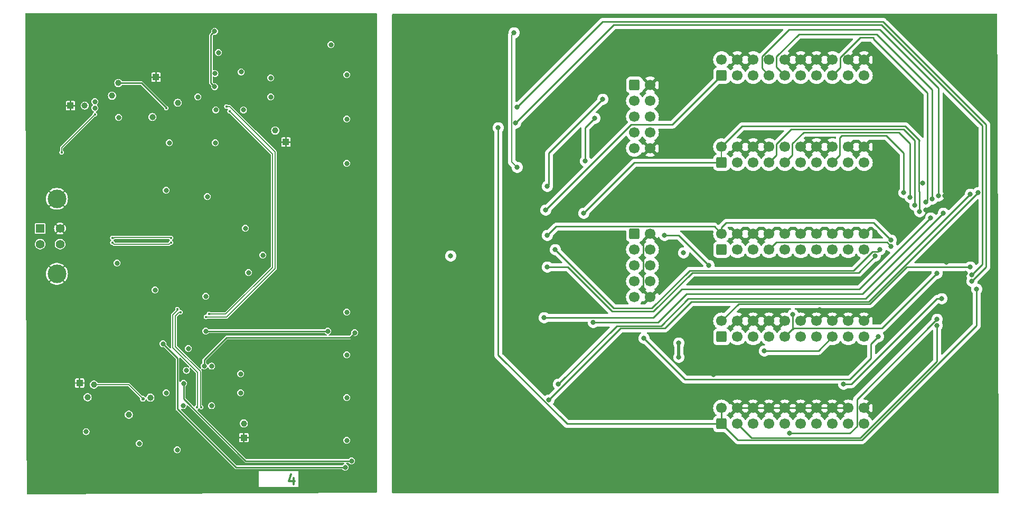
<source format=gbr>
%TF.GenerationSoftware,KiCad,Pcbnew,8.0.1*%
%TF.CreationDate,2024-09-10T07:56:54+02:00*%
%TF.ProjectId,CC_Debug,43435f44-6562-4756-972e-6b696361645f,rev?*%
%TF.SameCoordinates,Original*%
%TF.FileFunction,Copper,L4,Bot*%
%TF.FilePolarity,Positive*%
%FSLAX46Y46*%
G04 Gerber Fmt 4.6, Leading zero omitted, Abs format (unit mm)*
G04 Created by KiCad (PCBNEW 8.0.1) date 2024-09-10 07:56:54*
%MOMM*%
%LPD*%
G01*
G04 APERTURE LIST*
G04 Aperture macros list*
%AMRoundRect*
0 Rectangle with rounded corners*
0 $1 Rounding radius*
0 $2 $3 $4 $5 $6 $7 $8 $9 X,Y pos of 4 corners*
0 Add a 4 corners polygon primitive as box body*
4,1,4,$2,$3,$4,$5,$6,$7,$8,$9,$2,$3,0*
0 Add four circle primitives for the rounded corners*
1,1,$1+$1,$2,$3*
1,1,$1+$1,$4,$5*
1,1,$1+$1,$6,$7*
1,1,$1+$1,$8,$9*
0 Add four rect primitives between the rounded corners*
20,1,$1+$1,$2,$3,$4,$5,0*
20,1,$1+$1,$4,$5,$6,$7,0*
20,1,$1+$1,$6,$7,$8,$9,0*
20,1,$1+$1,$8,$9,$2,$3,0*%
G04 Aperture macros list end*
%ADD10C,0.300000*%
%TA.AperFunction,NonConductor*%
%ADD11C,0.300000*%
%TD*%
%TA.AperFunction,ComponentPad*%
%ADD12R,1.000000X1.000000*%
%TD*%
%TA.AperFunction,ComponentPad*%
%ADD13RoundRect,0.250000X0.600000X-0.600000X0.600000X0.600000X-0.600000X0.600000X-0.600000X-0.600000X0*%
%TD*%
%TA.AperFunction,ComponentPad*%
%ADD14C,1.700000*%
%TD*%
%TA.AperFunction,ComponentPad*%
%ADD15C,1.000000*%
%TD*%
%TA.AperFunction,ComponentPad*%
%ADD16RoundRect,0.250000X-0.600000X-0.600000X0.600000X-0.600000X0.600000X0.600000X-0.600000X0.600000X0*%
%TD*%
%TA.AperFunction,ComponentPad*%
%ADD17R,1.400000X1.400000*%
%TD*%
%TA.AperFunction,ComponentPad*%
%ADD18C,1.400000*%
%TD*%
%TA.AperFunction,ComponentPad*%
%ADD19C,3.000000*%
%TD*%
%TA.AperFunction,ViaPad*%
%ADD20C,0.800000*%
%TD*%
%TA.AperFunction,ViaPad*%
%ADD21C,0.400000*%
%TD*%
%TA.AperFunction,ViaPad*%
%ADD22C,0.500000*%
%TD*%
%TA.AperFunction,ViaPad*%
%ADD23C,0.600000*%
%TD*%
%TA.AperFunction,Conductor*%
%ADD24C,0.150000*%
%TD*%
%TA.AperFunction,Conductor*%
%ADD25C,0.200000*%
%TD*%
%TA.AperFunction,Conductor*%
%ADD26C,0.250000*%
%TD*%
%TA.AperFunction,Conductor*%
%ADD27C,0.500000*%
%TD*%
G04 APERTURE END LIST*
D10*
D11*
X131245366Y-137992828D02*
X131245366Y-138992828D01*
X130888223Y-137421400D02*
X130531080Y-138492828D01*
X130531080Y-138492828D02*
X131459651Y-138492828D01*
D12*
%TO.P,TP5003,1,1*%
%TO.N,GND*%
X96968000Y-122751000D03*
%TD*%
D13*
%TO.P,J8004,1,Pin_1*%
%TO.N,C_VCC*%
X199898000Y-101355500D03*
D14*
%TO.P,J8004,2,Pin_2*%
X199898000Y-98815500D03*
%TO.P,J8004,3,Pin_3*%
%TO.N,/Isolation_output/Debug_connector/C_TRST#*%
X202438000Y-101355500D03*
%TO.P,J8004,4,Pin_4*%
%TO.N,GND2*%
X202438000Y-98815500D03*
%TO.P,J8004,5,Pin_5*%
%TO.N,/Isolation_output/Debug_connector/C_TDI*%
X204978000Y-101355500D03*
%TO.P,J8004,6,Pin_6*%
%TO.N,GND2*%
X204978000Y-98815500D03*
%TO.P,J8004,7,Pin_7*%
%TO.N,/Isolation_output/Debug_connector/C_SWDIO*%
X207518000Y-101355500D03*
%TO.P,J8004,8,Pin_8*%
%TO.N,GND2*%
X207518000Y-98815500D03*
%TO.P,J8004,9,Pin_9*%
%TO.N,/Isolation_output/Debug_connector/C_SWCLK*%
X210058000Y-101355500D03*
%TO.P,J8004,10,Pin_10*%
%TO.N,GND2*%
X210058000Y-98815500D03*
%TO.P,J8004,11,Pin_11*%
%TO.N,/Isolation_output/Debug_connector/C_RTCK*%
X212598000Y-101355500D03*
%TO.P,J8004,12,Pin_12*%
%TO.N,GND2*%
X212598000Y-98815500D03*
%TO.P,J8004,13,Pin_13*%
%TO.N,/Isolation_output/Debug_connector/C_TDO*%
X215138000Y-101355500D03*
%TO.P,J8004,14,Pin_14*%
%TO.N,GND2*%
X215138000Y-98815500D03*
%TO.P,J8004,15,Pin_15*%
%TO.N,/Isolation_output/Debug_connector/C_RESET#*%
X217678000Y-101355500D03*
%TO.P,J8004,16,Pin_16*%
%TO.N,GND2*%
X217678000Y-98815500D03*
%TO.P,J8004,17,Pin_17*%
%TO.N,/Isolation_output/Debug_connector/C_DBRQ*%
X220218000Y-101355500D03*
%TO.P,J8004,18,Pin_18*%
%TO.N,GND2*%
X220218000Y-98815500D03*
%TO.P,J8004,19,Pin_19*%
%TO.N,/Isolation_output/Debug_connector/C_DBACK*%
X222758000Y-101355500D03*
%TO.P,J8004,20,Pin_20*%
%TO.N,GND2*%
X222758000Y-98815500D03*
%TD*%
D15*
%TO.P,TP6001,1,1*%
%TO.N,/USB2UART2/EECS*%
X102153000Y-76629000D03*
%TD*%
D12*
%TO.P,TP6006,1,1*%
%TO.N,GND*%
X95504000Y-78232000D03*
%TD*%
D15*
%TO.P,TP2001,1,1*%
%TO.N,+3.3V*%
X97790000Y-78232000D03*
%TD*%
D16*
%TO.P,J8008,1,Pin_1*%
%TO.N,/Isolation_output/Debug_connector/D_SWCLK*%
X185928000Y-74930000D03*
D14*
%TO.P,J8008,2,Pin_2*%
%TO.N,GND2*%
X188468000Y-74930000D03*
%TO.P,J8008,3,Pin_3*%
%TO.N,/Isolation_output/Debug_connector/D_SWDIO*%
X185928000Y-77470000D03*
%TO.P,J8008,4,Pin_4*%
%TO.N,unconnected-(J8008-Pin_4-Pad4)*%
X188468000Y-77470000D03*
%TO.P,J8008,5,Pin_5*%
%TO.N,unconnected-(J8008-Pin_5-Pad5)*%
X185928000Y-80010000D03*
%TO.P,J8008,6,Pin_6*%
%TO.N,unconnected-(J8008-Pin_6-Pad6)*%
X188468000Y-80010000D03*
%TO.P,J8008,7,Pin_7*%
%TO.N,unconnected-(J8008-Pin_7-Pad7)*%
X185928000Y-82550000D03*
%TO.P,J8008,8,Pin_8*%
%TO.N,unconnected-(J8008-Pin_8-Pad8)*%
X188468000Y-82550000D03*
%TO.P,J8008,9,Pin_9*%
%TO.N,unconnected-(J8008-Pin_9-Pad9)*%
X185928000Y-85090000D03*
%TO.P,J8008,10,Pin_10*%
%TO.N,GND2*%
X188468000Y-85090000D03*
%TD*%
D17*
%TO.P,J3001,1,VBUS*%
%TO.N,/USB.VBUS*%
X90624000Y-97952000D03*
D18*
%TO.P,J3001,2,D-*%
%TO.N,Net-(J3001-D-)*%
X90624000Y-100452000D03*
%TO.P,J3001,3,D+*%
%TO.N,Net-(J3001-D+)*%
X93824000Y-100452000D03*
%TO.P,J3001,4,GND*%
%TO.N,GND*%
X93824000Y-97952000D03*
D19*
%TO.P,J3001,5,Shield*%
X93334000Y-105222000D03*
X93334000Y-93182000D03*
%TD*%
D15*
%TO.P,TP5004,1,1*%
%TO.N,/USB2UART1/EECLK*%
X99254000Y-123005000D03*
%TD*%
%TO.P,TP5002,1,1*%
%TO.N,/USB2UART1/EEDATA_OUT*%
X104853000Y-127831000D03*
%TD*%
%TO.P,TP6005,1,1*%
%TO.N,Net-(U6003-~{RESET})*%
X128315000Y-82217000D03*
%TD*%
D13*
%TO.P,J8003,1,Pin_1*%
%TO.N,B_VCC*%
X199898000Y-87376000D03*
D14*
%TO.P,J8003,2,Pin_2*%
X199898000Y-84836000D03*
%TO.P,J8003,3,Pin_3*%
%TO.N,/Isolation_output/Debug_connector/B_TRST#*%
X202438000Y-87376000D03*
%TO.P,J8003,4,Pin_4*%
%TO.N,GND2*%
X202438000Y-84836000D03*
%TO.P,J8003,5,Pin_5*%
%TO.N,/Isolation_output/Debug_connector/B_TDI*%
X204978000Y-87376000D03*
%TO.P,J8003,6,Pin_6*%
%TO.N,GND2*%
X204978000Y-84836000D03*
%TO.P,J8003,7,Pin_7*%
%TO.N,/Isolation_output/Debug_connector/B_SWDIO*%
X207518000Y-87376000D03*
%TO.P,J8003,8,Pin_8*%
%TO.N,GND2*%
X207518000Y-84836000D03*
%TO.P,J8003,9,Pin_9*%
%TO.N,/Isolation_output/Debug_connector/B_SWCLK*%
X210058000Y-87376000D03*
%TO.P,J8003,10,Pin_10*%
%TO.N,GND2*%
X210058000Y-84836000D03*
%TO.P,J8003,11,Pin_11*%
%TO.N,/Isolation_output/Debug_connector/B_RTCK*%
X212598000Y-87376000D03*
%TO.P,J8003,12,Pin_12*%
%TO.N,GND2*%
X212598000Y-84836000D03*
%TO.P,J8003,13,Pin_13*%
%TO.N,/Isolation_output/Debug_connector/B_TDO*%
X215138000Y-87376000D03*
%TO.P,J8003,14,Pin_14*%
%TO.N,GND2*%
X215138000Y-84836000D03*
%TO.P,J8003,15,Pin_15*%
%TO.N,/Isolation_output/Debug_connector/B_RESET#*%
X217678000Y-87376000D03*
%TO.P,J8003,16,Pin_16*%
%TO.N,GND2*%
X217678000Y-84836000D03*
%TO.P,J8003,17,Pin_17*%
%TO.N,/Isolation_output/Debug_connector/B_DBRQ*%
X220218000Y-87376000D03*
%TO.P,J8003,18,Pin_18*%
%TO.N,GND2*%
X220218000Y-84836000D03*
%TO.P,J8003,19,Pin_19*%
%TO.N,/Isolation_output/Debug_connector/B_DBACK*%
X222758000Y-87376000D03*
%TO.P,J8003,20,Pin_20*%
%TO.N,GND2*%
X222758000Y-84836000D03*
%TD*%
D15*
%TO.P,TP5005,1,1*%
%TO.N,/USB2UART1/EEDATA*%
X108302000Y-125090000D03*
%TD*%
D16*
%TO.P,J8007,1,Pin_1*%
%TO.N,/Isolation_output/Debug_connector/D_RESET#*%
X185928000Y-98806000D03*
D14*
%TO.P,J8007,2,Pin_2*%
%TO.N,GND2*%
X188468000Y-98806000D03*
%TO.P,J8007,3,Pin_3*%
%TO.N,/Isolation_output/Debug_connector/D_IO{slash}F_VCC*%
X185928000Y-101346000D03*
%TO.P,J8007,4,Pin_4*%
%TO.N,unconnected-(J8007-Pin_4-Pad4)*%
X188468000Y-101346000D03*
%TO.P,J8007,5,Pin_5*%
%TO.N,unconnected-(J8007-Pin_5-Pad5)*%
X185928000Y-103886000D03*
%TO.P,J8007,6,Pin_6*%
%TO.N,unconnected-(J8007-Pin_6-Pad6)*%
X188468000Y-103886000D03*
%TO.P,J8007,7,Pin_7*%
%TO.N,unconnected-(J8007-Pin_7-Pad7)*%
X185928000Y-106426000D03*
%TO.P,J8007,8,Pin_8*%
%TO.N,unconnected-(J8007-Pin_8-Pad8)*%
X188468000Y-106426000D03*
%TO.P,J8007,9,Pin_9*%
%TO.N,unconnected-(J8007-Pin_9-Pad9)*%
X185928000Y-108966000D03*
%TO.P,J8007,10,Pin_10*%
%TO.N,GND2*%
X188468000Y-108966000D03*
%TD*%
D15*
%TO.P,TP6004,1,1*%
%TO.N,/USB2UART2/EEDATA*%
X112694000Y-77772000D03*
%TD*%
D12*
%TO.P,TP6007,1,1*%
%TO.N,GND*%
X130048000Y-84074000D03*
%TD*%
D15*
%TO.P,TP6002,1,1*%
%TO.N,/USB2UART2/EEDATA_OUT*%
X108630000Y-80058000D03*
%TD*%
D12*
%TO.P,TP5006,1,1*%
%TO.N,GND*%
X123288000Y-131514000D03*
%TD*%
D15*
%TO.P,TP6003,1,1*%
%TO.N,/USB2UART2/EECLK*%
X103169000Y-74597000D03*
%TD*%
D13*
%TO.P,J8002,1,Pin_1*%
%TO.N,A_VCC*%
X199898000Y-73406000D03*
D14*
%TO.P,J8002,2,Pin_2*%
X199898000Y-70866000D03*
%TO.P,J8002,3,Pin_3*%
%TO.N,/Isolation_output/Debug_connector/A_TRST#*%
X202438000Y-73406000D03*
%TO.P,J8002,4,Pin_4*%
%TO.N,GND2*%
X202438000Y-70866000D03*
%TO.P,J8002,5,Pin_5*%
%TO.N,/Isolation_output/Debug_connector/A_TDI*%
X204978000Y-73406000D03*
%TO.P,J8002,6,Pin_6*%
%TO.N,GND2*%
X204978000Y-70866000D03*
%TO.P,J8002,7,Pin_7*%
%TO.N,/Isolation_output/Debug_connector/A_SWDIO*%
X207518000Y-73406000D03*
%TO.P,J8002,8,Pin_8*%
%TO.N,GND2*%
X207518000Y-70866000D03*
%TO.P,J8002,9,Pin_9*%
%TO.N,/Isolation_output/Debug_connector/A_SWCLK*%
X210058000Y-73406000D03*
%TO.P,J8002,10,Pin_10*%
%TO.N,GND2*%
X210058000Y-70866000D03*
%TO.P,J8002,11,Pin_11*%
%TO.N,/Isolation_output/Debug_connector/A_RTCK*%
X212598000Y-73406000D03*
%TO.P,J8002,12,Pin_12*%
%TO.N,GND2*%
X212598000Y-70866000D03*
%TO.P,J8002,13,Pin_13*%
%TO.N,/Isolation_output/Debug_connector/A_TDO*%
X215138000Y-73406000D03*
%TO.P,J8002,14,Pin_14*%
%TO.N,GND2*%
X215138000Y-70866000D03*
%TO.P,J8002,15,Pin_15*%
%TO.N,/Isolation_output/Debug_connector/A_RESET#*%
X217678000Y-73406000D03*
%TO.P,J8002,16,Pin_16*%
%TO.N,GND2*%
X217678000Y-70866000D03*
%TO.P,J8002,17,Pin_17*%
%TO.N,/Isolation_output/Debug_connector/A_DBRQ*%
X220218000Y-73406000D03*
%TO.P,J8002,18,Pin_18*%
%TO.N,GND2*%
X220218000Y-70866000D03*
%TO.P,J8002,19,Pin_19*%
%TO.N,/Isolation_output/Debug_connector/A_DBACK*%
X222758000Y-73406000D03*
%TO.P,J8002,20,Pin_20*%
%TO.N,GND2*%
X222758000Y-70866000D03*
%TD*%
D13*
%TO.P,J8006,1,Pin_1*%
%TO.N,E_VCC*%
X199898000Y-129305000D03*
D14*
%TO.P,J8006,2,Pin_2*%
X199898000Y-126765000D03*
%TO.P,J8006,3,Pin_3*%
%TO.N,/Isolation_output/Debug_connector/E_TRST#*%
X202438000Y-129305000D03*
%TO.P,J8006,4,Pin_4*%
%TO.N,GND2*%
X202438000Y-126765000D03*
%TO.P,J8006,5,Pin_5*%
%TO.N,/Isolation_output/Debug_connector/E_TDI*%
X204978000Y-129305000D03*
%TO.P,J8006,6,Pin_6*%
%TO.N,GND2*%
X204978000Y-126765000D03*
%TO.P,J8006,7,Pin_7*%
%TO.N,/Isolation_output/Debug_connector/E_TMS*%
X207518000Y-129305000D03*
%TO.P,J8006,8,Pin_8*%
%TO.N,GND2*%
X207518000Y-126765000D03*
%TO.P,J8006,9,Pin_9*%
%TO.N,/Isolation_output/Debug_connector/E_TCK*%
X210058000Y-129305000D03*
%TO.P,J8006,10,Pin_10*%
%TO.N,GND2*%
X210058000Y-126765000D03*
%TO.P,J8006,11,Pin_11*%
%TO.N,/Isolation_output/Debug_connector/E_RTCK*%
X212598000Y-129305000D03*
%TO.P,J8006,12,Pin_12*%
%TO.N,GND2*%
X212598000Y-126765000D03*
%TO.P,J8006,13,Pin_13*%
%TO.N,/Isolation_output/Debug_connector/E_TDO*%
X215138000Y-129305000D03*
%TO.P,J8006,14,Pin_14*%
%TO.N,GND2*%
X215138000Y-126765000D03*
%TO.P,J8006,15,Pin_15*%
%TO.N,/Isolation_output/Debug_connector/E_RESET#*%
X217678000Y-129305000D03*
%TO.P,J8006,16,Pin_16*%
%TO.N,GND2*%
X217678000Y-126765000D03*
%TO.P,J8006,17,Pin_17*%
%TO.N,/Isolation_output/Debug_connector/E_DBRQ*%
X220218000Y-129305000D03*
%TO.P,J8006,18,Pin_18*%
%TO.N,GND2*%
X220218000Y-126765000D03*
%TO.P,J8006,19,Pin_19*%
%TO.N,/Isolation_output/Debug_connector/E_DBACK*%
X222758000Y-129305000D03*
%TO.P,J8006,20,Pin_20*%
%TO.N,GND2*%
X222758000Y-126765000D03*
%TD*%
D15*
%TO.P,TP5007,1,1*%
%TO.N,/USB2UART1/RESET#*%
X123288000Y-129228000D03*
%TD*%
D12*
%TO.P,TP2002,1,1*%
%TO.N,GND*%
X109220000Y-73660000D03*
%TD*%
D13*
%TO.P,J8005,1,Pin_1*%
%TO.N,D_VCC*%
X199898000Y-115335000D03*
D14*
%TO.P,J8005,2,Pin_2*%
X199898000Y-112795000D03*
%TO.P,J8005,3,Pin_3*%
%TO.N,/Isolation_output/Debug_connector/D_TRST#*%
X202438000Y-115335000D03*
%TO.P,J8005,4,Pin_4*%
%TO.N,GND2*%
X202438000Y-112795000D03*
%TO.P,J8005,5,Pin_5*%
%TO.N,/Isolation_output/Debug_connector/D_TDI*%
X204978000Y-115335000D03*
%TO.P,J8005,6,Pin_6*%
%TO.N,GND2*%
X204978000Y-112795000D03*
%TO.P,J8005,7,Pin_7*%
%TO.N,/Isolation_output/Debug_connector/D_SWDIO*%
X207518000Y-115335000D03*
%TO.P,J8005,8,Pin_8*%
%TO.N,GND2*%
X207518000Y-112795000D03*
%TO.P,J8005,9,Pin_9*%
%TO.N,/Isolation_output/Debug_connector/D_SWCLK*%
X210058000Y-115335000D03*
%TO.P,J8005,10,Pin_10*%
%TO.N,GND2*%
X210058000Y-112795000D03*
%TO.P,J8005,11,Pin_11*%
%TO.N,/Isolation_output/Debug_connector/D_RTCK*%
X212598000Y-115335000D03*
%TO.P,J8005,12,Pin_12*%
%TO.N,GND2*%
X212598000Y-112795000D03*
%TO.P,J8005,13,Pin_13*%
%TO.N,/Isolation_output/Debug_connector/D_TDO*%
X215138000Y-115335000D03*
%TO.P,J8005,14,Pin_14*%
%TO.N,GND2*%
X215138000Y-112795000D03*
%TO.P,J8005,15,Pin_15*%
%TO.N,/Isolation_output/Debug_connector/D_RESET#*%
X217678000Y-115335000D03*
%TO.P,J8005,16,Pin_16*%
%TO.N,GND2*%
X217678000Y-112795000D03*
%TO.P,J8005,17,Pin_17*%
%TO.N,/Isolation_output/Debug_connector/D_DBRQ*%
X220218000Y-115335000D03*
%TO.P,J8005,18,Pin_18*%
%TO.N,GND2*%
X220218000Y-112795000D03*
%TO.P,J8005,19,Pin_19*%
%TO.N,/Isolation_output/Debug_connector/D_DBACK*%
X222758000Y-115335000D03*
%TO.P,J8005,20,Pin_20*%
%TO.N,GND2*%
X222758000Y-112795000D03*
%TD*%
D15*
%TO.P,TP5001,1,1*%
%TO.N,/USB2UART1/EECS*%
X98238000Y-125037000D03*
%TD*%
D20*
%TO.N,+3.3V*%
X103222000Y-80132000D03*
X118716000Y-84196000D03*
X123542000Y-97912000D03*
X110842000Y-91816000D03*
X126336000Y-102230000D03*
X111350000Y-84196000D03*
X99412000Y-77592000D03*
D21*
X99412000Y-79624000D03*
D20*
X106524000Y-132456000D03*
X139798000Y-111374000D03*
X122780000Y-124328000D03*
X115922000Y-76830000D03*
X110842000Y-124328000D03*
D21*
X94078000Y-85720000D03*
D20*
X119224000Y-69718000D03*
X139798000Y-73274000D03*
X124050000Y-105024000D03*
X114398000Y-117216000D03*
X127606000Y-76830000D03*
X99412000Y-78608000D03*
X137258000Y-68448000D03*
X127606000Y-73782000D03*
X139798000Y-131948000D03*
X139798000Y-118232000D03*
X117192000Y-108834000D03*
X139798000Y-80386000D03*
X112620000Y-133472000D03*
X102968000Y-103500000D03*
X117446000Y-92832000D03*
X139798000Y-87498000D03*
X98015000Y-130551000D03*
X122780000Y-121280000D03*
X139798000Y-125090000D03*
X109064000Y-107818000D03*
%TO.N,GND*%
X117348000Y-66294000D03*
X122526000Y-76576000D03*
X135226000Y-124836000D03*
X114652000Y-132202000D03*
X123444000Y-66294000D03*
X120494000Y-75052000D03*
X116049000Y-83294000D03*
X107032000Y-119756000D03*
D21*
X109826000Y-79116000D03*
D20*
X116684000Y-101214000D03*
X143256000Y-80518000D03*
X114906000Y-122804000D03*
X118970000Y-132202000D03*
X119732000Y-84450000D03*
X123542000Y-84450000D03*
X135636000Y-86106000D03*
D21*
X101639000Y-125344000D03*
D20*
X136242000Y-112898000D03*
X138020000Y-134234000D03*
X106778000Y-118232000D03*
D21*
X112112000Y-127884000D03*
X106934000Y-126106000D03*
D20*
X96872000Y-93340000D03*
D21*
X110080000Y-94102000D03*
D20*
X90268000Y-104516000D03*
D21*
X107794000Y-101722000D03*
X104492000Y-73782000D03*
D20*
X121510000Y-84450000D03*
X109318000Y-116200000D03*
X115160000Y-124328000D03*
D21*
X110842000Y-99944000D03*
D20*
X102968000Y-97658000D03*
X117954000Y-124582000D03*
X105254000Y-131186000D03*
X143256000Y-73406000D03*
X117954000Y-122042000D03*
X136144000Y-100838000D03*
D21*
X102968000Y-99944000D03*
D20*
X109826000Y-124328000D03*
D22*
X109064000Y-105532000D03*
D21*
X100623000Y-122042000D03*
X114144000Y-76576000D03*
D20*
X111398000Y-130791000D03*
X143256000Y-132334000D03*
D22*
X101190000Y-101722000D03*
D20*
X114906000Y-101214000D03*
D21*
X109318000Y-99944000D03*
D20*
X135636000Y-78486000D03*
D21*
X91792000Y-90038000D03*
D20*
X116684000Y-99690000D03*
X143510000Y-118364000D03*
X118208000Y-113660000D03*
X118618000Y-76200000D03*
X138274000Y-137028000D03*
X116684000Y-132202000D03*
X141322000Y-116708000D03*
X101698000Y-130678000D03*
X131318000Y-77724000D03*
D21*
X100682000Y-88006000D03*
D20*
X135636000Y-72136000D03*
X114652000Y-99690000D03*
D21*
X100428000Y-85212000D03*
D20*
X143256000Y-139192000D03*
D21*
X105762000Y-77084000D03*
D20*
X126844000Y-123566000D03*
X95856000Y-98166000D03*
X122526000Y-75052000D03*
X141224000Y-86106000D03*
X96110000Y-104516000D03*
X91792000Y-95118000D03*
X120904000Y-66040000D03*
X95856000Y-97150000D03*
X143608000Y-125598000D03*
X131064000Y-73660000D03*
%TO.N,+1V8A*%
X118134000Y-126381000D03*
X114093965Y-120718354D03*
X113562000Y-126381000D03*
X118134000Y-120031000D03*
D21*
%TO.N,/USB.D-*%
X111604000Y-99436000D03*
X102206000Y-99436000D03*
%TO.N,/USB.D+*%
X102206000Y-100198000D03*
X111604000Y-100198000D03*
%TO.N,/USB1.D-*%
X112626512Y-110872512D03*
X115760000Y-126614000D03*
%TO.N,/USB1.D+*%
X116460000Y-126614000D03*
X113121488Y-111367488D03*
D23*
%TO.N,/USB2UART1/EECLK*%
X107111500Y-125264500D03*
D21*
%TO.N,/USB2UART2/EECLK*%
X110842000Y-78608000D03*
%TO.N,/USB2.D-*%
X120494000Y-78354000D03*
X117198512Y-112129488D03*
%TO.N,/USB2.D+*%
X117693488Y-111634512D03*
X121002000Y-79116000D03*
D20*
%TO.N,/Isolation_output/UART_A_4.TX*%
X139544000Y-136266000D03*
X110334000Y-116454000D03*
%TO.N,/Isolation_output/UART_A_3.TX*%
X117192000Y-114422000D03*
X136750000Y-114422000D03*
%TO.N,/Isolation_output/UART_A_4.RX*%
X113636000Y-122804000D03*
X140560000Y-135250000D03*
%TO.N,/Isolation_output/UART_A_3.RX*%
X116938000Y-120010000D03*
X141068000Y-114676000D03*
%TO.N,/Isolation_output/UART_B_4.RX*%
X118618000Y-75184000D03*
X118618000Y-66294000D03*
%TO.N,+1V8B*%
X118790000Y-78915000D03*
X122854000Y-72819000D03*
X123235000Y-78915000D03*
X118663000Y-73073000D03*
%TO.N,A_VCC*%
X171704000Y-94996000D03*
%TO.N,C_VCC*%
X171958000Y-99060000D03*
X227076000Y-99822000D03*
%TO.N,E_VCC*%
X164084000Y-81788000D03*
X240792000Y-107696000D03*
%TO.N,D_VCC*%
X171958000Y-91186000D03*
X239776000Y-104140000D03*
X180848000Y-77216000D03*
%TO.N,B_VCC*%
X177800000Y-95504000D03*
X231648000Y-95250000D03*
%TO.N,VCC_LED*%
X193040000Y-116332000D03*
X193040000Y-118618000D03*
X193802000Y-101854000D03*
X156464000Y-102362000D03*
%TO.N,/Isolation_output/Debug_connector/E_TRST#*%
X234442000Y-113538000D03*
%TO.N,/Isolation_output/Debug_connector/B_SWCLK*%
X230124000Y-92964000D03*
%TO.N,/Isolation_output/Debug_connector/D_SWCLK*%
X197866000Y-103886000D03*
X178054000Y-87122000D03*
X179578000Y-80264000D03*
X234442000Y-105156000D03*
X190754000Y-99060000D03*
X211328000Y-111760000D03*
%TO.N,/Isolation_output/Debug_connector/A_SWDIO*%
X234696000Y-92710000D03*
%TO.N,/Isolation_output/Debug_connector/C_TX*%
X171958000Y-104140000D03*
X224536000Y-102362000D03*
%TO.N,/Isolation_output/Debug_connector/A_SWCLK*%
X233680000Y-93218000D03*
%TO.N,/Isolation_output/Debug_connector/A_TX*%
X172212000Y-125476000D03*
X241046000Y-92202000D03*
%TO.N,/Isolation_output/Debug_connector/B_TX*%
X179324000Y-113030000D03*
X235458000Y-95504000D03*
%TO.N,/Isolation_output/Debug_connector/A_RESET#*%
X232664000Y-93726000D03*
%TO.N,/Isolation_output/Debug_connector/B_SWDIO*%
X230886000Y-94234000D03*
%TO.N,/Isolation_output/Debug_connector/B_RESET#*%
X229108000Y-92202000D03*
%TO.N,/Isolation_output/Debug_connector/D_IO{slash}F_VCC*%
X187452000Y-115570000D03*
X167132000Y-88138000D03*
X225044000Y-115316000D03*
X166624000Y-66548000D03*
%TO.N,/Isolation_output/Debug_connector/B_RX*%
X233426000Y-96266000D03*
X171450000Y-112268000D03*
%TO.N,/Isolation_output/Debug_connector/E_RX*%
X167132000Y-78486000D03*
X240030000Y-106426000D03*
%TO.N,/Isolation_output/Debug_connector/C_RX*%
X173228000Y-101346000D03*
X225298000Y-101346000D03*
%TO.N,/Isolation_output/Debug_connector/E_TX*%
X166878000Y-81026000D03*
X240030000Y-105410000D03*
%TO.N,/Isolation_output/Debug_connector/A_RX*%
X173736000Y-122936000D03*
X239776000Y-92456000D03*
%TO.N,/Isolation_output/Debug_connector/E_TCK*%
X210820000Y-130810000D03*
X234442000Y-112522000D03*
%TO.N,/Isolation_output/Debug_connector/E_TDI*%
X235204000Y-109220000D03*
X219456000Y-122936000D03*
%TO.N,/Isolation_output/Debug_connector/C_SWDIO*%
X227076000Y-100838000D03*
%TO.N,/Isolation_output/Debug_connector/D_RESET#*%
X206756000Y-117602000D03*
%TO.N,GND2*%
X242824000Y-119126000D03*
X239014000Y-105156000D03*
X235458000Y-107188000D03*
X175006000Y-95504000D03*
X174498000Y-81026000D03*
X207772000Y-93472000D03*
X236982000Y-120396000D03*
X196850000Y-85344000D03*
X230124000Y-97536000D03*
X148336000Y-132334000D03*
X224536000Y-93980000D03*
X154178000Y-82550000D03*
X214884000Y-68326000D03*
X224536000Y-98552000D03*
X233934000Y-101854000D03*
X153670000Y-133604000D03*
X176784000Y-83566000D03*
X235966000Y-124460000D03*
X235966000Y-103378000D03*
X174752000Y-108966000D03*
X239014000Y-107950000D03*
X226060000Y-124206000D03*
X227838000Y-108204000D03*
X239268000Y-100076000D03*
X157988000Y-88900000D03*
X242824000Y-64770000D03*
X239268000Y-84582000D03*
X208280000Y-120142000D03*
X239522000Y-110744000D03*
X179324000Y-90170000D03*
X197104000Y-100076000D03*
X201930000Y-124460000D03*
X150622000Y-72390000D03*
X153924000Y-119888000D03*
X228092000Y-78740000D03*
X240030000Y-95250000D03*
X166116000Y-92202000D03*
X150368000Y-80010000D03*
X151130000Y-105410000D03*
X184912000Y-95758000D03*
X209550000Y-78740000D03*
X150876000Y-131318000D03*
X171704000Y-105664000D03*
X153670000Y-126746000D03*
X217170000Y-106172000D03*
X191262000Y-104902000D03*
X149352000Y-139446000D03*
X154178000Y-111506000D03*
X179070000Y-115316000D03*
X164592000Y-121920000D03*
X197358000Y-106680000D03*
X198628000Y-121412000D03*
X232156000Y-90678000D03*
X196596000Y-113284000D03*
X173228000Y-129794000D03*
X150876000Y-64770000D03*
X207772000Y-106426000D03*
X227584000Y-93218000D03*
X224536000Y-132842000D03*
X178562000Y-109220000D03*
X214630000Y-134620000D03*
X190754000Y-115824000D03*
X148590000Y-111252000D03*
X168402000Y-74422000D03*
X155956000Y-114554000D03*
X153924000Y-67818000D03*
X242062000Y-108712000D03*
X165100000Y-126238000D03*
X180340000Y-103124000D03*
X240030000Y-120904000D03*
X239268000Y-96520000D03*
X217424000Y-121158000D03*
X221488000Y-106680000D03*
X150368000Y-118110000D03*
X230886000Y-105410000D03*
X232918000Y-66040000D03*
X235712000Y-92710000D03*
X186690000Y-117856000D03*
X197358000Y-71882000D03*
X155448000Y-79756000D03*
X218694000Y-133350000D03*
X164592000Y-136144000D03*
X242062000Y-74168000D03*
X240030000Y-116332000D03*
X235712000Y-114808000D03*
X214630000Y-139446000D03*
X160274000Y-96266000D03*
X230632000Y-129540000D03*
X150114000Y-86614000D03*
X149352000Y-94996000D03*
X158750000Y-132842000D03*
X210058000Y-134620000D03*
X156464000Y-123444000D03*
X215646000Y-110998000D03*
X157480000Y-107950000D03*
X174244000Y-126238000D03*
X206248000Y-83058000D03*
X232664000Y-94996000D03*
X148336000Y-125476000D03*
X231902000Y-117602000D03*
X205740000Y-124714000D03*
X177038000Y-127762000D03*
X173228000Y-134620000D03*
X165862000Y-102362000D03*
X217678000Y-124714000D03*
X166116000Y-113538000D03*
X211074000Y-103378000D03*
X199898000Y-68072000D03*
X161290000Y-118364000D03*
X197358000Y-127762000D03*
X193802000Y-76200000D03*
X175514000Y-99314000D03*
X221234000Y-102870000D03*
X154178000Y-88646000D03*
X154178000Y-74930000D03*
%TD*%
D24*
%TO.N,+3.3V*%
X94078000Y-85847000D02*
X94078000Y-85720000D01*
X94078000Y-85720000D02*
X94078000Y-84958000D01*
X94078000Y-84958000D02*
X99412000Y-79624000D01*
X99412000Y-79624000D02*
X99539000Y-79624000D01*
D25*
%TO.N,/USB.D-*%
X102494466Y-99414000D02*
X111582000Y-99414000D01*
X111582000Y-99414000D02*
X111604000Y-99436000D01*
X102472466Y-99436000D02*
X102494466Y-99414000D01*
X102206000Y-99436000D02*
X102472466Y-99436000D01*
%TO.N,/USB.D+*%
X111328000Y-100474000D02*
X111604000Y-100198000D01*
X102482000Y-100474000D02*
X111328000Y-100474000D01*
X102206000Y-100198000D02*
X102482000Y-100474000D01*
%TO.N,/USB1.D-*%
X111887000Y-111788801D02*
X112626512Y-111049289D01*
X111887000Y-117055200D02*
X111887000Y-111788801D01*
X115884999Y-126489001D02*
X115884999Y-121053199D01*
X115760000Y-126614000D02*
X115884999Y-126489001D01*
X112626512Y-111049289D02*
X112626512Y-110872512D01*
X115884999Y-121053199D02*
X111887000Y-117055200D01*
%TO.N,/USB1.D+*%
X112944711Y-111367488D02*
X113121488Y-111367488D01*
X116460000Y-126614000D02*
X116335001Y-126489001D01*
X116335001Y-126489001D02*
X116335001Y-120866801D01*
X112337000Y-116868800D02*
X112337000Y-111975199D01*
X112337000Y-111975199D02*
X112944711Y-111367488D01*
X116335001Y-120866801D02*
X112337000Y-116868800D01*
%TO.N,/USB2UART1/EECLK*%
X107111500Y-125264500D02*
X104852000Y-123005000D01*
X104852000Y-123005000D02*
X99254000Y-123005000D01*
D26*
%TO.N,/USB2UART2/EECLK*%
X110842000Y-78608000D02*
X110842000Y-78587000D01*
X110842000Y-78587000D02*
X106852000Y-74597000D01*
X106852000Y-74597000D02*
X103169000Y-74597000D01*
D25*
%TO.N,/USB2.D-*%
X120494000Y-78354000D02*
X121002000Y-78354000D01*
X117948046Y-112129488D02*
X117913022Y-112164512D01*
X128339000Y-85691000D02*
X128339000Y-104355200D01*
X117913022Y-112164512D02*
X117473954Y-112164512D01*
X128339000Y-104355200D02*
X120564712Y-112129488D01*
X117438930Y-112129488D02*
X117198512Y-112129488D01*
X121002000Y-78354000D02*
X128339000Y-85691000D01*
X117473954Y-112164512D02*
X117438930Y-112129488D01*
X120564712Y-112129488D02*
X117948046Y-112129488D01*
%TO.N,/USB2.D+*%
X127889000Y-86003000D02*
X127889000Y-104168800D01*
X127889000Y-104168800D02*
X120378313Y-111679487D01*
X120378313Y-111679487D02*
X117738463Y-111679487D01*
X117738463Y-111679487D02*
X117693488Y-111634512D01*
X121002000Y-79116000D02*
X127889000Y-86003000D01*
D26*
%TO.N,/Isolation_output/UART_A_4.TX*%
X112667000Y-126915000D02*
X122018000Y-136266000D01*
X122018000Y-136266000D02*
X139544000Y-136266000D01*
X112667000Y-118787000D02*
X112667000Y-126915000D01*
X110334000Y-116454000D02*
X112667000Y-118787000D01*
%TO.N,/Isolation_output/UART_A_3.TX*%
X136750000Y-114422000D02*
X117192000Y-114422000D01*
%TO.N,/Isolation_output/UART_A_4.RX*%
X123611111Y-135250000D02*
X140560000Y-135250000D01*
X113636000Y-125274889D02*
X123611111Y-135250000D01*
X113636000Y-122804000D02*
X113636000Y-125274889D01*
%TO.N,/Isolation_output/UART_A_3.RX*%
X120494000Y-115438000D02*
X116938000Y-118994000D01*
X141068000Y-114676000D02*
X140306000Y-115438000D01*
X140306000Y-115438000D02*
X120494000Y-115438000D01*
X116938000Y-118994000D02*
X116938000Y-120010000D01*
%TO.N,/Isolation_output/UART_B_4.RX*%
X118618000Y-66294000D02*
X118008000Y-66904000D01*
X118008000Y-74574000D02*
X118618000Y-75184000D01*
X118008000Y-66904000D02*
X118008000Y-74574000D01*
%TO.N,A_VCC*%
X185420000Y-81280000D02*
X192024000Y-81280000D01*
X192024000Y-81280000D02*
X199898000Y-73406000D01*
X171704000Y-94996000D02*
X185420000Y-81280000D01*
%TO.N,C_VCC*%
X224282000Y-97028000D02*
X200660000Y-97028000D01*
X171958000Y-99060000D02*
X173387000Y-97631000D01*
X199898000Y-97790000D02*
X199898000Y-98815500D01*
X200660000Y-97028000D02*
X199898000Y-97790000D01*
X198713500Y-97631000D02*
X199898000Y-98815500D01*
X227076000Y-99822000D02*
X224282000Y-97028000D01*
X173387000Y-97631000D02*
X198713500Y-97631000D01*
%TO.N,E_VCC*%
X175114690Y-129305000D02*
X199898000Y-129305000D01*
X199898000Y-129305000D02*
X202515000Y-131922000D01*
X164084000Y-81788000D02*
X164084000Y-118274310D01*
X199898000Y-126765000D02*
X199898000Y-129305000D01*
X202515000Y-131922000D02*
X222408000Y-131922000D01*
X240792000Y-113538000D02*
X240792000Y-107696000D01*
X222408000Y-131922000D02*
X240792000Y-113538000D01*
X164084000Y-118274310D02*
X175114690Y-129305000D01*
%TO.N,D_VCC*%
X223664975Y-110078000D02*
X202615000Y-110078000D01*
X229602974Y-104140000D02*
X223664975Y-110078000D01*
X171958000Y-91186000D02*
X172212000Y-90932000D01*
X172212000Y-85852000D02*
X180848000Y-77216000D01*
X202615000Y-110078000D02*
X199898000Y-112795000D01*
X172212000Y-90932000D02*
X172212000Y-85852000D01*
X239776000Y-104140000D02*
X229602974Y-104140000D01*
%TO.N,B_VCC*%
X231501000Y-83967000D02*
X231501000Y-91965310D01*
X231648000Y-92112310D02*
X231648000Y-95250000D01*
X185928000Y-87376000D02*
X199898000Y-87376000D01*
D25*
X199898000Y-87376000D02*
X199898000Y-84836000D01*
D26*
X177800000Y-95504000D02*
X185928000Y-87376000D01*
X231648000Y-83820000D02*
X231501000Y-83967000D01*
X229362000Y-81534000D02*
X203200000Y-81534000D01*
X203200000Y-81534000D02*
X199898000Y-84836000D01*
X231501000Y-91965310D02*
X231648000Y-92112310D01*
X231648000Y-83820000D02*
X229362000Y-81534000D01*
D27*
%TO.N,VCC_LED*%
X193040000Y-116332000D02*
X193040000Y-118618000D01*
D26*
%TO.N,/Isolation_output/Debug_connector/E_TRST#*%
X234442000Y-113538000D02*
X234442000Y-119282701D01*
X204705000Y-131572000D02*
X202438000Y-129305000D01*
X222152701Y-131572000D02*
X204705000Y-131572000D01*
X234442000Y-119282701D02*
X222152701Y-131572000D01*
%TO.N,/Isolation_output/Debug_connector/B_SWCLK*%
X213032299Y-82550000D02*
X211233000Y-84349299D01*
X228346000Y-82550000D02*
X213032299Y-82550000D01*
X211233000Y-84349299D02*
X211233000Y-86201000D01*
X230124000Y-84328000D02*
X228346000Y-82550000D01*
X211233000Y-86201000D02*
X210058000Y-87376000D01*
X230124000Y-92964000D02*
X230124000Y-84328000D01*
%TO.N,/Isolation_output/Debug_connector/D_SWCLK*%
X211328000Y-111760000D02*
X211328000Y-114065000D01*
X211328000Y-114065000D02*
X210058000Y-115335000D01*
X190754000Y-99060000D02*
X193040000Y-99060000D01*
X179578000Y-80264000D02*
X178054000Y-81788000D01*
X211423000Y-113970000D02*
X210058000Y-115335000D01*
X234442000Y-105156000D02*
X225628000Y-113970000D01*
X178054000Y-81788000D02*
X178054000Y-87122000D01*
X225628000Y-113970000D02*
X211423000Y-113970000D01*
X193040000Y-99060000D02*
X197866000Y-103886000D01*
%TO.N,/Isolation_output/Debug_connector/A_SWDIO*%
X225298000Y-66040000D02*
X210682299Y-66040000D01*
X234696000Y-75438000D02*
X225298000Y-66040000D01*
X210682299Y-66040000D02*
X206343000Y-70379299D01*
X206343000Y-70379299D02*
X206343000Y-72231000D01*
X234696000Y-92710000D02*
X234696000Y-75438000D01*
X206343000Y-72231000D02*
X207518000Y-73406000D01*
%TO.N,/Isolation_output/Debug_connector/C_TX*%
X224536000Y-102362000D02*
X221837000Y-105061000D01*
X175260000Y-104140000D02*
X171958000Y-104140000D01*
X182372000Y-111252000D02*
X175260000Y-104140000D01*
X188976000Y-111252000D02*
X182372000Y-111252000D01*
X221837000Y-105061000D02*
X195167000Y-105061000D01*
X195167000Y-105061000D02*
X188976000Y-111252000D01*
%TO.N,/Isolation_output/Debug_connector/A_SWCLK*%
X233680000Y-93218000D02*
X233680000Y-75692000D01*
X233680000Y-75692000D02*
X224790000Y-66802000D01*
X212270299Y-66802000D02*
X208693000Y-70379299D01*
X208693000Y-70379299D02*
X208693000Y-72041000D01*
X224790000Y-66802000D02*
X212270299Y-66802000D01*
X208693000Y-72041000D02*
X210058000Y-73406000D01*
%TO.N,/Isolation_output/Debug_connector/A_TX*%
X223520000Y-109728000D02*
X195072000Y-109728000D01*
X241046000Y-92202000D02*
X223520000Y-109728000D01*
X190830000Y-113970000D02*
X183718000Y-113970000D01*
X183718000Y-113970000D02*
X172212000Y-125476000D01*
X195072000Y-109728000D02*
X190830000Y-113970000D01*
%TO.N,/Isolation_output/Debug_connector/B_TX*%
X194310000Y-108458000D02*
X189738000Y-113030000D01*
X222504000Y-108458000D02*
X194310000Y-108458000D01*
X189738000Y-113030000D02*
X179324000Y-113030000D01*
X235458000Y-95504000D02*
X222504000Y-108458000D01*
%TO.N,/Isolation_output/Debug_connector/A_RESET#*%
X218948000Y-70474299D02*
X218948000Y-72136000D01*
X224282000Y-67564000D02*
X224282000Y-67310000D01*
X218948000Y-72136000D02*
X217678000Y-73406000D01*
X222112299Y-67310000D02*
X218948000Y-70474299D01*
X224282000Y-67310000D02*
X222112299Y-67310000D01*
X232918000Y-93472000D02*
X232918000Y-76200000D01*
X232918000Y-76200000D02*
X224282000Y-67564000D01*
X232664000Y-93726000D02*
X232918000Y-93472000D01*
%TO.N,/Isolation_output/Debug_connector/B_SWDIO*%
X230886000Y-83820000D02*
X229108000Y-82042000D01*
X230886000Y-94234000D02*
X230886000Y-83820000D01*
X208693000Y-86201000D02*
X207518000Y-87376000D01*
X211074000Y-82042000D02*
X208693000Y-84423000D01*
X208693000Y-84423000D02*
X208693000Y-86201000D01*
X229108000Y-82042000D02*
X211074000Y-82042000D01*
%TO.N,/Isolation_output/Debug_connector/B_RESET#*%
X218853000Y-86201000D02*
X217678000Y-87376000D01*
X219202000Y-83058000D02*
X218853000Y-83407000D01*
X226314000Y-83058000D02*
X219202000Y-83058000D01*
X229108000Y-92202000D02*
X229108000Y-85852000D01*
X218853000Y-83407000D02*
X218853000Y-86201000D01*
X229108000Y-85852000D02*
X226314000Y-83058000D01*
%TO.N,/Isolation_output/Debug_connector/D_IO{slash}F_VCC*%
X194056000Y-122174000D02*
X187452000Y-115570000D01*
X225044000Y-115316000D02*
X223850000Y-116510000D01*
X223850000Y-118796000D02*
X220472000Y-122174000D01*
X220472000Y-122174000D02*
X194056000Y-122174000D01*
D25*
X166248000Y-87254000D02*
X166248000Y-66924000D01*
D26*
X223850000Y-116510000D02*
X223850000Y-118796000D01*
D25*
X167132000Y-88138000D02*
X166248000Y-87254000D01*
X166248000Y-66924000D02*
X166624000Y-66548000D01*
D26*
%TO.N,/Isolation_output/Debug_connector/B_RX*%
X233426000Y-96266000D02*
X221996000Y-107696000D01*
X221996000Y-107696000D02*
X193548000Y-107696000D01*
X193548000Y-107696000D02*
X188976000Y-112268000D01*
X188976000Y-112268000D02*
X171450000Y-112268000D01*
%TO.N,/Isolation_output/Debug_connector/E_RX*%
X242316000Y-81280000D02*
X242316000Y-104140000D01*
X225806000Y-64770000D02*
X242316000Y-81280000D01*
X242316000Y-104140000D02*
X240030000Y-106426000D01*
X180848000Y-64770000D02*
X225806000Y-64770000D01*
X167132000Y-78486000D02*
X180848000Y-64770000D01*
%TO.N,/Isolation_output/Debug_connector/C_RX*%
X224897000Y-101707000D02*
X224068201Y-101707000D01*
X221064201Y-104711000D02*
X194755000Y-104711000D01*
X225298000Y-101346000D02*
X225258000Y-101346000D01*
X182626000Y-110744000D02*
X173228000Y-101346000D01*
X225258000Y-101346000D02*
X224897000Y-101707000D01*
X194755000Y-104711000D02*
X188722000Y-110744000D01*
X224068201Y-101707000D02*
X221064201Y-104711000D01*
X188722000Y-110744000D02*
X182626000Y-110744000D01*
%TO.N,/Isolation_output/Debug_connector/E_TX*%
X182626000Y-65278000D02*
X166878000Y-81026000D01*
X226949000Y-66675000D02*
X225552000Y-65278000D01*
X241701000Y-103739000D02*
X241701000Y-81427000D01*
X240030000Y-105410000D02*
X241701000Y-103739000D01*
X241701000Y-81427000D02*
X226822000Y-66548000D01*
X225552000Y-65278000D02*
X182626000Y-65278000D01*
%TO.N,/Isolation_output/Debug_connector/A_RX*%
X239776000Y-92456000D02*
X223012000Y-109220000D01*
X223012000Y-109220000D02*
X194564000Y-109220000D01*
X194564000Y-109220000D02*
X190164000Y-113620000D01*
X183052000Y-113620000D02*
X173736000Y-122936000D01*
X190164000Y-113620000D02*
X183052000Y-113620000D01*
%TO.N,/Isolation_output/Debug_connector/E_TCK*%
X221583000Y-129699000D02*
X221583000Y-125381000D01*
X210820000Y-130810000D02*
X220472000Y-130810000D01*
X221583000Y-125381000D02*
X234442000Y-112522000D01*
X220472000Y-130810000D02*
X221583000Y-129699000D01*
%TO.N,/Isolation_output/Debug_connector/E_TDI*%
X219456000Y-122936000D02*
X220726000Y-122936000D01*
X234442000Y-109220000D02*
X235204000Y-109220000D01*
X220726000Y-122936000D02*
X234442000Y-109220000D01*
%TO.N,/Isolation_output/Debug_connector/C_SWDIO*%
X208693000Y-100180500D02*
X207518000Y-101355500D01*
X226418500Y-100180500D02*
X208693000Y-100180500D01*
X227076000Y-100838000D02*
X226418500Y-100180500D01*
%TO.N,/Isolation_output/Debug_connector/D_RESET#*%
X215411000Y-117602000D02*
X217678000Y-115335000D01*
X206756000Y-117602000D02*
X215411000Y-117602000D01*
%TO.N,GND2*%
X187293000Y-107791000D02*
X188468000Y-108966000D01*
X220218000Y-126765000D02*
X202438000Y-126765000D01*
X187293000Y-99981000D02*
X187293000Y-107791000D01*
X188468000Y-98806000D02*
X187293000Y-99981000D01*
%TD*%
%TA.AperFunction,Conductor*%
%TO.N,GND2*%
G36*
X233735834Y-114215269D02*
G01*
X233791767Y-114257141D01*
X233816184Y-114322605D01*
X233816500Y-114331451D01*
X233816500Y-118972248D01*
X233796815Y-119039287D01*
X233780181Y-119059929D01*
X224146588Y-128693521D01*
X224085265Y-128727006D01*
X224015573Y-128722022D01*
X223959640Y-128680150D01*
X223946525Y-128658245D01*
X223945008Y-128654991D01*
X223932035Y-128627171D01*
X223932032Y-128627167D01*
X223932032Y-128627166D01*
X223796494Y-128433597D01*
X223629402Y-128266506D01*
X223629401Y-128266505D01*
X223443405Y-128136269D01*
X223399781Y-128081692D01*
X223392588Y-128012193D01*
X223424110Y-127949839D01*
X223443405Y-127933119D01*
X223519373Y-127879925D01*
X222887410Y-127247962D01*
X222950993Y-127230925D01*
X223065007Y-127165099D01*
X223158099Y-127072007D01*
X223223925Y-126957993D01*
X223240962Y-126894409D01*
X223872926Y-127526373D01*
X223931598Y-127442582D01*
X223931600Y-127442578D01*
X224031429Y-127228492D01*
X224031433Y-127228483D01*
X224092567Y-127000326D01*
X224092569Y-127000315D01*
X224113157Y-126765001D01*
X224113157Y-126764998D01*
X224092569Y-126529684D01*
X224092567Y-126529673D01*
X224031433Y-126301516D01*
X224031429Y-126301507D01*
X223931600Y-126087423D01*
X223931599Y-126087421D01*
X223872925Y-126003626D01*
X223872925Y-126003625D01*
X223240962Y-126635589D01*
X223223925Y-126572007D01*
X223158099Y-126457993D01*
X223065007Y-126364901D01*
X222950993Y-126299075D01*
X222887409Y-126282037D01*
X223519373Y-125650073D01*
X223519373Y-125650072D01*
X223435583Y-125591402D01*
X223435579Y-125591400D01*
X223221492Y-125491570D01*
X223221483Y-125491566D01*
X222993326Y-125430432D01*
X222993315Y-125430430D01*
X222758002Y-125409843D01*
X222757996Y-125409843D01*
X222747525Y-125410759D01*
X222679025Y-125396992D01*
X222628843Y-125348376D01*
X222612910Y-125280347D01*
X222636286Y-125214504D01*
X222649026Y-125199563D01*
X233604819Y-114243769D01*
X233666142Y-114210285D01*
X233735834Y-114215269D01*
G37*
%TD.AperFunction*%
%TA.AperFunction,Conductor*%
G36*
X239139291Y-104785185D02*
G01*
X239164400Y-104806526D01*
X239170126Y-104812885D01*
X239170129Y-104812888D01*
X239195905Y-104831615D01*
X239238571Y-104886944D01*
X239244551Y-104956557D01*
X239230408Y-104993932D01*
X239202820Y-105041715D01*
X239150417Y-105202998D01*
X239144326Y-105221744D01*
X239124540Y-105410000D01*
X239144326Y-105598256D01*
X239144327Y-105598259D01*
X239202820Y-105778283D01*
X239247690Y-105856001D01*
X239264162Y-105923901D01*
X239247690Y-105979999D01*
X239202820Y-106057716D01*
X239159645Y-106190596D01*
X239144326Y-106237744D01*
X239124540Y-106426000D01*
X239144326Y-106614256D01*
X239144327Y-106614259D01*
X239202818Y-106794277D01*
X239202821Y-106794284D01*
X239297467Y-106958216D01*
X239380844Y-107050815D01*
X239424129Y-107098888D01*
X239577265Y-107210148D01*
X239577270Y-107210151D01*
X239750191Y-107287142D01*
X239750193Y-107287142D01*
X239750197Y-107287144D01*
X239828583Y-107303805D01*
X239890061Y-107336995D01*
X239923838Y-107398158D01*
X239920730Y-107463411D01*
X239906327Y-107507739D01*
X239906327Y-107507740D01*
X239906326Y-107507744D01*
X239886540Y-107696000D01*
X239906326Y-107884256D01*
X239906327Y-107884259D01*
X239964818Y-108064277D01*
X239964821Y-108064284D01*
X240059467Y-108228216D01*
X240102772Y-108276310D01*
X240134650Y-108311715D01*
X240164880Y-108374706D01*
X240166500Y-108394687D01*
X240166500Y-113227548D01*
X240146815Y-113294587D01*
X240130181Y-113315229D01*
X235279181Y-118166229D01*
X235217858Y-118199714D01*
X235148166Y-118194730D01*
X235092233Y-118152858D01*
X235067816Y-118087394D01*
X235067500Y-118078548D01*
X235067500Y-114236687D01*
X235087185Y-114169648D01*
X235099350Y-114153715D01*
X235137187Y-114111692D01*
X235174533Y-114070216D01*
X235269179Y-113906284D01*
X235327674Y-113726256D01*
X235347460Y-113538000D01*
X235327674Y-113349744D01*
X235269179Y-113169716D01*
X235224308Y-113091997D01*
X235207836Y-113024100D01*
X235224308Y-112968002D01*
X235269179Y-112890284D01*
X235327674Y-112710256D01*
X235347460Y-112522000D01*
X235327674Y-112333744D01*
X235269179Y-112153716D01*
X235174533Y-111989784D01*
X235047871Y-111849112D01*
X235047870Y-111849111D01*
X234894734Y-111737851D01*
X234894729Y-111737848D01*
X234721807Y-111660857D01*
X234721802Y-111660855D01*
X234576001Y-111629865D01*
X234536646Y-111621500D01*
X234347354Y-111621500D01*
X234314897Y-111628398D01*
X234162197Y-111660855D01*
X234162192Y-111660857D01*
X233989270Y-111737848D01*
X233989265Y-111737851D01*
X233836129Y-111849111D01*
X233709466Y-111989785D01*
X233614821Y-112153715D01*
X233614818Y-112153722D01*
X233557108Y-112331337D01*
X233556326Y-112333744D01*
X233550416Y-112389975D01*
X233538678Y-112501651D01*
X233512093Y-112566266D01*
X233503038Y-112576370D01*
X221184270Y-124895139D01*
X221097144Y-124982264D01*
X221097138Y-124982272D01*
X221028690Y-125084708D01*
X221028688Y-125084713D01*
X221002446Y-125148069D01*
X221002446Y-125148070D01*
X220981537Y-125198546D01*
X220957500Y-125319396D01*
X220957500Y-125425633D01*
X220937815Y-125492672D01*
X220885011Y-125538427D01*
X220815853Y-125548371D01*
X220781096Y-125538015D01*
X220681497Y-125491571D01*
X220681483Y-125491566D01*
X220453326Y-125430432D01*
X220453315Y-125430430D01*
X220218002Y-125409843D01*
X220217998Y-125409843D01*
X219982684Y-125430430D01*
X219982673Y-125430432D01*
X219754516Y-125491566D01*
X219754507Y-125491570D01*
X219540419Y-125591401D01*
X219456625Y-125650072D01*
X220088590Y-126282037D01*
X220025007Y-126299075D01*
X219910993Y-126364901D01*
X219817901Y-126457993D01*
X219752075Y-126572007D01*
X219735037Y-126635589D01*
X219103073Y-126003625D01*
X219103072Y-126003626D01*
X219049574Y-126080030D01*
X218994998Y-126123655D01*
X218925499Y-126130849D01*
X218863144Y-126099326D01*
X218846424Y-126080030D01*
X218792925Y-126003626D01*
X218792925Y-126003625D01*
X218160962Y-126635589D01*
X218143925Y-126572007D01*
X218078099Y-126457993D01*
X217985007Y-126364901D01*
X217870993Y-126299075D01*
X217807410Y-126282037D01*
X218439373Y-125650073D01*
X218439373Y-125650072D01*
X218355583Y-125591402D01*
X218355579Y-125591400D01*
X218141492Y-125491570D01*
X218141483Y-125491566D01*
X217913326Y-125430432D01*
X217913315Y-125430430D01*
X217678002Y-125409843D01*
X217677998Y-125409843D01*
X217442684Y-125430430D01*
X217442673Y-125430432D01*
X217214516Y-125491566D01*
X217214507Y-125491570D01*
X217000419Y-125591401D01*
X216916625Y-125650072D01*
X217548590Y-126282037D01*
X217485007Y-126299075D01*
X217370993Y-126364901D01*
X217277901Y-126457993D01*
X217212075Y-126572007D01*
X217195037Y-126635590D01*
X216563072Y-126003625D01*
X216563072Y-126003626D01*
X216509574Y-126080030D01*
X216454998Y-126123655D01*
X216385499Y-126130849D01*
X216323144Y-126099326D01*
X216306424Y-126080030D01*
X216252925Y-126003626D01*
X216252925Y-126003625D01*
X215620962Y-126635589D01*
X215603925Y-126572007D01*
X215538099Y-126457993D01*
X215445007Y-126364901D01*
X215330993Y-126299075D01*
X215267410Y-126282037D01*
X215899373Y-125650073D01*
X215899373Y-125650072D01*
X215815583Y-125591402D01*
X215815579Y-125591400D01*
X215601492Y-125491570D01*
X215601483Y-125491566D01*
X215373326Y-125430432D01*
X215373315Y-125430430D01*
X215138002Y-125409843D01*
X215137998Y-125409843D01*
X214902684Y-125430430D01*
X214902673Y-125430432D01*
X214674516Y-125491566D01*
X214674507Y-125491570D01*
X214460419Y-125591401D01*
X214376625Y-125650072D01*
X215008590Y-126282037D01*
X214945007Y-126299075D01*
X214830993Y-126364901D01*
X214737901Y-126457993D01*
X214672075Y-126572007D01*
X214655037Y-126635589D01*
X214023073Y-126003625D01*
X214023072Y-126003626D01*
X213969574Y-126080030D01*
X213914998Y-126123655D01*
X213845499Y-126130849D01*
X213783144Y-126099326D01*
X213766424Y-126080030D01*
X213712925Y-126003626D01*
X213712925Y-126003625D01*
X213080962Y-126635589D01*
X213063925Y-126572007D01*
X212998099Y-126457993D01*
X212905007Y-126364901D01*
X212790993Y-126299075D01*
X212727410Y-126282037D01*
X213359373Y-125650073D01*
X213359373Y-125650072D01*
X213275583Y-125591402D01*
X213275579Y-125591400D01*
X213061492Y-125491570D01*
X213061483Y-125491566D01*
X212833326Y-125430432D01*
X212833315Y-125430430D01*
X212598002Y-125409843D01*
X212597998Y-125409843D01*
X212362684Y-125430430D01*
X212362673Y-125430432D01*
X212134516Y-125491566D01*
X212134507Y-125491570D01*
X211920419Y-125591401D01*
X211836625Y-125650072D01*
X212468590Y-126282037D01*
X212405007Y-126299075D01*
X212290993Y-126364901D01*
X212197901Y-126457993D01*
X212132075Y-126572007D01*
X212115037Y-126635589D01*
X211483073Y-126003625D01*
X211483072Y-126003626D01*
X211429574Y-126080030D01*
X211374998Y-126123655D01*
X211305499Y-126130849D01*
X211243144Y-126099326D01*
X211226424Y-126080030D01*
X211172925Y-126003626D01*
X211172925Y-126003625D01*
X210540962Y-126635589D01*
X210523925Y-126572007D01*
X210458099Y-126457993D01*
X210365007Y-126364901D01*
X210250993Y-126299075D01*
X210187410Y-126282037D01*
X210819373Y-125650073D01*
X210819373Y-125650072D01*
X210735583Y-125591402D01*
X210735579Y-125591400D01*
X210521492Y-125491570D01*
X210521483Y-125491566D01*
X210293326Y-125430432D01*
X210293315Y-125430430D01*
X210058002Y-125409843D01*
X210057998Y-125409843D01*
X209822684Y-125430430D01*
X209822673Y-125430432D01*
X209594516Y-125491566D01*
X209594507Y-125491570D01*
X209380419Y-125591401D01*
X209296625Y-125650072D01*
X209928590Y-126282037D01*
X209865007Y-126299075D01*
X209750993Y-126364901D01*
X209657901Y-126457993D01*
X209592075Y-126572007D01*
X209575037Y-126635589D01*
X208943073Y-126003625D01*
X208943072Y-126003626D01*
X208889574Y-126080030D01*
X208834998Y-126123655D01*
X208765499Y-126130849D01*
X208703144Y-126099326D01*
X208686424Y-126080030D01*
X208632925Y-126003626D01*
X208632925Y-126003625D01*
X208000962Y-126635589D01*
X207983925Y-126572007D01*
X207918099Y-126457993D01*
X207825007Y-126364901D01*
X207710993Y-126299075D01*
X207647410Y-126282037D01*
X208279373Y-125650073D01*
X208279373Y-125650072D01*
X208195583Y-125591402D01*
X208195579Y-125591400D01*
X207981492Y-125491570D01*
X207981483Y-125491566D01*
X207753326Y-125430432D01*
X207753315Y-125430430D01*
X207518002Y-125409843D01*
X207517998Y-125409843D01*
X207282684Y-125430430D01*
X207282673Y-125430432D01*
X207054516Y-125491566D01*
X207054507Y-125491570D01*
X206840419Y-125591401D01*
X206756625Y-125650072D01*
X207388590Y-126282037D01*
X207325007Y-126299075D01*
X207210993Y-126364901D01*
X207117901Y-126457993D01*
X207052075Y-126572007D01*
X207035037Y-126635589D01*
X206403073Y-126003625D01*
X206403072Y-126003626D01*
X206349574Y-126080030D01*
X206294998Y-126123655D01*
X206225499Y-126130849D01*
X206163144Y-126099326D01*
X206146424Y-126080030D01*
X206092925Y-126003626D01*
X206092925Y-126003625D01*
X205460962Y-126635589D01*
X205443925Y-126572007D01*
X205378099Y-126457993D01*
X205285007Y-126364901D01*
X205170993Y-126299075D01*
X205107410Y-126282037D01*
X205739373Y-125650073D01*
X205739373Y-125650072D01*
X205655583Y-125591402D01*
X205655579Y-125591400D01*
X205441492Y-125491570D01*
X205441483Y-125491566D01*
X205213326Y-125430432D01*
X205213315Y-125430430D01*
X204978002Y-125409843D01*
X204977998Y-125409843D01*
X204742684Y-125430430D01*
X204742673Y-125430432D01*
X204514516Y-125491566D01*
X204514507Y-125491570D01*
X204300419Y-125591401D01*
X204216625Y-125650072D01*
X204848590Y-126282037D01*
X204785007Y-126299075D01*
X204670993Y-126364901D01*
X204577901Y-126457993D01*
X204512075Y-126572007D01*
X204495037Y-126635589D01*
X203863073Y-126003625D01*
X203863072Y-126003626D01*
X203809574Y-126080030D01*
X203754998Y-126123655D01*
X203685499Y-126130849D01*
X203623144Y-126099326D01*
X203606424Y-126080030D01*
X203552925Y-126003626D01*
X203552925Y-126003625D01*
X202920962Y-126635589D01*
X202903925Y-126572007D01*
X202838099Y-126457993D01*
X202745007Y-126364901D01*
X202630993Y-126299075D01*
X202567410Y-126282037D01*
X203199373Y-125650073D01*
X203199373Y-125650072D01*
X203115583Y-125591402D01*
X203115579Y-125591400D01*
X202901492Y-125491570D01*
X202901483Y-125491566D01*
X202673326Y-125430432D01*
X202673315Y-125430430D01*
X202438002Y-125409843D01*
X202437998Y-125409843D01*
X202202684Y-125430430D01*
X202202673Y-125430432D01*
X201974516Y-125491566D01*
X201974507Y-125491570D01*
X201760419Y-125591401D01*
X201676625Y-125650072D01*
X202308590Y-126282037D01*
X202245007Y-126299075D01*
X202130993Y-126364901D01*
X202037901Y-126457993D01*
X201972075Y-126572007D01*
X201955037Y-126635589D01*
X201323073Y-126003626D01*
X201269881Y-126079594D01*
X201215304Y-126123219D01*
X201145806Y-126130413D01*
X201083451Y-126098891D01*
X201066730Y-126079594D01*
X200936494Y-125893597D01*
X200769402Y-125726506D01*
X200769395Y-125726501D01*
X200575834Y-125590967D01*
X200575830Y-125590965D01*
X200463162Y-125538427D01*
X200361663Y-125491097D01*
X200361659Y-125491096D01*
X200361655Y-125491094D01*
X200133413Y-125429938D01*
X200133403Y-125429936D01*
X199898001Y-125409341D01*
X199897999Y-125409341D01*
X199662596Y-125429936D01*
X199662586Y-125429938D01*
X199434344Y-125491094D01*
X199434337Y-125491096D01*
X199434337Y-125491097D01*
X199423078Y-125496347D01*
X199220171Y-125590964D01*
X199220169Y-125590965D01*
X199026597Y-125726505D01*
X198859505Y-125893597D01*
X198723965Y-126087169D01*
X198723964Y-126087171D01*
X198624098Y-126301335D01*
X198624094Y-126301344D01*
X198562938Y-126529586D01*
X198562936Y-126529596D01*
X198542341Y-126764999D01*
X198542341Y-126765000D01*
X198562936Y-127000403D01*
X198562938Y-127000413D01*
X198624094Y-127228655D01*
X198624096Y-127228659D01*
X198624097Y-127228663D01*
X198703597Y-127399151D01*
X198723965Y-127442830D01*
X198723967Y-127442834D01*
X198782462Y-127526373D01*
X198859505Y-127636401D01*
X199026599Y-127803495D01*
X199026604Y-127803499D01*
X199027968Y-127804643D01*
X199028407Y-127805303D01*
X199030427Y-127807323D01*
X199030021Y-127807728D01*
X199066669Y-127862815D01*
X199067776Y-127932676D01*
X199030937Y-127992046D01*
X198987267Y-128017336D01*
X198978669Y-128020184D01*
X198978663Y-128020187D01*
X198829342Y-128112289D01*
X198705289Y-128236342D01*
X198613187Y-128385663D01*
X198613185Y-128385668D01*
X198558001Y-128552204D01*
X198558000Y-128552205D01*
X198556377Y-128568101D01*
X198529982Y-128632793D01*
X198472802Y-128672945D01*
X198433019Y-128679500D01*
X175425143Y-128679500D01*
X175358104Y-128659815D01*
X175337462Y-128643181D01*
X174125390Y-127431109D01*
X172913061Y-126218781D01*
X172879577Y-126157459D01*
X172884561Y-126087767D01*
X172908590Y-126048134D01*
X172944533Y-126008216D01*
X173039179Y-125844284D01*
X173097674Y-125664256D01*
X173115321Y-125496345D01*
X173141905Y-125431732D01*
X173150952Y-125421636D01*
X183940771Y-114631819D01*
X184002094Y-114598334D01*
X184028452Y-114595500D01*
X186879630Y-114595500D01*
X186946669Y-114615185D01*
X186992424Y-114667989D01*
X187002368Y-114737147D01*
X186973343Y-114800703D01*
X186952515Y-114819818D01*
X186846129Y-114897111D01*
X186719466Y-115037785D01*
X186624821Y-115201715D01*
X186624818Y-115201722D01*
X186581514Y-115335000D01*
X186566326Y-115381744D01*
X186546540Y-115570000D01*
X186566326Y-115758256D01*
X186566327Y-115758259D01*
X186624818Y-115938277D01*
X186624821Y-115938284D01*
X186719467Y-116102216D01*
X186813272Y-116206397D01*
X186846129Y-116242888D01*
X186999265Y-116354148D01*
X186999270Y-116354151D01*
X187172192Y-116431142D01*
X187172197Y-116431144D01*
X187357354Y-116470500D01*
X187416548Y-116470500D01*
X187483587Y-116490185D01*
X187504228Y-116506818D01*
X193570141Y-122572732D01*
X193570142Y-122572733D01*
X193657267Y-122659858D01*
X193657268Y-122659859D01*
X193759707Y-122728307D01*
X193759713Y-122728310D01*
X193759714Y-122728311D01*
X193873548Y-122775463D01*
X193933971Y-122787481D01*
X193994393Y-122799500D01*
X193994394Y-122799500D01*
X218427171Y-122799500D01*
X218494210Y-122819185D01*
X218539965Y-122871989D01*
X218549354Y-122929502D01*
X218550540Y-122929502D01*
X218550540Y-122935997D01*
X218550540Y-122936000D01*
X218570326Y-123124256D01*
X218570327Y-123124259D01*
X218628818Y-123304277D01*
X218628821Y-123304284D01*
X218723467Y-123468216D01*
X218844401Y-123602526D01*
X218850129Y-123608888D01*
X219003265Y-123720148D01*
X219003270Y-123720151D01*
X219176192Y-123797142D01*
X219176197Y-123797144D01*
X219361354Y-123836500D01*
X219361355Y-123836500D01*
X219550644Y-123836500D01*
X219550646Y-123836500D01*
X219735803Y-123797144D01*
X219908730Y-123720151D01*
X220061871Y-123608888D01*
X220064788Y-123605647D01*
X220067600Y-123602526D01*
X220127087Y-123565879D01*
X220159748Y-123561500D01*
X220787607Y-123561500D01*
X220848029Y-123549481D01*
X220908452Y-123537463D01*
X220958496Y-123516734D01*
X221022286Y-123490312D01*
X221073509Y-123456084D01*
X221124733Y-123421858D01*
X221211858Y-123334733D01*
X221211859Y-123334731D01*
X221218925Y-123327665D01*
X221218928Y-123327661D01*
X234555431Y-109991157D01*
X234616752Y-109957674D01*
X234686444Y-109962658D01*
X234715993Y-109978520D01*
X234751266Y-110004148D01*
X234751269Y-110004150D01*
X234751270Y-110004151D01*
X234924192Y-110081142D01*
X234924197Y-110081144D01*
X235109354Y-110120500D01*
X235109355Y-110120500D01*
X235298644Y-110120500D01*
X235298646Y-110120500D01*
X235483803Y-110081144D01*
X235656730Y-110004151D01*
X235809871Y-109892888D01*
X235936533Y-109752216D01*
X236031179Y-109588284D01*
X236089674Y-109408256D01*
X236109460Y-109220000D01*
X236089674Y-109031744D01*
X236031179Y-108851716D01*
X235936533Y-108687784D01*
X235809871Y-108547112D01*
X235809870Y-108547111D01*
X235656734Y-108435851D01*
X235656729Y-108435848D01*
X235483807Y-108358857D01*
X235483802Y-108358855D01*
X235320847Y-108324219D01*
X235298646Y-108319500D01*
X235109354Y-108319500D01*
X235087153Y-108324219D01*
X234924197Y-108358855D01*
X234924192Y-108358857D01*
X234751270Y-108435848D01*
X234751265Y-108435851D01*
X234598130Y-108547110D01*
X234598126Y-108547114D01*
X234592400Y-108553474D01*
X234532913Y-108590121D01*
X234500252Y-108594500D01*
X234380389Y-108594500D01*
X234319971Y-108606518D01*
X234276743Y-108615116D01*
X234259546Y-108618537D01*
X234145716Y-108665687D01*
X234145707Y-108665692D01*
X234043268Y-108734140D01*
X234004402Y-108773007D01*
X233956142Y-108821267D01*
X224687181Y-118090228D01*
X224625858Y-118123713D01*
X224556166Y-118118729D01*
X224500233Y-118076857D01*
X224475816Y-118011393D01*
X224475500Y-118002547D01*
X224475500Y-116820452D01*
X224495185Y-116753413D01*
X224511819Y-116732771D01*
X224991771Y-116252819D01*
X225053094Y-116219334D01*
X225079452Y-116216500D01*
X225138644Y-116216500D01*
X225138646Y-116216500D01*
X225323803Y-116177144D01*
X225496730Y-116100151D01*
X225649871Y-115988888D01*
X225776533Y-115848216D01*
X225871179Y-115684284D01*
X225929674Y-115504256D01*
X225949460Y-115316000D01*
X225929674Y-115127744D01*
X225871179Y-114947716D01*
X225776533Y-114783784D01*
X225763905Y-114769759D01*
X225733677Y-114706772D01*
X225742301Y-114637436D01*
X225787041Y-114583770D01*
X225808603Y-114572228D01*
X225810447Y-114571463D01*
X225810452Y-114571463D01*
X225843792Y-114557652D01*
X225924286Y-114524312D01*
X225975509Y-114490084D01*
X226026733Y-114455858D01*
X226113858Y-114368733D01*
X226113858Y-114368731D01*
X226124066Y-114358524D01*
X226124067Y-114358521D01*
X234389772Y-106092819D01*
X234451095Y-106059334D01*
X234477453Y-106056500D01*
X234536644Y-106056500D01*
X234536646Y-106056500D01*
X234721803Y-106017144D01*
X234894730Y-105940151D01*
X235047871Y-105828888D01*
X235174533Y-105688216D01*
X235269179Y-105524284D01*
X235327674Y-105344256D01*
X235347460Y-105156000D01*
X235327674Y-104967744D01*
X235314700Y-104927817D01*
X235312706Y-104857978D01*
X235348786Y-104798145D01*
X235411487Y-104767316D01*
X235432632Y-104765500D01*
X239072252Y-104765500D01*
X239139291Y-104785185D01*
G37*
%TD.AperFunction*%
%TA.AperFunction,Conductor*%
G36*
X204512075Y-126957993D02*
G01*
X204577901Y-127072007D01*
X204670993Y-127165099D01*
X204785007Y-127230925D01*
X204848590Y-127247962D01*
X204216625Y-127879925D01*
X204292594Y-127933119D01*
X204336219Y-127987696D01*
X204343413Y-128057194D01*
X204311890Y-128119549D01*
X204292595Y-128136269D01*
X204106594Y-128266508D01*
X203939505Y-128433597D01*
X203809575Y-128619158D01*
X203754998Y-128662783D01*
X203685500Y-128669977D01*
X203623145Y-128638454D01*
X203606425Y-128619158D01*
X203476494Y-128433597D01*
X203309402Y-128266506D01*
X203309401Y-128266505D01*
X203123405Y-128136269D01*
X203079781Y-128081692D01*
X203072588Y-128012193D01*
X203104110Y-127949839D01*
X203123405Y-127933119D01*
X203199373Y-127879925D01*
X202567409Y-127247962D01*
X202630993Y-127230925D01*
X202745007Y-127165099D01*
X202838099Y-127072007D01*
X202903925Y-126957993D01*
X202920962Y-126894409D01*
X203552925Y-127526373D01*
X203606425Y-127449968D01*
X203661002Y-127406344D01*
X203730501Y-127399151D01*
X203792855Y-127430673D01*
X203809576Y-127449969D01*
X203863073Y-127526372D01*
X204495037Y-126894409D01*
X204512075Y-126957993D01*
G37*
%TD.AperFunction*%
%TA.AperFunction,Conductor*%
G36*
X207052075Y-126957993D02*
G01*
X207117901Y-127072007D01*
X207210993Y-127165099D01*
X207325007Y-127230925D01*
X207388590Y-127247962D01*
X206756625Y-127879925D01*
X206832594Y-127933119D01*
X206876219Y-127987696D01*
X206883413Y-128057194D01*
X206851890Y-128119549D01*
X206832595Y-128136269D01*
X206646594Y-128266508D01*
X206479505Y-128433597D01*
X206349575Y-128619158D01*
X206294998Y-128662783D01*
X206225500Y-128669977D01*
X206163145Y-128638454D01*
X206146425Y-128619158D01*
X206016494Y-128433597D01*
X205849402Y-128266506D01*
X205849401Y-128266505D01*
X205663405Y-128136269D01*
X205619781Y-128081692D01*
X205612588Y-128012193D01*
X205644110Y-127949839D01*
X205663405Y-127933119D01*
X205739373Y-127879925D01*
X205107409Y-127247962D01*
X205170993Y-127230925D01*
X205285007Y-127165099D01*
X205378099Y-127072007D01*
X205443925Y-126957993D01*
X205460962Y-126894409D01*
X206092925Y-127526373D01*
X206146425Y-127449968D01*
X206201002Y-127406344D01*
X206270501Y-127399151D01*
X206332855Y-127430673D01*
X206349576Y-127449969D01*
X206403073Y-127526372D01*
X207035037Y-126894409D01*
X207052075Y-126957993D01*
G37*
%TD.AperFunction*%
%TA.AperFunction,Conductor*%
G36*
X209592075Y-126957993D02*
G01*
X209657901Y-127072007D01*
X209750993Y-127165099D01*
X209865007Y-127230925D01*
X209928590Y-127247962D01*
X209296625Y-127879925D01*
X209372594Y-127933119D01*
X209416219Y-127987696D01*
X209423413Y-128057194D01*
X209391890Y-128119549D01*
X209372595Y-128136269D01*
X209186594Y-128266508D01*
X209019505Y-128433597D01*
X208889575Y-128619158D01*
X208834998Y-128662783D01*
X208765500Y-128669977D01*
X208703145Y-128638454D01*
X208686425Y-128619158D01*
X208556494Y-128433597D01*
X208389402Y-128266506D01*
X208389401Y-128266505D01*
X208203405Y-128136269D01*
X208159781Y-128081692D01*
X208152588Y-128012193D01*
X208184110Y-127949839D01*
X208203405Y-127933119D01*
X208279373Y-127879925D01*
X207647409Y-127247962D01*
X207710993Y-127230925D01*
X207825007Y-127165099D01*
X207918099Y-127072007D01*
X207983925Y-126957993D01*
X208000962Y-126894410D01*
X208632925Y-127526373D01*
X208686425Y-127449968D01*
X208741002Y-127406344D01*
X208810501Y-127399151D01*
X208872855Y-127430673D01*
X208889576Y-127449969D01*
X208943073Y-127526372D01*
X209575037Y-126894409D01*
X209592075Y-126957993D01*
G37*
%TD.AperFunction*%
%TA.AperFunction,Conductor*%
G36*
X212132075Y-126957993D02*
G01*
X212197901Y-127072007D01*
X212290993Y-127165099D01*
X212405007Y-127230925D01*
X212468590Y-127247962D01*
X211836625Y-127879925D01*
X211912594Y-127933119D01*
X211956219Y-127987696D01*
X211963413Y-128057194D01*
X211931890Y-128119549D01*
X211912595Y-128136269D01*
X211726594Y-128266508D01*
X211559505Y-128433597D01*
X211429575Y-128619158D01*
X211374998Y-128662783D01*
X211305500Y-128669977D01*
X211243145Y-128638454D01*
X211226425Y-128619158D01*
X211096494Y-128433597D01*
X210929402Y-128266506D01*
X210929401Y-128266505D01*
X210743405Y-128136269D01*
X210699781Y-128081692D01*
X210692588Y-128012193D01*
X210724110Y-127949839D01*
X210743405Y-127933119D01*
X210819373Y-127879925D01*
X210187409Y-127247962D01*
X210250993Y-127230925D01*
X210365007Y-127165099D01*
X210458099Y-127072007D01*
X210523925Y-126957993D01*
X210540962Y-126894409D01*
X211172925Y-127526373D01*
X211226425Y-127449968D01*
X211281002Y-127406344D01*
X211350501Y-127399151D01*
X211412855Y-127430673D01*
X211429576Y-127449969D01*
X211483073Y-127526372D01*
X212115037Y-126894409D01*
X212132075Y-126957993D01*
G37*
%TD.AperFunction*%
%TA.AperFunction,Conductor*%
G36*
X214672075Y-126957993D02*
G01*
X214737901Y-127072007D01*
X214830993Y-127165099D01*
X214945007Y-127230925D01*
X215008590Y-127247962D01*
X214376625Y-127879925D01*
X214452594Y-127933119D01*
X214496219Y-127987696D01*
X214503413Y-128057194D01*
X214471890Y-128119549D01*
X214452595Y-128136269D01*
X214266594Y-128266508D01*
X214099505Y-128433597D01*
X213969575Y-128619158D01*
X213914998Y-128662783D01*
X213845500Y-128669977D01*
X213783145Y-128638454D01*
X213766425Y-128619158D01*
X213636494Y-128433597D01*
X213469402Y-128266506D01*
X213469401Y-128266505D01*
X213283405Y-128136269D01*
X213239781Y-128081692D01*
X213232588Y-128012193D01*
X213264110Y-127949839D01*
X213283405Y-127933119D01*
X213359373Y-127879925D01*
X212727409Y-127247962D01*
X212790993Y-127230925D01*
X212905007Y-127165099D01*
X212998099Y-127072007D01*
X213063925Y-126957993D01*
X213080962Y-126894409D01*
X213712925Y-127526373D01*
X213766425Y-127449968D01*
X213821002Y-127406344D01*
X213890501Y-127399151D01*
X213952855Y-127430673D01*
X213969576Y-127449969D01*
X214023073Y-127526372D01*
X214655037Y-126894409D01*
X214672075Y-126957993D01*
G37*
%TD.AperFunction*%
%TA.AperFunction,Conductor*%
G36*
X217212075Y-126957993D02*
G01*
X217277901Y-127072007D01*
X217370993Y-127165099D01*
X217485007Y-127230925D01*
X217548590Y-127247962D01*
X216916625Y-127879925D01*
X216992594Y-127933119D01*
X217036219Y-127987696D01*
X217043413Y-128057194D01*
X217011890Y-128119549D01*
X216992595Y-128136269D01*
X216806594Y-128266508D01*
X216639505Y-128433597D01*
X216509575Y-128619158D01*
X216454998Y-128662783D01*
X216385500Y-128669977D01*
X216323145Y-128638454D01*
X216306425Y-128619158D01*
X216176494Y-128433597D01*
X216009402Y-128266506D01*
X216009401Y-128266505D01*
X215823405Y-128136269D01*
X215779781Y-128081692D01*
X215772588Y-128012193D01*
X215804110Y-127949839D01*
X215823405Y-127933119D01*
X215899373Y-127879925D01*
X215267409Y-127247962D01*
X215330993Y-127230925D01*
X215445007Y-127165099D01*
X215538099Y-127072007D01*
X215603925Y-126957993D01*
X215620962Y-126894410D01*
X216252925Y-127526373D01*
X216306425Y-127449968D01*
X216361002Y-127406344D01*
X216430501Y-127399151D01*
X216492855Y-127430673D01*
X216509576Y-127449969D01*
X216563073Y-127526372D01*
X217195037Y-126894409D01*
X217212075Y-126957993D01*
G37*
%TD.AperFunction*%
%TA.AperFunction,Conductor*%
G36*
X219752075Y-126957993D02*
G01*
X219817901Y-127072007D01*
X219910993Y-127165099D01*
X220025007Y-127230925D01*
X220088588Y-127247961D01*
X219456625Y-127879925D01*
X219532594Y-127933119D01*
X219576219Y-127987696D01*
X219583413Y-128057194D01*
X219551890Y-128119549D01*
X219532595Y-128136269D01*
X219346594Y-128266508D01*
X219179505Y-128433597D01*
X219049575Y-128619158D01*
X218994998Y-128662783D01*
X218925500Y-128669977D01*
X218863145Y-128638454D01*
X218846425Y-128619158D01*
X218716494Y-128433597D01*
X218549402Y-128266506D01*
X218549401Y-128266505D01*
X218363405Y-128136269D01*
X218319781Y-128081692D01*
X218312588Y-128012193D01*
X218344110Y-127949839D01*
X218363405Y-127933119D01*
X218439373Y-127879925D01*
X217807409Y-127247962D01*
X217870993Y-127230925D01*
X217985007Y-127165099D01*
X218078099Y-127072007D01*
X218143925Y-126957993D01*
X218160962Y-126894410D01*
X218792925Y-127526373D01*
X218846425Y-127449968D01*
X218901002Y-127406344D01*
X218970501Y-127399151D01*
X219032855Y-127430673D01*
X219049576Y-127449969D01*
X219103073Y-127526372D01*
X219735037Y-126894409D01*
X219752075Y-126957993D01*
G37*
%TD.AperFunction*%
%TA.AperFunction,Conductor*%
G36*
X201972075Y-126957993D02*
G01*
X202037901Y-127072007D01*
X202130993Y-127165099D01*
X202245007Y-127230925D01*
X202308590Y-127247962D01*
X201676625Y-127879925D01*
X201752594Y-127933119D01*
X201796219Y-127987696D01*
X201803413Y-128057194D01*
X201771890Y-128119549D01*
X201752595Y-128136269D01*
X201566594Y-128266508D01*
X201399503Y-128433599D01*
X201398349Y-128434975D01*
X201397688Y-128435414D01*
X201395676Y-128437427D01*
X201395271Y-128437022D01*
X201340173Y-128473671D01*
X201270312Y-128474772D01*
X201210946Y-128437928D01*
X201185663Y-128394265D01*
X201182814Y-128385666D01*
X201090712Y-128236344D01*
X200966656Y-128112288D01*
X200817334Y-128020186D01*
X200808733Y-128017336D01*
X200751290Y-127977564D01*
X200724467Y-127913048D01*
X200736782Y-127844272D01*
X200765767Y-127807517D01*
X200765573Y-127807323D01*
X200767219Y-127805676D01*
X200768040Y-127804636D01*
X200769388Y-127803504D01*
X200769401Y-127803495D01*
X200936495Y-127636401D01*
X201066732Y-127450403D01*
X201121307Y-127406780D01*
X201190805Y-127399586D01*
X201253160Y-127431109D01*
X201269880Y-127450405D01*
X201323073Y-127526373D01*
X201955037Y-126894409D01*
X201972075Y-126957993D01*
G37*
%TD.AperFunction*%
%TA.AperFunction,Conductor*%
G36*
X201222587Y-110373185D02*
G01*
X201268342Y-110425989D01*
X201278286Y-110495147D01*
X201249261Y-110558703D01*
X201243229Y-110565181D01*
X200353646Y-111454762D01*
X200292323Y-111488247D01*
X200233872Y-111486856D01*
X200133413Y-111459938D01*
X200133403Y-111459936D01*
X199898001Y-111439341D01*
X199897999Y-111439341D01*
X199662596Y-111459936D01*
X199662586Y-111459938D01*
X199434344Y-111521094D01*
X199434335Y-111521098D01*
X199220171Y-111620964D01*
X199220169Y-111620965D01*
X199026597Y-111756505D01*
X198859505Y-111923597D01*
X198723965Y-112117169D01*
X198723964Y-112117171D01*
X198624098Y-112331335D01*
X198624094Y-112331344D01*
X198562938Y-112559586D01*
X198562936Y-112559596D01*
X198542341Y-112794999D01*
X198542341Y-112795000D01*
X198562936Y-113030403D01*
X198562938Y-113030413D01*
X198624094Y-113258655D01*
X198624096Y-113258659D01*
X198624097Y-113258663D01*
X198662802Y-113341666D01*
X198723965Y-113472830D01*
X198723967Y-113472834D01*
X198812735Y-113599607D01*
X198859505Y-113666401D01*
X199026599Y-113833495D01*
X199026604Y-113833499D01*
X199027968Y-113834643D01*
X199028407Y-113835303D01*
X199030427Y-113837323D01*
X199030021Y-113837728D01*
X199066669Y-113892815D01*
X199067776Y-113962676D01*
X199030937Y-114022046D01*
X198987267Y-114047336D01*
X198978669Y-114050184D01*
X198978663Y-114050187D01*
X198829342Y-114142289D01*
X198705289Y-114266342D01*
X198613187Y-114415663D01*
X198613185Y-114415668D01*
X198558001Y-114582203D01*
X198547500Y-114684983D01*
X198547500Y-115985001D01*
X198547501Y-115985018D01*
X198558000Y-116087796D01*
X198558001Y-116087799D01*
X198597303Y-116206402D01*
X198613186Y-116254334D01*
X198705288Y-116403656D01*
X198829344Y-116527712D01*
X198978666Y-116619814D01*
X199145203Y-116674999D01*
X199247991Y-116685500D01*
X200548008Y-116685499D01*
X200650797Y-116674999D01*
X200817334Y-116619814D01*
X200966656Y-116527712D01*
X201090712Y-116403656D01*
X201182814Y-116254334D01*
X201185662Y-116245738D01*
X201225429Y-116188294D01*
X201289944Y-116161468D01*
X201358720Y-116173779D01*
X201395483Y-116202766D01*
X201395677Y-116202573D01*
X201397313Y-116204209D01*
X201398354Y-116205030D01*
X201399501Y-116206397D01*
X201399505Y-116206401D01*
X201566599Y-116373495D01*
X201609675Y-116403657D01*
X201760165Y-116509032D01*
X201760167Y-116509033D01*
X201760170Y-116509035D01*
X201974337Y-116608903D01*
X202202592Y-116670063D01*
X202379034Y-116685500D01*
X202437999Y-116690659D01*
X202438000Y-116690659D01*
X202438001Y-116690659D01*
X202496966Y-116685500D01*
X202673408Y-116670063D01*
X202901663Y-116608903D01*
X203115830Y-116509035D01*
X203309401Y-116373495D01*
X203476495Y-116206401D01*
X203606425Y-116020842D01*
X203661002Y-115977217D01*
X203730500Y-115970023D01*
X203792855Y-116001546D01*
X203809575Y-116020842D01*
X203936959Y-116202766D01*
X203939505Y-116206401D01*
X204106599Y-116373495D01*
X204149675Y-116403657D01*
X204300165Y-116509032D01*
X204300167Y-116509033D01*
X204300170Y-116509035D01*
X204514337Y-116608903D01*
X204742592Y-116670063D01*
X204919034Y-116685500D01*
X204977999Y-116690659D01*
X204978000Y-116690659D01*
X204978001Y-116690659D01*
X205036966Y-116685500D01*
X205213408Y-116670063D01*
X205441663Y-116608903D01*
X205655830Y-116509035D01*
X205849401Y-116373495D01*
X206016495Y-116206401D01*
X206146425Y-116020842D01*
X206201002Y-115977217D01*
X206270500Y-115970023D01*
X206332855Y-116001546D01*
X206349575Y-116020842D01*
X206479501Y-116206396D01*
X206479506Y-116206402D01*
X206646597Y-116373493D01*
X206646603Y-116373498D01*
X206792884Y-116475925D01*
X206836509Y-116530502D01*
X206843703Y-116600000D01*
X206812180Y-116662355D01*
X206751950Y-116697769D01*
X206721761Y-116701500D01*
X206661354Y-116701500D01*
X206628897Y-116708398D01*
X206476197Y-116740855D01*
X206476192Y-116740857D01*
X206303270Y-116817848D01*
X206303265Y-116817851D01*
X206150129Y-116929111D01*
X206023466Y-117069785D01*
X205928821Y-117233715D01*
X205928818Y-117233722D01*
X205870327Y-117413740D01*
X205870326Y-117413744D01*
X205850540Y-117602000D01*
X205870326Y-117790256D01*
X205870327Y-117790259D01*
X205928818Y-117970277D01*
X205928821Y-117970284D01*
X206023467Y-118134216D01*
X206127462Y-118249714D01*
X206150129Y-118274888D01*
X206303265Y-118386148D01*
X206303270Y-118386151D01*
X206476192Y-118463142D01*
X206476197Y-118463144D01*
X206661354Y-118502500D01*
X206661355Y-118502500D01*
X206850644Y-118502500D01*
X206850646Y-118502500D01*
X207035803Y-118463144D01*
X207208730Y-118386151D01*
X207361871Y-118274888D01*
X207364788Y-118271647D01*
X207367600Y-118268526D01*
X207427087Y-118231879D01*
X207459748Y-118227500D01*
X215472608Y-118227500D01*
X215472608Y-118227499D01*
X215546998Y-118212703D01*
X215547000Y-118212703D01*
X215570383Y-118208051D01*
X215593452Y-118203463D01*
X215643496Y-118182734D01*
X215707286Y-118156312D01*
X215758509Y-118122084D01*
X215763531Y-118118729D01*
X215771271Y-118113556D01*
X215809733Y-118087858D01*
X215896858Y-118000733D01*
X215896859Y-118000731D01*
X215903925Y-117993665D01*
X215903928Y-117993661D01*
X217222353Y-116675235D01*
X217283674Y-116641752D01*
X217342125Y-116643143D01*
X217376780Y-116652428D01*
X217442592Y-116670063D01*
X217619034Y-116685500D01*
X217677999Y-116690659D01*
X217678000Y-116690659D01*
X217678001Y-116690659D01*
X217736966Y-116685500D01*
X217913408Y-116670063D01*
X218141663Y-116608903D01*
X218355830Y-116509035D01*
X218549401Y-116373495D01*
X218716495Y-116206401D01*
X218846425Y-116020842D01*
X218901002Y-115977217D01*
X218970500Y-115970023D01*
X219032855Y-116001546D01*
X219049575Y-116020842D01*
X219176959Y-116202766D01*
X219179505Y-116206401D01*
X219346599Y-116373495D01*
X219389675Y-116403657D01*
X219540165Y-116509032D01*
X219540167Y-116509033D01*
X219540170Y-116509035D01*
X219754337Y-116608903D01*
X219982592Y-116670063D01*
X220159034Y-116685500D01*
X220217999Y-116690659D01*
X220218000Y-116690659D01*
X220218001Y-116690659D01*
X220276966Y-116685500D01*
X220453408Y-116670063D01*
X220681663Y-116608903D01*
X220895830Y-116509035D01*
X221089401Y-116373495D01*
X221256495Y-116206401D01*
X221386425Y-116020842D01*
X221441002Y-115977217D01*
X221510500Y-115970023D01*
X221572855Y-116001546D01*
X221589575Y-116020842D01*
X221716959Y-116202766D01*
X221719505Y-116206401D01*
X221886599Y-116373495D01*
X221929675Y-116403657D01*
X222080165Y-116509032D01*
X222080167Y-116509033D01*
X222080170Y-116509035D01*
X222294337Y-116608903D01*
X222522592Y-116670063D01*
X222699034Y-116685500D01*
X222757999Y-116690659D01*
X222758000Y-116690659D01*
X222758001Y-116690659D01*
X222816966Y-116685500D01*
X222993408Y-116670063D01*
X223068408Y-116649967D01*
X223138256Y-116651630D01*
X223196119Y-116690792D01*
X223223623Y-116755021D01*
X223224500Y-116769742D01*
X223224500Y-118485547D01*
X223204815Y-118552586D01*
X223188181Y-118573228D01*
X220249229Y-121512181D01*
X220187906Y-121545666D01*
X220161548Y-121548500D01*
X194366453Y-121548500D01*
X194299414Y-121528815D01*
X194278772Y-121512181D01*
X191384591Y-118618000D01*
X192134540Y-118618000D01*
X192154326Y-118806256D01*
X192154327Y-118806259D01*
X192212818Y-118986277D01*
X192212821Y-118986284D01*
X192307467Y-119150216D01*
X192434129Y-119290888D01*
X192587265Y-119402148D01*
X192587270Y-119402151D01*
X192760192Y-119479142D01*
X192760197Y-119479144D01*
X192945354Y-119518500D01*
X192945355Y-119518500D01*
X193134644Y-119518500D01*
X193134646Y-119518500D01*
X193319803Y-119479144D01*
X193492730Y-119402151D01*
X193645871Y-119290888D01*
X193772533Y-119150216D01*
X193867179Y-118986284D01*
X193925674Y-118806256D01*
X193945460Y-118618000D01*
X193925674Y-118429744D01*
X193867179Y-118249716D01*
X193835433Y-118194730D01*
X193807113Y-118145677D01*
X193790500Y-118083677D01*
X193790500Y-116866321D01*
X193807113Y-116804321D01*
X193827077Y-116769742D01*
X193867179Y-116700284D01*
X193925674Y-116520256D01*
X193945460Y-116332000D01*
X193925674Y-116143744D01*
X193867179Y-115963716D01*
X193772533Y-115799784D01*
X193645871Y-115659112D01*
X193598053Y-115624370D01*
X193492734Y-115547851D01*
X193492729Y-115547848D01*
X193319807Y-115470857D01*
X193319802Y-115470855D01*
X193174001Y-115439865D01*
X193134646Y-115431500D01*
X192945354Y-115431500D01*
X192912897Y-115438398D01*
X192760197Y-115470855D01*
X192760192Y-115470857D01*
X192587270Y-115547848D01*
X192587265Y-115547851D01*
X192434129Y-115659111D01*
X192307466Y-115799785D01*
X192212821Y-115963715D01*
X192212818Y-115963722D01*
X192168491Y-116100148D01*
X192154326Y-116143744D01*
X192134540Y-116332000D01*
X192154326Y-116520256D01*
X192154327Y-116520259D01*
X192212818Y-116700277D01*
X192212821Y-116700284D01*
X192244423Y-116755021D01*
X192272887Y-116804321D01*
X192289500Y-116866321D01*
X192289500Y-118083677D01*
X192272887Y-118145677D01*
X192212821Y-118249714D01*
X192184812Y-118335917D01*
X192154326Y-118429744D01*
X192134540Y-118618000D01*
X191384591Y-118618000D01*
X188390960Y-115624370D01*
X188357475Y-115563047D01*
X188355323Y-115549671D01*
X188337674Y-115381744D01*
X188279179Y-115201716D01*
X188184533Y-115037784D01*
X188057871Y-114897112D01*
X188022395Y-114871337D01*
X187951485Y-114819818D01*
X187908819Y-114764488D01*
X187902840Y-114694875D01*
X187935446Y-114633080D01*
X187996284Y-114598723D01*
X188024370Y-114595500D01*
X190891608Y-114595500D01*
X190891608Y-114595499D01*
X190958457Y-114582203D01*
X191012452Y-114571463D01*
X191045792Y-114557652D01*
X191126286Y-114524312D01*
X191177509Y-114490084D01*
X191228733Y-114455858D01*
X191315858Y-114368733D01*
X191315860Y-114368730D01*
X191322925Y-114361665D01*
X191322927Y-114361661D01*
X195294771Y-110389819D01*
X195356094Y-110356334D01*
X195382452Y-110353500D01*
X201155548Y-110353500D01*
X201222587Y-110373185D01*
G37*
%TD.AperFunction*%
%TA.AperFunction,Conductor*%
G36*
X204512075Y-112987993D02*
G01*
X204577901Y-113102007D01*
X204670993Y-113195099D01*
X204785007Y-113260925D01*
X204848590Y-113277962D01*
X204216625Y-113909925D01*
X204292594Y-113963119D01*
X204336219Y-114017696D01*
X204343413Y-114087194D01*
X204311890Y-114149549D01*
X204292595Y-114166269D01*
X204106594Y-114296508D01*
X203939505Y-114463597D01*
X203809575Y-114649158D01*
X203754998Y-114692783D01*
X203685500Y-114699977D01*
X203623145Y-114668454D01*
X203606425Y-114649158D01*
X203476494Y-114463597D01*
X203309402Y-114296506D01*
X203309401Y-114296505D01*
X203123405Y-114166269D01*
X203079781Y-114111692D01*
X203072588Y-114042193D01*
X203104110Y-113979839D01*
X203123405Y-113963119D01*
X203199373Y-113909925D01*
X202567409Y-113277962D01*
X202630993Y-113260925D01*
X202745007Y-113195099D01*
X202838099Y-113102007D01*
X202903925Y-112987993D01*
X202920962Y-112924409D01*
X203552925Y-113556373D01*
X203606425Y-113479968D01*
X203661002Y-113436344D01*
X203730501Y-113429151D01*
X203792855Y-113460673D01*
X203809576Y-113479969D01*
X203863073Y-113556372D01*
X204495037Y-112924409D01*
X204512075Y-112987993D01*
G37*
%TD.AperFunction*%
%TA.AperFunction,Conductor*%
G36*
X207052075Y-112987993D02*
G01*
X207117901Y-113102007D01*
X207210993Y-113195099D01*
X207325007Y-113260925D01*
X207388590Y-113277962D01*
X206756625Y-113909925D01*
X206832594Y-113963119D01*
X206876219Y-114017696D01*
X206883413Y-114087194D01*
X206851890Y-114149549D01*
X206832595Y-114166269D01*
X206646594Y-114296508D01*
X206479505Y-114463597D01*
X206349575Y-114649158D01*
X206294998Y-114692783D01*
X206225500Y-114699977D01*
X206163145Y-114668454D01*
X206146425Y-114649158D01*
X206016494Y-114463597D01*
X205849402Y-114296506D01*
X205849401Y-114296505D01*
X205663405Y-114166269D01*
X205619781Y-114111692D01*
X205612588Y-114042193D01*
X205644110Y-113979839D01*
X205663405Y-113963119D01*
X205739373Y-113909925D01*
X205107409Y-113277962D01*
X205170993Y-113260925D01*
X205285007Y-113195099D01*
X205378099Y-113102007D01*
X205443925Y-112987993D01*
X205460962Y-112924409D01*
X206092925Y-113556373D01*
X206146425Y-113479968D01*
X206201002Y-113436344D01*
X206270501Y-113429151D01*
X206332855Y-113460673D01*
X206349576Y-113479969D01*
X206403073Y-113556372D01*
X207035037Y-112924409D01*
X207052075Y-112987993D01*
G37*
%TD.AperFunction*%
%TA.AperFunction,Conductor*%
G36*
X209592075Y-112987993D02*
G01*
X209657901Y-113102007D01*
X209750993Y-113195099D01*
X209865007Y-113260925D01*
X209928588Y-113277961D01*
X209296625Y-113909925D01*
X209372594Y-113963119D01*
X209416219Y-114017696D01*
X209423413Y-114087194D01*
X209391890Y-114149549D01*
X209372595Y-114166269D01*
X209186594Y-114296508D01*
X209019505Y-114463597D01*
X208889575Y-114649158D01*
X208834998Y-114692783D01*
X208765500Y-114699977D01*
X208703145Y-114668454D01*
X208686425Y-114649158D01*
X208556494Y-114463597D01*
X208389402Y-114296506D01*
X208389401Y-114296505D01*
X208203405Y-114166269D01*
X208159781Y-114111692D01*
X208152588Y-114042193D01*
X208184110Y-113979839D01*
X208203405Y-113963119D01*
X208279373Y-113909925D01*
X207647409Y-113277962D01*
X207710993Y-113260925D01*
X207825007Y-113195099D01*
X207918099Y-113102007D01*
X207983925Y-112987993D01*
X208000962Y-112924410D01*
X208632925Y-113556373D01*
X208686425Y-113479968D01*
X208741002Y-113436344D01*
X208810501Y-113429151D01*
X208872855Y-113460673D01*
X208889576Y-113479969D01*
X208943073Y-113556372D01*
X209575037Y-112924409D01*
X209592075Y-112987993D01*
G37*
%TD.AperFunction*%
%TA.AperFunction,Conductor*%
G36*
X201972075Y-112987993D02*
G01*
X202037901Y-113102007D01*
X202130993Y-113195099D01*
X202245007Y-113260925D01*
X202308590Y-113277962D01*
X201676625Y-113909925D01*
X201752594Y-113963119D01*
X201796219Y-114017696D01*
X201803413Y-114087194D01*
X201771890Y-114149549D01*
X201752595Y-114166269D01*
X201566594Y-114296508D01*
X201399503Y-114463599D01*
X201398349Y-114464975D01*
X201397688Y-114465414D01*
X201395676Y-114467427D01*
X201395271Y-114467022D01*
X201340173Y-114503671D01*
X201270312Y-114504772D01*
X201210946Y-114467928D01*
X201185663Y-114424265D01*
X201182814Y-114415666D01*
X201090712Y-114266344D01*
X200966656Y-114142288D01*
X200817334Y-114050186D01*
X200808733Y-114047336D01*
X200751290Y-114007564D01*
X200724467Y-113943048D01*
X200736782Y-113874272D01*
X200765767Y-113837517D01*
X200765573Y-113837323D01*
X200767219Y-113835676D01*
X200768040Y-113834636D01*
X200769388Y-113833504D01*
X200769401Y-113833495D01*
X200936495Y-113666401D01*
X201066732Y-113480403D01*
X201121307Y-113436780D01*
X201190805Y-113429586D01*
X201253160Y-113461109D01*
X201269880Y-113480405D01*
X201323073Y-113556373D01*
X201955037Y-112924408D01*
X201972075Y-112987993D01*
G37*
%TD.AperFunction*%
%TA.AperFunction,Conductor*%
G36*
X233518407Y-104785185D02*
G01*
X233564162Y-104837989D01*
X233574106Y-104907147D01*
X233569300Y-104927813D01*
X233556326Y-104967744D01*
X233541480Y-105109002D01*
X233538679Y-105135649D01*
X233512094Y-105200263D01*
X233503039Y-105210368D01*
X225405229Y-113308181D01*
X225343906Y-113341666D01*
X225317548Y-113344500D01*
X224169985Y-113344500D01*
X224102946Y-113324815D01*
X224057191Y-113272011D01*
X224047247Y-113202853D01*
X224050210Y-113188407D01*
X224092567Y-113030325D01*
X224092569Y-113030315D01*
X224113157Y-112795001D01*
X224113157Y-112794998D01*
X224092569Y-112559684D01*
X224092567Y-112559673D01*
X224031433Y-112331516D01*
X224031429Y-112331507D01*
X223931600Y-112117423D01*
X223931599Y-112117421D01*
X223872925Y-112033626D01*
X223872925Y-112033625D01*
X223240961Y-112665588D01*
X223223925Y-112602007D01*
X223158099Y-112487993D01*
X223065007Y-112394901D01*
X222950993Y-112329075D01*
X222887410Y-112312037D01*
X223519373Y-111680073D01*
X223519373Y-111680072D01*
X223435583Y-111621402D01*
X223435579Y-111621400D01*
X223221492Y-111521570D01*
X223221483Y-111521566D01*
X222993326Y-111460432D01*
X222993315Y-111460430D01*
X222758002Y-111439843D01*
X222757998Y-111439843D01*
X222522684Y-111460430D01*
X222522673Y-111460432D01*
X222294516Y-111521566D01*
X222294507Y-111521570D01*
X222080419Y-111621401D01*
X221996625Y-111680072D01*
X222628590Y-112312037D01*
X222565007Y-112329075D01*
X222450993Y-112394901D01*
X222357901Y-112487993D01*
X222292075Y-112602007D01*
X222275037Y-112665590D01*
X221643072Y-112033625D01*
X221643072Y-112033626D01*
X221589574Y-112110030D01*
X221534998Y-112153655D01*
X221465499Y-112160849D01*
X221403144Y-112129326D01*
X221386424Y-112110030D01*
X221332925Y-112033626D01*
X221332925Y-112033625D01*
X220700961Y-112665588D01*
X220683925Y-112602007D01*
X220618099Y-112487993D01*
X220525007Y-112394901D01*
X220410993Y-112329075D01*
X220347410Y-112312037D01*
X220979373Y-111680073D01*
X220979373Y-111680072D01*
X220895583Y-111621402D01*
X220895579Y-111621400D01*
X220681492Y-111521570D01*
X220681483Y-111521566D01*
X220453326Y-111460432D01*
X220453315Y-111460430D01*
X220218002Y-111439843D01*
X220217998Y-111439843D01*
X219982684Y-111460430D01*
X219982673Y-111460432D01*
X219754516Y-111521566D01*
X219754507Y-111521570D01*
X219540419Y-111621401D01*
X219456625Y-111680072D01*
X220088590Y-112312037D01*
X220025007Y-112329075D01*
X219910993Y-112394901D01*
X219817901Y-112487993D01*
X219752075Y-112602007D01*
X219735037Y-112665590D01*
X219103072Y-112033625D01*
X219103072Y-112033626D01*
X219049574Y-112110030D01*
X218994998Y-112153655D01*
X218925499Y-112160849D01*
X218863144Y-112129326D01*
X218846424Y-112110030D01*
X218792925Y-112033626D01*
X218792925Y-112033625D01*
X218160961Y-112665588D01*
X218143925Y-112602007D01*
X218078099Y-112487993D01*
X217985007Y-112394901D01*
X217870993Y-112329075D01*
X217807410Y-112312037D01*
X218439373Y-111680073D01*
X218439373Y-111680072D01*
X218355583Y-111621402D01*
X218355579Y-111621400D01*
X218141492Y-111521570D01*
X218141483Y-111521566D01*
X217913326Y-111460432D01*
X217913315Y-111460430D01*
X217678002Y-111439843D01*
X217677998Y-111439843D01*
X217442684Y-111460430D01*
X217442673Y-111460432D01*
X217214516Y-111521566D01*
X217214507Y-111521570D01*
X217000419Y-111621401D01*
X216916625Y-111680072D01*
X217548590Y-112312037D01*
X217485007Y-112329075D01*
X217370993Y-112394901D01*
X217277901Y-112487993D01*
X217212075Y-112602007D01*
X217195037Y-112665590D01*
X216563072Y-112033625D01*
X216563072Y-112033626D01*
X216509574Y-112110030D01*
X216454998Y-112153655D01*
X216385499Y-112160849D01*
X216323144Y-112129326D01*
X216306424Y-112110030D01*
X216252925Y-112033626D01*
X216252925Y-112033625D01*
X215620961Y-112665588D01*
X215603925Y-112602007D01*
X215538099Y-112487993D01*
X215445007Y-112394901D01*
X215330993Y-112329075D01*
X215267410Y-112312037D01*
X215899373Y-111680073D01*
X215899373Y-111680072D01*
X215815583Y-111621402D01*
X215815579Y-111621400D01*
X215601492Y-111521570D01*
X215601483Y-111521566D01*
X215373326Y-111460432D01*
X215373315Y-111460430D01*
X215138002Y-111439843D01*
X215137998Y-111439843D01*
X214902684Y-111460430D01*
X214902673Y-111460432D01*
X214674516Y-111521566D01*
X214674507Y-111521570D01*
X214460419Y-111621401D01*
X214376625Y-111680072D01*
X215008590Y-112312037D01*
X214945007Y-112329075D01*
X214830993Y-112394901D01*
X214737901Y-112487993D01*
X214672075Y-112602007D01*
X214655037Y-112665590D01*
X214023072Y-112033625D01*
X214023072Y-112033626D01*
X213969574Y-112110030D01*
X213914998Y-112153655D01*
X213845499Y-112160849D01*
X213783144Y-112129326D01*
X213766424Y-112110030D01*
X213712925Y-112033626D01*
X213712925Y-112033625D01*
X213080961Y-112665588D01*
X213063925Y-112602007D01*
X212998099Y-112487993D01*
X212905007Y-112394901D01*
X212790993Y-112329075D01*
X212727409Y-112312037D01*
X213359373Y-111680073D01*
X213359373Y-111680072D01*
X213275583Y-111621402D01*
X213275579Y-111621400D01*
X213061492Y-111521570D01*
X213061483Y-111521566D01*
X212833326Y-111460432D01*
X212833315Y-111460430D01*
X212598002Y-111439843D01*
X212597998Y-111439843D01*
X212362684Y-111460430D01*
X212362670Y-111460433D01*
X212305996Y-111475618D01*
X212236146Y-111473954D01*
X212178284Y-111434791D01*
X212157879Y-111397631D01*
X212157824Y-111397656D01*
X212157528Y-111396992D01*
X212155972Y-111394159D01*
X212155179Y-111391716D01*
X212060533Y-111227784D01*
X211933871Y-111087112D01*
X211933870Y-111087111D01*
X211780734Y-110975851D01*
X211780729Y-110975848D01*
X211701963Y-110940779D01*
X211648726Y-110895529D01*
X211628405Y-110828679D01*
X211647451Y-110761456D01*
X211699817Y-110715201D01*
X211752399Y-110703500D01*
X223726583Y-110703500D01*
X223726583Y-110703499D01*
X223832696Y-110682393D01*
X223832697Y-110682393D01*
X223847422Y-110679464D01*
X223847422Y-110679463D01*
X223847427Y-110679463D01*
X223847432Y-110679460D01*
X223847435Y-110679460D01*
X223880762Y-110665654D01*
X223880761Y-110665654D01*
X223880767Y-110665652D01*
X223961261Y-110632312D01*
X224012484Y-110598084D01*
X224063708Y-110563858D01*
X224150833Y-110476733D01*
X224150834Y-110476731D01*
X224157900Y-110469665D01*
X224157902Y-110469661D01*
X229825746Y-104801819D01*
X229887069Y-104768334D01*
X229913427Y-104765500D01*
X233451368Y-104765500D01*
X233518407Y-104785185D01*
G37*
%TD.AperFunction*%
%TA.AperFunction,Conductor*%
G36*
X210970640Y-110723185D02*
G01*
X211016395Y-110775989D01*
X211026339Y-110845147D01*
X210997314Y-110908703D01*
X210954037Y-110940779D01*
X210875270Y-110975848D01*
X210875265Y-110975851D01*
X210722129Y-111087111D01*
X210595466Y-111227785D01*
X210500821Y-111391715D01*
X210500814Y-111391730D01*
X210500020Y-111394176D01*
X210499177Y-111395407D01*
X210498175Y-111397659D01*
X210497763Y-111397475D01*
X210460575Y-111451847D01*
X210396213Y-111479037D01*
X210350001Y-111475618D01*
X210293326Y-111460432D01*
X210293315Y-111460430D01*
X210058002Y-111439843D01*
X210057998Y-111439843D01*
X209822684Y-111460430D01*
X209822673Y-111460432D01*
X209594516Y-111521566D01*
X209594507Y-111521570D01*
X209380419Y-111621401D01*
X209296625Y-111680072D01*
X209928590Y-112312037D01*
X209865007Y-112329075D01*
X209750993Y-112394901D01*
X209657901Y-112487993D01*
X209592075Y-112602007D01*
X209575037Y-112665589D01*
X208943073Y-112033625D01*
X208943072Y-112033626D01*
X208889574Y-112110030D01*
X208834998Y-112153655D01*
X208765499Y-112160849D01*
X208703144Y-112129326D01*
X208686424Y-112110030D01*
X208632925Y-112033626D01*
X208632925Y-112033625D01*
X208000962Y-112665589D01*
X207983925Y-112602007D01*
X207918099Y-112487993D01*
X207825007Y-112394901D01*
X207710993Y-112329075D01*
X207647410Y-112312037D01*
X208279373Y-111680073D01*
X208279373Y-111680072D01*
X208195583Y-111621402D01*
X208195579Y-111621400D01*
X207981492Y-111521570D01*
X207981483Y-111521566D01*
X207753326Y-111460432D01*
X207753315Y-111460430D01*
X207518002Y-111439843D01*
X207517998Y-111439843D01*
X207282684Y-111460430D01*
X207282673Y-111460432D01*
X207054516Y-111521566D01*
X207054507Y-111521570D01*
X206840419Y-111621401D01*
X206756625Y-111680072D01*
X207388590Y-112312037D01*
X207325007Y-112329075D01*
X207210993Y-112394901D01*
X207117901Y-112487993D01*
X207052075Y-112602007D01*
X207035037Y-112665589D01*
X206403073Y-112033625D01*
X206403072Y-112033626D01*
X206349574Y-112110030D01*
X206294998Y-112153655D01*
X206225499Y-112160849D01*
X206163144Y-112129326D01*
X206146424Y-112110030D01*
X206092925Y-112033626D01*
X206092925Y-112033625D01*
X205460962Y-112665589D01*
X205443925Y-112602007D01*
X205378099Y-112487993D01*
X205285007Y-112394901D01*
X205170993Y-112329075D01*
X205107410Y-112312037D01*
X205739373Y-111680073D01*
X205739373Y-111680072D01*
X205655583Y-111621402D01*
X205655579Y-111621400D01*
X205441492Y-111521570D01*
X205441483Y-111521566D01*
X205213326Y-111460432D01*
X205213315Y-111460430D01*
X204978002Y-111439843D01*
X204977998Y-111439843D01*
X204742684Y-111460430D01*
X204742673Y-111460432D01*
X204514516Y-111521566D01*
X204514507Y-111521570D01*
X204300419Y-111621401D01*
X204216625Y-111680072D01*
X204848590Y-112312037D01*
X204785007Y-112329075D01*
X204670993Y-112394901D01*
X204577901Y-112487993D01*
X204512075Y-112602007D01*
X204495037Y-112665589D01*
X203863073Y-112033625D01*
X203863072Y-112033626D01*
X203809574Y-112110030D01*
X203754998Y-112153655D01*
X203685499Y-112160849D01*
X203623144Y-112129326D01*
X203606424Y-112110030D01*
X203552925Y-112033626D01*
X203552925Y-112033625D01*
X202920962Y-112665589D01*
X202903925Y-112602007D01*
X202838099Y-112487993D01*
X202745007Y-112394901D01*
X202630993Y-112329075D01*
X202567408Y-112312037D01*
X203199373Y-111680073D01*
X203199373Y-111680072D01*
X203115583Y-111621402D01*
X203115579Y-111621400D01*
X202901492Y-111521570D01*
X202901483Y-111521566D01*
X202673326Y-111460432D01*
X202673315Y-111460430D01*
X202438002Y-111439843D01*
X202437108Y-111439843D01*
X202436728Y-111439731D01*
X202432607Y-111439371D01*
X202432679Y-111438542D01*
X202370069Y-111420158D01*
X202324314Y-111367354D01*
X202314370Y-111298196D01*
X202343395Y-111234640D01*
X202349417Y-111228172D01*
X202837771Y-110739819D01*
X202899094Y-110706334D01*
X202925452Y-110703500D01*
X210903601Y-110703500D01*
X210970640Y-110723185D01*
G37*
%TD.AperFunction*%
%TA.AperFunction,Conductor*%
G36*
X188002075Y-109158993D02*
G01*
X188067901Y-109273007D01*
X188160993Y-109366099D01*
X188275007Y-109431925D01*
X188338590Y-109448962D01*
X187705370Y-110082181D01*
X187644047Y-110115666D01*
X187617689Y-110118500D01*
X186984758Y-110118500D01*
X186917719Y-110098815D01*
X186871964Y-110046011D01*
X186862020Y-109976853D01*
X186891045Y-109913297D01*
X186897077Y-109906819D01*
X186911008Y-109892888D01*
X186966495Y-109837401D01*
X187096732Y-109651403D01*
X187151307Y-109607780D01*
X187220805Y-109600586D01*
X187283160Y-109632109D01*
X187299880Y-109651405D01*
X187353073Y-109727373D01*
X187985037Y-109095409D01*
X188002075Y-109158993D01*
G37*
%TD.AperFunction*%
%TA.AperFunction,Conductor*%
G36*
X187282855Y-107092546D02*
G01*
X187299575Y-107111842D01*
X187429500Y-107297395D01*
X187429505Y-107297401D01*
X187596599Y-107464495D01*
X187782158Y-107594425D01*
X187782594Y-107594730D01*
X187826218Y-107649307D01*
X187833411Y-107718806D01*
X187801889Y-107781160D01*
X187782593Y-107797880D01*
X187706626Y-107851072D01*
X187706625Y-107851072D01*
X188338590Y-108483037D01*
X188275007Y-108500075D01*
X188160993Y-108565901D01*
X188067901Y-108658993D01*
X188002075Y-108773007D01*
X187985037Y-108836590D01*
X187353073Y-108204626D01*
X187299881Y-108280594D01*
X187245304Y-108324219D01*
X187175806Y-108331413D01*
X187113451Y-108299891D01*
X187096730Y-108280594D01*
X186966494Y-108094597D01*
X186799402Y-107927506D01*
X186799396Y-107927501D01*
X186613842Y-107797575D01*
X186570217Y-107742998D01*
X186563023Y-107673500D01*
X186594546Y-107611145D01*
X186613842Y-107594425D01*
X186737635Y-107507744D01*
X186799401Y-107464495D01*
X186966495Y-107297401D01*
X187096425Y-107111842D01*
X187151002Y-107068217D01*
X187220500Y-107061023D01*
X187282855Y-107092546D01*
G37*
%TD.AperFunction*%
%TA.AperFunction,Conductor*%
G36*
X189582925Y-99567373D02*
G01*
X189582926Y-99567373D01*
X189641597Y-99483583D01*
X189687244Y-99385692D01*
X189733416Y-99333253D01*
X189800610Y-99314100D01*
X189867491Y-99334315D01*
X189912826Y-99387480D01*
X189917557Y-99399776D01*
X189926817Y-99428274D01*
X189926821Y-99428284D01*
X190021467Y-99592216D01*
X190113692Y-99694642D01*
X190148129Y-99732888D01*
X190301265Y-99844148D01*
X190301270Y-99844151D01*
X190474192Y-99921142D01*
X190474197Y-99921144D01*
X190659354Y-99960500D01*
X190659355Y-99960500D01*
X190848644Y-99960500D01*
X190848646Y-99960500D01*
X191033803Y-99921144D01*
X191206730Y-99844151D01*
X191359871Y-99732888D01*
X191362788Y-99729647D01*
X191365600Y-99726526D01*
X191425087Y-99689879D01*
X191457748Y-99685500D01*
X192729548Y-99685500D01*
X192796587Y-99705185D01*
X192817229Y-99721819D01*
X193837229Y-100741819D01*
X193870714Y-100803142D01*
X193865730Y-100872834D01*
X193823858Y-100928767D01*
X193758394Y-100953184D01*
X193749548Y-100953500D01*
X193707354Y-100953500D01*
X193674897Y-100960398D01*
X193522197Y-100992855D01*
X193522192Y-100992857D01*
X193349270Y-101069848D01*
X193349265Y-101069851D01*
X193196129Y-101181111D01*
X193069466Y-101321785D01*
X192974821Y-101485715D01*
X192974818Y-101485722D01*
X192930491Y-101622148D01*
X192916326Y-101665744D01*
X192896540Y-101854000D01*
X192916326Y-102042256D01*
X192916327Y-102042259D01*
X192974818Y-102222277D01*
X192974821Y-102222284D01*
X193069467Y-102386216D01*
X193184907Y-102514425D01*
X193196129Y-102526888D01*
X193349265Y-102638148D01*
X193349270Y-102638151D01*
X193522192Y-102715142D01*
X193522197Y-102715144D01*
X193707354Y-102754500D01*
X193707355Y-102754500D01*
X193896644Y-102754500D01*
X193896646Y-102754500D01*
X194081803Y-102715144D01*
X194254730Y-102638151D01*
X194407871Y-102526888D01*
X194534533Y-102386216D01*
X194629179Y-102222284D01*
X194687674Y-102042256D01*
X194703297Y-101893605D01*
X194729880Y-101828994D01*
X194787177Y-101789009D01*
X194856996Y-101786349D01*
X194914298Y-101818889D01*
X196927038Y-103831629D01*
X196960523Y-103892952D01*
X196962678Y-103906347D01*
X196967113Y-103948537D01*
X196954544Y-104017267D01*
X196906813Y-104068291D01*
X196843792Y-104085500D01*
X194693388Y-104085500D01*
X194572555Y-104109535D01*
X194572547Y-104109537D01*
X194458716Y-104156687D01*
X194356745Y-104224823D01*
X194356693Y-104224858D01*
X194356267Y-104225141D01*
X194356258Y-104225149D01*
X189964615Y-108616793D01*
X189903292Y-108650278D01*
X189833600Y-108645294D01*
X189777667Y-108603422D01*
X189757159Y-108561206D01*
X189741432Y-108502513D01*
X189741429Y-108502507D01*
X189641600Y-108288423D01*
X189641599Y-108288421D01*
X189582925Y-108204626D01*
X189582925Y-108204625D01*
X188950962Y-108836589D01*
X188933925Y-108773007D01*
X188868099Y-108658993D01*
X188775007Y-108565901D01*
X188660993Y-108500075D01*
X188597410Y-108483037D01*
X189229373Y-107851073D01*
X189229373Y-107851072D01*
X189153405Y-107797880D01*
X189109780Y-107743304D01*
X189102586Y-107673805D01*
X189134108Y-107611451D01*
X189153399Y-107594734D01*
X189339401Y-107464495D01*
X189506495Y-107297401D01*
X189642035Y-107103830D01*
X189741903Y-106889663D01*
X189803063Y-106661408D01*
X189823659Y-106426000D01*
X189803063Y-106190592D01*
X189756588Y-106017142D01*
X189741905Y-105962344D01*
X189741904Y-105962343D01*
X189741903Y-105962337D01*
X189642035Y-105748171D01*
X189636425Y-105740158D01*
X189506494Y-105554597D01*
X189339402Y-105387506D01*
X189339396Y-105387501D01*
X189153842Y-105257575D01*
X189110217Y-105202998D01*
X189103023Y-105133500D01*
X189134546Y-105071145D01*
X189153842Y-105054425D01*
X189229938Y-105001142D01*
X189339401Y-104924495D01*
X189506495Y-104757401D01*
X189642035Y-104563830D01*
X189741903Y-104349663D01*
X189803063Y-104121408D01*
X189823659Y-103886000D01*
X189803063Y-103650592D01*
X189741903Y-103422337D01*
X189642035Y-103208171D01*
X189636425Y-103200158D01*
X189506494Y-103014597D01*
X189339402Y-102847506D01*
X189339396Y-102847501D01*
X189153842Y-102717575D01*
X189110217Y-102662998D01*
X189103023Y-102593500D01*
X189134546Y-102531145D01*
X189153842Y-102514425D01*
X189176026Y-102498891D01*
X189339401Y-102384495D01*
X189506495Y-102217401D01*
X189642035Y-102023830D01*
X189741903Y-101809663D01*
X189803063Y-101581408D01*
X189823659Y-101346000D01*
X189803063Y-101110592D01*
X189754344Y-100928767D01*
X189741905Y-100882344D01*
X189741904Y-100882343D01*
X189741903Y-100882337D01*
X189642035Y-100668171D01*
X189636425Y-100660158D01*
X189506494Y-100474597D01*
X189339402Y-100307506D01*
X189339401Y-100307505D01*
X189153405Y-100177269D01*
X189109781Y-100122692D01*
X189102588Y-100053193D01*
X189134110Y-99990839D01*
X189153405Y-99974119D01*
X189229373Y-99920925D01*
X188597409Y-99288962D01*
X188660993Y-99271925D01*
X188775007Y-99206099D01*
X188868099Y-99113007D01*
X188933925Y-98998993D01*
X188950962Y-98935410D01*
X189582925Y-99567373D01*
G37*
%TD.AperFunction*%
%TA.AperFunction,Conductor*%
G36*
X226400577Y-101433676D02*
G01*
X226402148Y-101435387D01*
X226461095Y-101500855D01*
X226470129Y-101510888D01*
X226623265Y-101622148D01*
X226623270Y-101622151D01*
X226796197Y-101699144D01*
X226830173Y-101706365D01*
X226891653Y-101739555D01*
X226925431Y-101800717D01*
X226920780Y-101870432D01*
X226892073Y-101915336D01*
X221773229Y-107034181D01*
X221711906Y-107067666D01*
X221685548Y-107070500D01*
X194341452Y-107070500D01*
X194274413Y-107050815D01*
X194228658Y-106998011D01*
X194218714Y-106928853D01*
X194247739Y-106865297D01*
X194253771Y-106858819D01*
X195389771Y-105722819D01*
X195451094Y-105689334D01*
X195477452Y-105686500D01*
X221898607Y-105686500D01*
X221959029Y-105674481D01*
X222019452Y-105662463D01*
X222019455Y-105662461D01*
X222019458Y-105662461D01*
X222052787Y-105648654D01*
X222052786Y-105648654D01*
X222052792Y-105648652D01*
X222133286Y-105615312D01*
X222187821Y-105578872D01*
X222235733Y-105546858D01*
X222322858Y-105459733D01*
X222322858Y-105459731D01*
X222333066Y-105449524D01*
X222333067Y-105449521D01*
X224483772Y-103298819D01*
X224545095Y-103265334D01*
X224571453Y-103262500D01*
X224630644Y-103262500D01*
X224630646Y-103262500D01*
X224815803Y-103223144D01*
X224988730Y-103146151D01*
X225141871Y-103034888D01*
X225268533Y-102894216D01*
X225363179Y-102730284D01*
X225421674Y-102550256D01*
X225441460Y-102362000D01*
X225440190Y-102349915D01*
X225452758Y-102281185D01*
X225500489Y-102230160D01*
X225537724Y-102215662D01*
X225577803Y-102207144D01*
X225577807Y-102207142D01*
X225577808Y-102207142D01*
X225652829Y-102173740D01*
X225750730Y-102130151D01*
X225903871Y-102018888D01*
X226030533Y-101878216D01*
X226125179Y-101714284D01*
X226183674Y-101534256D01*
X226186704Y-101505425D01*
X226213287Y-101440813D01*
X226270584Y-101400827D01*
X226340403Y-101398167D01*
X226400577Y-101433676D01*
G37*
%TD.AperFunction*%
%TA.AperFunction,Conductor*%
G36*
X187282855Y-104552546D02*
G01*
X187299575Y-104571842D01*
X187429501Y-104757396D01*
X187429506Y-104757402D01*
X187596597Y-104924493D01*
X187596603Y-104924498D01*
X187782158Y-105054425D01*
X187825783Y-105109002D01*
X187832977Y-105178500D01*
X187801454Y-105240855D01*
X187782158Y-105257575D01*
X187596597Y-105387505D01*
X187429505Y-105554597D01*
X187299575Y-105740158D01*
X187244998Y-105783783D01*
X187175500Y-105790977D01*
X187113145Y-105759454D01*
X187096425Y-105740158D01*
X186966494Y-105554597D01*
X186799402Y-105387506D01*
X186799396Y-105387501D01*
X186613842Y-105257575D01*
X186570217Y-105202998D01*
X186563023Y-105133500D01*
X186594546Y-105071145D01*
X186613842Y-105054425D01*
X186689938Y-105001142D01*
X186799401Y-104924495D01*
X186966495Y-104757401D01*
X187096425Y-104571842D01*
X187151002Y-104528217D01*
X187220500Y-104521023D01*
X187282855Y-104552546D01*
G37*
%TD.AperFunction*%
%TA.AperFunction,Conductor*%
G36*
X198470087Y-98276185D02*
G01*
X198490729Y-98292819D01*
X198557762Y-98359852D01*
X198591247Y-98421175D01*
X198589856Y-98479626D01*
X198562938Y-98580086D01*
X198562936Y-98580096D01*
X198542341Y-98815499D01*
X198542341Y-98815500D01*
X198562936Y-99050903D01*
X198562938Y-99050913D01*
X198624094Y-99279155D01*
X198624096Y-99279159D01*
X198624097Y-99279163D01*
X198706562Y-99456009D01*
X198723965Y-99493330D01*
X198723967Y-99493334D01*
X198793502Y-99592639D01*
X198859505Y-99686901D01*
X199026599Y-99853995D01*
X199026604Y-99853999D01*
X199027968Y-99855143D01*
X199028407Y-99855803D01*
X199030427Y-99857823D01*
X199030021Y-99858228D01*
X199066669Y-99913315D01*
X199067776Y-99983176D01*
X199030937Y-100042546D01*
X198987267Y-100067836D01*
X198978669Y-100070684D01*
X198978663Y-100070687D01*
X198829342Y-100162789D01*
X198705289Y-100286842D01*
X198613187Y-100436163D01*
X198613185Y-100436168D01*
X198596701Y-100485914D01*
X198558001Y-100602703D01*
X198558001Y-100602704D01*
X198558000Y-100602704D01*
X198547500Y-100705483D01*
X198547500Y-102005501D01*
X198547501Y-102005518D01*
X198558000Y-102108296D01*
X198558001Y-102108299D01*
X198597303Y-102226902D01*
X198613186Y-102274834D01*
X198705288Y-102424156D01*
X198829344Y-102548212D01*
X198978666Y-102640314D01*
X199145203Y-102695499D01*
X199247991Y-102706000D01*
X200548008Y-102705999D01*
X200650797Y-102695499D01*
X200817334Y-102640314D01*
X200966656Y-102548212D01*
X201090712Y-102424156D01*
X201182814Y-102274834D01*
X201185662Y-102266238D01*
X201225429Y-102208794D01*
X201289944Y-102181968D01*
X201358720Y-102194279D01*
X201395483Y-102223266D01*
X201395677Y-102223073D01*
X201397313Y-102224709D01*
X201398354Y-102225530D01*
X201399501Y-102226897D01*
X201399505Y-102226901D01*
X201566599Y-102393995D01*
X201609675Y-102424157D01*
X201760165Y-102529532D01*
X201760167Y-102529533D01*
X201760170Y-102529535D01*
X201974337Y-102629403D01*
X202202592Y-102690563D01*
X202379034Y-102706000D01*
X202437999Y-102711159D01*
X202438000Y-102711159D01*
X202438001Y-102711159D01*
X202496966Y-102706000D01*
X202673408Y-102690563D01*
X202901663Y-102629403D01*
X203115830Y-102529535D01*
X203309401Y-102393995D01*
X203476495Y-102226901D01*
X203606425Y-102041342D01*
X203661002Y-101997717D01*
X203730500Y-101990523D01*
X203792855Y-102022046D01*
X203809575Y-102041342D01*
X203936959Y-102223266D01*
X203939505Y-102226901D01*
X204106599Y-102393995D01*
X204149675Y-102424157D01*
X204300165Y-102529532D01*
X204300167Y-102529533D01*
X204300170Y-102529535D01*
X204514337Y-102629403D01*
X204742592Y-102690563D01*
X204919034Y-102706000D01*
X204977999Y-102711159D01*
X204978000Y-102711159D01*
X204978001Y-102711159D01*
X205036966Y-102706000D01*
X205213408Y-102690563D01*
X205441663Y-102629403D01*
X205655830Y-102529535D01*
X205849401Y-102393995D01*
X206016495Y-102226901D01*
X206146425Y-102041342D01*
X206201002Y-101997717D01*
X206270500Y-101990523D01*
X206332855Y-102022046D01*
X206349575Y-102041342D01*
X206476959Y-102223266D01*
X206479505Y-102226901D01*
X206646599Y-102393995D01*
X206689675Y-102424157D01*
X206840165Y-102529532D01*
X206840167Y-102529533D01*
X206840170Y-102529535D01*
X207054337Y-102629403D01*
X207282592Y-102690563D01*
X207459034Y-102706000D01*
X207517999Y-102711159D01*
X207518000Y-102711159D01*
X207518001Y-102711159D01*
X207576966Y-102706000D01*
X207753408Y-102690563D01*
X207981663Y-102629403D01*
X208195830Y-102529535D01*
X208389401Y-102393995D01*
X208556495Y-102226901D01*
X208686425Y-102041342D01*
X208741002Y-101997717D01*
X208810500Y-101990523D01*
X208872855Y-102022046D01*
X208889575Y-102041342D01*
X209016959Y-102223266D01*
X209019505Y-102226901D01*
X209186599Y-102393995D01*
X209229675Y-102424157D01*
X209380165Y-102529532D01*
X209380167Y-102529533D01*
X209380170Y-102529535D01*
X209594337Y-102629403D01*
X209822592Y-102690563D01*
X209999034Y-102706000D01*
X210057999Y-102711159D01*
X210058000Y-102711159D01*
X210058001Y-102711159D01*
X210116966Y-102706000D01*
X210293408Y-102690563D01*
X210521663Y-102629403D01*
X210735830Y-102529535D01*
X210929401Y-102393995D01*
X211096495Y-102226901D01*
X211226425Y-102041342D01*
X211281002Y-101997717D01*
X211350500Y-101990523D01*
X211412855Y-102022046D01*
X211429575Y-102041342D01*
X211556959Y-102223266D01*
X211559505Y-102226901D01*
X211726599Y-102393995D01*
X211769675Y-102424157D01*
X211920165Y-102529532D01*
X211920167Y-102529533D01*
X211920170Y-102529535D01*
X212134337Y-102629403D01*
X212362592Y-102690563D01*
X212539034Y-102706000D01*
X212597999Y-102711159D01*
X212598000Y-102711159D01*
X212598001Y-102711159D01*
X212656966Y-102706000D01*
X212833408Y-102690563D01*
X213061663Y-102629403D01*
X213275830Y-102529535D01*
X213469401Y-102393995D01*
X213636495Y-102226901D01*
X213766425Y-102041342D01*
X213821002Y-101997717D01*
X213890500Y-101990523D01*
X213952855Y-102022046D01*
X213969575Y-102041342D01*
X214096959Y-102223266D01*
X214099505Y-102226901D01*
X214266599Y-102393995D01*
X214309675Y-102424157D01*
X214460165Y-102529532D01*
X214460167Y-102529533D01*
X214460170Y-102529535D01*
X214674337Y-102629403D01*
X214902592Y-102690563D01*
X215079034Y-102706000D01*
X215137999Y-102711159D01*
X215138000Y-102711159D01*
X215138001Y-102711159D01*
X215196966Y-102706000D01*
X215373408Y-102690563D01*
X215601663Y-102629403D01*
X215815830Y-102529535D01*
X216009401Y-102393995D01*
X216176495Y-102226901D01*
X216306425Y-102041342D01*
X216361002Y-101997717D01*
X216430500Y-101990523D01*
X216492855Y-102022046D01*
X216509575Y-102041342D01*
X216636959Y-102223266D01*
X216639505Y-102226901D01*
X216806599Y-102393995D01*
X216849675Y-102424157D01*
X217000165Y-102529532D01*
X217000167Y-102529533D01*
X217000170Y-102529535D01*
X217214337Y-102629403D01*
X217442592Y-102690563D01*
X217619034Y-102706000D01*
X217677999Y-102711159D01*
X217678000Y-102711159D01*
X217678001Y-102711159D01*
X217736966Y-102706000D01*
X217913408Y-102690563D01*
X218141663Y-102629403D01*
X218355830Y-102529535D01*
X218549401Y-102393995D01*
X218716495Y-102226901D01*
X218846425Y-102041342D01*
X218901002Y-101997717D01*
X218970500Y-101990523D01*
X219032855Y-102022046D01*
X219049575Y-102041342D01*
X219176959Y-102223266D01*
X219179505Y-102226901D01*
X219346599Y-102393995D01*
X219389675Y-102424157D01*
X219540165Y-102529532D01*
X219540167Y-102529533D01*
X219540170Y-102529535D01*
X219754337Y-102629403D01*
X219982592Y-102690563D01*
X220159034Y-102706000D01*
X220217999Y-102711159D01*
X220218000Y-102711159D01*
X220218001Y-102711159D01*
X220276966Y-102706000D01*
X220453408Y-102690563D01*
X220681663Y-102629403D01*
X220895830Y-102529535D01*
X221089401Y-102393995D01*
X221256495Y-102226901D01*
X221386425Y-102041342D01*
X221441002Y-101997717D01*
X221510500Y-101990523D01*
X221572855Y-102022046D01*
X221589575Y-102041342D01*
X221716959Y-102223266D01*
X221719505Y-102226901D01*
X221886599Y-102393995D01*
X221929675Y-102424157D01*
X222080165Y-102529532D01*
X222080167Y-102529533D01*
X222080170Y-102529535D01*
X222083623Y-102531145D01*
X222111244Y-102544025D01*
X222163684Y-102590197D01*
X222182836Y-102657390D01*
X222162621Y-102724271D01*
X222146521Y-102744088D01*
X220841430Y-104049181D01*
X220780107Y-104082666D01*
X220753749Y-104085500D01*
X198888208Y-104085500D01*
X198821169Y-104065815D01*
X198775414Y-104013011D01*
X198764887Y-103948539D01*
X198764887Y-103948537D01*
X198771460Y-103886000D01*
X198751674Y-103697744D01*
X198693179Y-103517716D01*
X198598533Y-103353784D01*
X198471871Y-103213112D01*
X198471870Y-103213111D01*
X198318734Y-103101851D01*
X198318729Y-103101848D01*
X198145807Y-103024857D01*
X198145802Y-103024855D01*
X198000001Y-102993865D01*
X197960646Y-102985500D01*
X197960645Y-102985500D01*
X197901453Y-102985500D01*
X197834414Y-102965815D01*
X197813772Y-102949181D01*
X193532928Y-98668338D01*
X193532925Y-98668334D01*
X193532925Y-98668335D01*
X193525858Y-98661268D01*
X193525858Y-98661267D01*
X193438733Y-98574142D01*
X193438732Y-98574141D01*
X193438731Y-98574140D01*
X193387509Y-98539915D01*
X193336286Y-98505688D01*
X193336283Y-98505686D01*
X193336280Y-98505685D01*
X193310630Y-98495061D01*
X193256226Y-98451221D01*
X193234161Y-98384927D01*
X193251440Y-98317227D01*
X193302577Y-98269616D01*
X193358082Y-98256500D01*
X198403048Y-98256500D01*
X198470087Y-98276185D01*
G37*
%TD.AperFunction*%
%TA.AperFunction,Conductor*%
G36*
X240994834Y-93240270D02*
G01*
X241050767Y-93282142D01*
X241075184Y-93347606D01*
X241075500Y-93356452D01*
X241075500Y-103428547D01*
X241055815Y-103495586D01*
X241039181Y-103516228D01*
X240783519Y-103771889D01*
X240722196Y-103805374D01*
X240652504Y-103800390D01*
X240596571Y-103758518D01*
X240588461Y-103746224D01*
X240508533Y-103607784D01*
X240381871Y-103467112D01*
X240381870Y-103467111D01*
X240228734Y-103355851D01*
X240228729Y-103355848D01*
X240055807Y-103278857D01*
X240055802Y-103278855D01*
X239890796Y-103243783D01*
X239870646Y-103239500D01*
X239681354Y-103239500D01*
X239661204Y-103243783D01*
X239496197Y-103278855D01*
X239496192Y-103278857D01*
X239323270Y-103355848D01*
X239323265Y-103355851D01*
X239170130Y-103467110D01*
X239170126Y-103467114D01*
X239164400Y-103473474D01*
X239104913Y-103510121D01*
X239072252Y-103514500D01*
X230917452Y-103514500D01*
X230850413Y-103494815D01*
X230804658Y-103442011D01*
X230794714Y-103372853D01*
X230823739Y-103309297D01*
X230829771Y-103302819D01*
X240863819Y-93268771D01*
X240925142Y-93235286D01*
X240994834Y-93240270D01*
G37*
%TD.AperFunction*%
%TA.AperFunction,Conductor*%
G36*
X187282855Y-102012546D02*
G01*
X187299575Y-102031842D01*
X187429501Y-102217396D01*
X187429506Y-102217402D01*
X187596597Y-102384493D01*
X187596603Y-102384498D01*
X187782158Y-102514425D01*
X187825783Y-102569002D01*
X187832977Y-102638500D01*
X187801454Y-102700855D01*
X187782158Y-102717575D01*
X187596597Y-102847505D01*
X187429505Y-103014597D01*
X187299575Y-103200158D01*
X187244998Y-103243783D01*
X187175500Y-103250977D01*
X187113145Y-103219454D01*
X187096425Y-103200158D01*
X186966494Y-103014597D01*
X186799402Y-102847506D01*
X186799396Y-102847501D01*
X186613842Y-102717575D01*
X186570217Y-102662998D01*
X186563023Y-102593500D01*
X186594546Y-102531145D01*
X186613842Y-102514425D01*
X186636026Y-102498891D01*
X186799401Y-102384495D01*
X186966495Y-102217401D01*
X187096425Y-102031842D01*
X187151002Y-101988217D01*
X187220500Y-101981023D01*
X187282855Y-102012546D01*
G37*
%TD.AperFunction*%
%TA.AperFunction,Conductor*%
G36*
X204512075Y-99008493D02*
G01*
X204577901Y-99122507D01*
X204670993Y-99215599D01*
X204785007Y-99281425D01*
X204848590Y-99298462D01*
X204216625Y-99930425D01*
X204292594Y-99983619D01*
X204336219Y-100038196D01*
X204343413Y-100107694D01*
X204311890Y-100170049D01*
X204292595Y-100186769D01*
X204106594Y-100317008D01*
X203939505Y-100484097D01*
X203809575Y-100669658D01*
X203754998Y-100713283D01*
X203685500Y-100720477D01*
X203623145Y-100688954D01*
X203606425Y-100669658D01*
X203476494Y-100484097D01*
X203309402Y-100317006D01*
X203309401Y-100317005D01*
X203123405Y-100186769D01*
X203079781Y-100132192D01*
X203072588Y-100062693D01*
X203104110Y-100000339D01*
X203123405Y-99983619D01*
X203199373Y-99930425D01*
X202567409Y-99298462D01*
X202630993Y-99281425D01*
X202745007Y-99215599D01*
X202838099Y-99122507D01*
X202903925Y-99008493D01*
X202920962Y-98944909D01*
X203552925Y-99576873D01*
X203606425Y-99500468D01*
X203661002Y-99456844D01*
X203730501Y-99449651D01*
X203792855Y-99481173D01*
X203809576Y-99500469D01*
X203863073Y-99576872D01*
X204495037Y-98944909D01*
X204512075Y-99008493D01*
G37*
%TD.AperFunction*%
%TA.AperFunction,Conductor*%
G36*
X207052075Y-99008493D02*
G01*
X207117901Y-99122507D01*
X207210993Y-99215599D01*
X207325007Y-99281425D01*
X207388590Y-99298462D01*
X206756625Y-99930425D01*
X206832594Y-99983619D01*
X206876219Y-100038196D01*
X206883413Y-100107694D01*
X206851890Y-100170049D01*
X206832595Y-100186769D01*
X206646594Y-100317008D01*
X206479505Y-100484097D01*
X206349575Y-100669658D01*
X206294998Y-100713283D01*
X206225500Y-100720477D01*
X206163145Y-100688954D01*
X206146425Y-100669658D01*
X206016494Y-100484097D01*
X205849402Y-100317006D01*
X205849401Y-100317005D01*
X205663405Y-100186769D01*
X205619781Y-100132192D01*
X205612588Y-100062693D01*
X205644110Y-100000339D01*
X205663405Y-99983619D01*
X205739373Y-99930425D01*
X205107409Y-99298462D01*
X205170993Y-99281425D01*
X205285007Y-99215599D01*
X205378099Y-99122507D01*
X205443925Y-99008493D01*
X205460962Y-98944909D01*
X206092925Y-99576873D01*
X206146425Y-99500468D01*
X206201002Y-99456844D01*
X206270501Y-99449651D01*
X206332855Y-99481173D01*
X206349576Y-99500469D01*
X206403073Y-99576872D01*
X207035037Y-98944909D01*
X207052075Y-99008493D01*
G37*
%TD.AperFunction*%
%TA.AperFunction,Conductor*%
G36*
X188002075Y-98998993D02*
G01*
X188067901Y-99113007D01*
X188160993Y-99206099D01*
X188275007Y-99271925D01*
X188338590Y-99288962D01*
X187706625Y-99920925D01*
X187782594Y-99974119D01*
X187826219Y-100028696D01*
X187833413Y-100098194D01*
X187801890Y-100160549D01*
X187782595Y-100177269D01*
X187596594Y-100307508D01*
X187429505Y-100474597D01*
X187299575Y-100660158D01*
X187244998Y-100703783D01*
X187175500Y-100710977D01*
X187113145Y-100679454D01*
X187096425Y-100660158D01*
X186966494Y-100474597D01*
X186799398Y-100307501D01*
X186798030Y-100306354D01*
X186797592Y-100305696D01*
X186795573Y-100303677D01*
X186795978Y-100303271D01*
X186759330Y-100248182D01*
X186758224Y-100178321D01*
X186795063Y-100118952D01*
X186838737Y-100093662D01*
X186847334Y-100090814D01*
X186996656Y-99998712D01*
X187120712Y-99874656D01*
X187212814Y-99725334D01*
X187236794Y-99652965D01*
X187276565Y-99595523D01*
X187341081Y-99568699D01*
X187351861Y-99568585D01*
X187985037Y-98935408D01*
X188002075Y-98998993D01*
G37*
%TD.AperFunction*%
%TA.AperFunction,Conductor*%
G36*
X201972075Y-99008493D02*
G01*
X202037901Y-99122507D01*
X202130993Y-99215599D01*
X202245007Y-99281425D01*
X202308590Y-99298462D01*
X201676625Y-99930425D01*
X201752594Y-99983619D01*
X201796219Y-100038196D01*
X201803413Y-100107694D01*
X201771890Y-100170049D01*
X201752595Y-100186769D01*
X201566594Y-100317008D01*
X201399503Y-100484099D01*
X201398349Y-100485475D01*
X201397688Y-100485914D01*
X201395676Y-100487927D01*
X201395271Y-100487522D01*
X201340173Y-100524171D01*
X201270312Y-100525272D01*
X201210946Y-100488428D01*
X201185663Y-100444765D01*
X201182814Y-100436166D01*
X201090712Y-100286844D01*
X200966656Y-100162788D01*
X200817334Y-100070686D01*
X200808733Y-100067836D01*
X200751290Y-100028064D01*
X200724467Y-99963548D01*
X200736782Y-99894772D01*
X200765767Y-99858017D01*
X200765573Y-99857823D01*
X200767219Y-99856176D01*
X200768040Y-99855136D01*
X200769388Y-99854004D01*
X200769401Y-99853995D01*
X200936495Y-99686901D01*
X201066732Y-99500903D01*
X201121307Y-99457280D01*
X201190805Y-99450086D01*
X201253160Y-99481609D01*
X201269880Y-99500905D01*
X201323073Y-99576873D01*
X201955037Y-98944909D01*
X201972075Y-99008493D01*
G37*
%TD.AperFunction*%
%TA.AperFunction,Conductor*%
G36*
X224038587Y-97673185D02*
G01*
X224059229Y-97689819D01*
X225712728Y-99343319D01*
X225746213Y-99404642D01*
X225741229Y-99474334D01*
X225699357Y-99530267D01*
X225633893Y-99554684D01*
X225625047Y-99555000D01*
X224097367Y-99555000D01*
X224030328Y-99535315D01*
X223984573Y-99482511D01*
X223974629Y-99413353D01*
X223984985Y-99378596D01*
X224031428Y-99278997D01*
X224031433Y-99278983D01*
X224092567Y-99050826D01*
X224092569Y-99050815D01*
X224113157Y-98815501D01*
X224113157Y-98815498D01*
X224092569Y-98580184D01*
X224092567Y-98580173D01*
X224031433Y-98352016D01*
X224031429Y-98352007D01*
X223931600Y-98137923D01*
X223931599Y-98137921D01*
X223872925Y-98054126D01*
X223872925Y-98054125D01*
X223240961Y-98686088D01*
X223223925Y-98622507D01*
X223158099Y-98508493D01*
X223065007Y-98415401D01*
X222950993Y-98349575D01*
X222887410Y-98332537D01*
X223530128Y-97689819D01*
X223591451Y-97656334D01*
X223617809Y-97653500D01*
X223971548Y-97653500D01*
X224038587Y-97673185D01*
G37*
%TD.AperFunction*%
%TA.AperFunction,Conductor*%
G36*
X209265230Y-97673185D02*
G01*
X209285872Y-97689819D01*
X209928590Y-98332537D01*
X209865007Y-98349575D01*
X209750993Y-98415401D01*
X209657901Y-98508493D01*
X209592075Y-98622507D01*
X209575037Y-98686090D01*
X208943072Y-98054125D01*
X208943072Y-98054126D01*
X208889574Y-98130530D01*
X208834998Y-98174155D01*
X208765499Y-98181349D01*
X208703144Y-98149826D01*
X208686424Y-98130530D01*
X208632925Y-98054126D01*
X208632925Y-98054125D01*
X208000962Y-98686089D01*
X207983925Y-98622507D01*
X207918099Y-98508493D01*
X207825007Y-98415401D01*
X207710993Y-98349575D01*
X207647410Y-98332537D01*
X208290128Y-97689819D01*
X208351451Y-97656334D01*
X208377809Y-97653500D01*
X209198191Y-97653500D01*
X209265230Y-97673185D01*
G37*
%TD.AperFunction*%
%TA.AperFunction,Conductor*%
G36*
X211805230Y-97673185D02*
G01*
X211825872Y-97689819D01*
X212468590Y-98332537D01*
X212405007Y-98349575D01*
X212290993Y-98415401D01*
X212197901Y-98508493D01*
X212132075Y-98622507D01*
X212115037Y-98686090D01*
X211483072Y-98054125D01*
X211483072Y-98054126D01*
X211429574Y-98130530D01*
X211374998Y-98174155D01*
X211305499Y-98181349D01*
X211243144Y-98149826D01*
X211226424Y-98130530D01*
X211172925Y-98054126D01*
X211172925Y-98054125D01*
X210540961Y-98686088D01*
X210523925Y-98622507D01*
X210458099Y-98508493D01*
X210365007Y-98415401D01*
X210250993Y-98349575D01*
X210187410Y-98332537D01*
X210830128Y-97689819D01*
X210891451Y-97656334D01*
X210917809Y-97653500D01*
X211738191Y-97653500D01*
X211805230Y-97673185D01*
G37*
%TD.AperFunction*%
%TA.AperFunction,Conductor*%
G36*
X214345230Y-97673185D02*
G01*
X214365872Y-97689819D01*
X215008590Y-98332537D01*
X214945007Y-98349575D01*
X214830993Y-98415401D01*
X214737901Y-98508493D01*
X214672075Y-98622507D01*
X214655037Y-98686090D01*
X214023072Y-98054125D01*
X214023072Y-98054126D01*
X213969574Y-98130530D01*
X213914998Y-98174155D01*
X213845499Y-98181349D01*
X213783144Y-98149826D01*
X213766424Y-98130530D01*
X213712925Y-98054126D01*
X213712925Y-98054125D01*
X213080961Y-98686088D01*
X213063925Y-98622507D01*
X212998099Y-98508493D01*
X212905007Y-98415401D01*
X212790993Y-98349575D01*
X212727410Y-98332537D01*
X213370128Y-97689819D01*
X213431451Y-97656334D01*
X213457809Y-97653500D01*
X214278191Y-97653500D01*
X214345230Y-97673185D01*
G37*
%TD.AperFunction*%
%TA.AperFunction,Conductor*%
G36*
X216885230Y-97673185D02*
G01*
X216905872Y-97689819D01*
X217548590Y-98332537D01*
X217485007Y-98349575D01*
X217370993Y-98415401D01*
X217277901Y-98508493D01*
X217212075Y-98622507D01*
X217195037Y-98686090D01*
X216563072Y-98054125D01*
X216563072Y-98054126D01*
X216509574Y-98130530D01*
X216454998Y-98174155D01*
X216385499Y-98181349D01*
X216323144Y-98149826D01*
X216306424Y-98130530D01*
X216252925Y-98054126D01*
X216252925Y-98054125D01*
X215620961Y-98686088D01*
X215603925Y-98622507D01*
X215538099Y-98508493D01*
X215445007Y-98415401D01*
X215330993Y-98349575D01*
X215267410Y-98332537D01*
X215910128Y-97689819D01*
X215971451Y-97656334D01*
X215997809Y-97653500D01*
X216818191Y-97653500D01*
X216885230Y-97673185D01*
G37*
%TD.AperFunction*%
%TA.AperFunction,Conductor*%
G36*
X219425230Y-97673185D02*
G01*
X219445872Y-97689819D01*
X220088590Y-98332537D01*
X220025007Y-98349575D01*
X219910993Y-98415401D01*
X219817901Y-98508493D01*
X219752075Y-98622507D01*
X219735037Y-98686090D01*
X219103072Y-98054125D01*
X219103072Y-98054126D01*
X219049574Y-98130530D01*
X218994998Y-98174155D01*
X218925499Y-98181349D01*
X218863144Y-98149826D01*
X218846424Y-98130530D01*
X218792925Y-98054126D01*
X218792925Y-98054125D01*
X218160961Y-98686088D01*
X218143925Y-98622507D01*
X218078099Y-98508493D01*
X217985007Y-98415401D01*
X217870993Y-98349575D01*
X217807410Y-98332537D01*
X218450128Y-97689819D01*
X218511451Y-97656334D01*
X218537809Y-97653500D01*
X219358191Y-97653500D01*
X219425230Y-97673185D01*
G37*
%TD.AperFunction*%
%TA.AperFunction,Conductor*%
G36*
X221965230Y-97673185D02*
G01*
X221985872Y-97689819D01*
X222628590Y-98332537D01*
X222565007Y-98349575D01*
X222450993Y-98415401D01*
X222357901Y-98508493D01*
X222292075Y-98622507D01*
X222275037Y-98686090D01*
X221643072Y-98054125D01*
X221643072Y-98054126D01*
X221589574Y-98130530D01*
X221534998Y-98174155D01*
X221465499Y-98181349D01*
X221403144Y-98149826D01*
X221386424Y-98130530D01*
X221332925Y-98054126D01*
X221332925Y-98054125D01*
X220700961Y-98686088D01*
X220683925Y-98622507D01*
X220618099Y-98508493D01*
X220525007Y-98415401D01*
X220410993Y-98349575D01*
X220347410Y-98332537D01*
X220990128Y-97689819D01*
X221051451Y-97656334D01*
X221077809Y-97653500D01*
X221898191Y-97653500D01*
X221965230Y-97673185D01*
G37*
%TD.AperFunction*%
%TA.AperFunction,Conductor*%
G36*
X201645230Y-97673185D02*
G01*
X201665872Y-97689819D01*
X202308590Y-98332537D01*
X202245007Y-98349575D01*
X202130993Y-98415401D01*
X202037901Y-98508493D01*
X201972075Y-98622507D01*
X201955037Y-98686089D01*
X201323073Y-98054126D01*
X201269881Y-98130094D01*
X201215304Y-98173719D01*
X201145806Y-98180913D01*
X201083451Y-98149391D01*
X201066730Y-98130094D01*
X200936494Y-97944097D01*
X200870174Y-97877777D01*
X200836689Y-97816454D01*
X200841673Y-97746762D01*
X200870173Y-97702416D01*
X200882776Y-97689813D01*
X200944099Y-97656333D01*
X200970452Y-97653500D01*
X201578191Y-97653500D01*
X201645230Y-97673185D01*
G37*
%TD.AperFunction*%
%TA.AperFunction,Conductor*%
G36*
X204185230Y-97673185D02*
G01*
X204205872Y-97689819D01*
X204848590Y-98332537D01*
X204785007Y-98349575D01*
X204670993Y-98415401D01*
X204577901Y-98508493D01*
X204512075Y-98622507D01*
X204495037Y-98686089D01*
X203863073Y-98054125D01*
X203863072Y-98054126D01*
X203809574Y-98130530D01*
X203754998Y-98174155D01*
X203685499Y-98181349D01*
X203623144Y-98149826D01*
X203606424Y-98130530D01*
X203552925Y-98054126D01*
X203552925Y-98054125D01*
X202920962Y-98686089D01*
X202903925Y-98622507D01*
X202838099Y-98508493D01*
X202745007Y-98415401D01*
X202630993Y-98349575D01*
X202567410Y-98332537D01*
X203210128Y-97689819D01*
X203271451Y-97656334D01*
X203297809Y-97653500D01*
X204118191Y-97653500D01*
X204185230Y-97673185D01*
G37*
%TD.AperFunction*%
%TA.AperFunction,Conductor*%
G36*
X206725230Y-97673185D02*
G01*
X206745872Y-97689819D01*
X207388590Y-98332537D01*
X207325007Y-98349575D01*
X207210993Y-98415401D01*
X207117901Y-98508493D01*
X207052075Y-98622507D01*
X207035037Y-98686089D01*
X206403073Y-98054125D01*
X206403072Y-98054126D01*
X206349574Y-98130530D01*
X206294998Y-98174155D01*
X206225499Y-98181349D01*
X206163144Y-98149826D01*
X206146424Y-98130530D01*
X206092925Y-98054126D01*
X206092925Y-98054125D01*
X205460962Y-98686089D01*
X205443925Y-98622507D01*
X205378099Y-98508493D01*
X205285007Y-98415401D01*
X205170993Y-98349575D01*
X205107410Y-98332537D01*
X205750128Y-97689819D01*
X205811451Y-97656334D01*
X205837809Y-97653500D01*
X206658191Y-97653500D01*
X206725230Y-97673185D01*
G37*
%TD.AperFunction*%
%TA.AperFunction,Conductor*%
G36*
X204512075Y-85028993D02*
G01*
X204577901Y-85143007D01*
X204670993Y-85236099D01*
X204785007Y-85301925D01*
X204848590Y-85318962D01*
X204216625Y-85950925D01*
X204292594Y-86004119D01*
X204336219Y-86058696D01*
X204343413Y-86128194D01*
X204311890Y-86190549D01*
X204292595Y-86207269D01*
X204106594Y-86337508D01*
X203939505Y-86504597D01*
X203809575Y-86690158D01*
X203754998Y-86733783D01*
X203685500Y-86740977D01*
X203623145Y-86709454D01*
X203606425Y-86690158D01*
X203476494Y-86504597D01*
X203309402Y-86337506D01*
X203309401Y-86337505D01*
X203123405Y-86207269D01*
X203079781Y-86152692D01*
X203072588Y-86083193D01*
X203104110Y-86020839D01*
X203123405Y-86004119D01*
X203199373Y-85950925D01*
X202567409Y-85318962D01*
X202630993Y-85301925D01*
X202745007Y-85236099D01*
X202838099Y-85143007D01*
X202903925Y-85028993D01*
X202920962Y-84965409D01*
X203552925Y-85597373D01*
X203606425Y-85520968D01*
X203661002Y-85477344D01*
X203730501Y-85470151D01*
X203792855Y-85501673D01*
X203809576Y-85520969D01*
X203863073Y-85597372D01*
X204495037Y-84965409D01*
X204512075Y-85028993D01*
G37*
%TD.AperFunction*%
%TA.AperFunction,Conductor*%
G36*
X207052075Y-85028993D02*
G01*
X207117901Y-85143007D01*
X207210993Y-85236099D01*
X207325007Y-85301925D01*
X207388588Y-85318961D01*
X206756625Y-85950925D01*
X206832594Y-86004119D01*
X206876219Y-86058696D01*
X206883413Y-86128194D01*
X206851890Y-86190549D01*
X206832595Y-86207269D01*
X206646594Y-86337508D01*
X206479505Y-86504597D01*
X206349575Y-86690158D01*
X206294998Y-86733783D01*
X206225500Y-86740977D01*
X206163145Y-86709454D01*
X206146425Y-86690158D01*
X206016494Y-86504597D01*
X205849402Y-86337506D01*
X205849401Y-86337505D01*
X205663405Y-86207269D01*
X205619781Y-86152692D01*
X205612588Y-86083193D01*
X205644110Y-86020839D01*
X205663405Y-86004119D01*
X205739373Y-85950925D01*
X205107409Y-85318962D01*
X205170993Y-85301925D01*
X205285007Y-85236099D01*
X205378099Y-85143007D01*
X205443925Y-85028993D01*
X205460962Y-84965409D01*
X206092925Y-85597373D01*
X206146425Y-85520968D01*
X206201002Y-85477344D01*
X206270501Y-85470151D01*
X206332855Y-85501673D01*
X206349576Y-85520969D01*
X206403073Y-85597372D01*
X207035037Y-84965409D01*
X207052075Y-85028993D01*
G37*
%TD.AperFunction*%
%TA.AperFunction,Conductor*%
G36*
X214672075Y-85028993D02*
G01*
X214737901Y-85143007D01*
X214830993Y-85236099D01*
X214945007Y-85301925D01*
X215008590Y-85318962D01*
X214376625Y-85950925D01*
X214452594Y-86004119D01*
X214496219Y-86058696D01*
X214503413Y-86128194D01*
X214471890Y-86190549D01*
X214452595Y-86207269D01*
X214266594Y-86337508D01*
X214099505Y-86504597D01*
X213969575Y-86690158D01*
X213914998Y-86733783D01*
X213845500Y-86740977D01*
X213783145Y-86709454D01*
X213766425Y-86690158D01*
X213636494Y-86504597D01*
X213469402Y-86337506D01*
X213469401Y-86337505D01*
X213283405Y-86207269D01*
X213239781Y-86152692D01*
X213232588Y-86083193D01*
X213264110Y-86020839D01*
X213283405Y-86004119D01*
X213359373Y-85950925D01*
X212727410Y-85318962D01*
X212790993Y-85301925D01*
X212905007Y-85236099D01*
X212998099Y-85143007D01*
X213063925Y-85028993D01*
X213080962Y-84965409D01*
X213712925Y-85597373D01*
X213766425Y-85520968D01*
X213821002Y-85477344D01*
X213890501Y-85470151D01*
X213952855Y-85501673D01*
X213969576Y-85520969D01*
X214023073Y-85597372D01*
X214655037Y-84965409D01*
X214672075Y-85028993D01*
G37*
%TD.AperFunction*%
%TA.AperFunction,Conductor*%
G36*
X217212075Y-85028993D02*
G01*
X217277901Y-85143007D01*
X217370993Y-85236099D01*
X217485007Y-85301925D01*
X217548588Y-85318961D01*
X216916625Y-85950925D01*
X216992594Y-86004119D01*
X217036219Y-86058696D01*
X217043413Y-86128194D01*
X217011890Y-86190549D01*
X216992595Y-86207269D01*
X216806594Y-86337508D01*
X216639505Y-86504597D01*
X216509575Y-86690158D01*
X216454998Y-86733783D01*
X216385500Y-86740977D01*
X216323145Y-86709454D01*
X216306425Y-86690158D01*
X216176494Y-86504597D01*
X216009402Y-86337506D01*
X216009401Y-86337505D01*
X215823405Y-86207269D01*
X215779781Y-86152692D01*
X215772588Y-86083193D01*
X215804110Y-86020839D01*
X215823405Y-86004119D01*
X215899373Y-85950925D01*
X215267409Y-85318962D01*
X215330993Y-85301925D01*
X215445007Y-85236099D01*
X215538099Y-85143007D01*
X215603925Y-85028993D01*
X215620962Y-84965410D01*
X216252925Y-85597373D01*
X216306425Y-85520968D01*
X216361002Y-85477344D01*
X216430501Y-85470151D01*
X216492855Y-85501673D01*
X216509576Y-85520969D01*
X216563073Y-85597372D01*
X217195037Y-84965409D01*
X217212075Y-85028993D01*
G37*
%TD.AperFunction*%
%TA.AperFunction,Conductor*%
G36*
X222292075Y-85028993D02*
G01*
X222357901Y-85143007D01*
X222450993Y-85236099D01*
X222565007Y-85301925D01*
X222628590Y-85318962D01*
X221996625Y-85950925D01*
X222072594Y-86004119D01*
X222116219Y-86058696D01*
X222123413Y-86128194D01*
X222091890Y-86190549D01*
X222072595Y-86207269D01*
X221886594Y-86337508D01*
X221719505Y-86504597D01*
X221589575Y-86690158D01*
X221534998Y-86733783D01*
X221465500Y-86740977D01*
X221403145Y-86709454D01*
X221386425Y-86690158D01*
X221256494Y-86504597D01*
X221089402Y-86337506D01*
X221089401Y-86337505D01*
X220903405Y-86207269D01*
X220859781Y-86152692D01*
X220852588Y-86083193D01*
X220884110Y-86020839D01*
X220903405Y-86004119D01*
X220979373Y-85950925D01*
X220347410Y-85318962D01*
X220410993Y-85301925D01*
X220525007Y-85236099D01*
X220618099Y-85143007D01*
X220683925Y-85028993D01*
X220700962Y-84965410D01*
X221332925Y-85597373D01*
X221386425Y-85520968D01*
X221441002Y-85477344D01*
X221510501Y-85470151D01*
X221572855Y-85501673D01*
X221589576Y-85520969D01*
X221643073Y-85597372D01*
X222275037Y-84965409D01*
X222292075Y-85028993D01*
G37*
%TD.AperFunction*%
%TA.AperFunction,Conductor*%
G36*
X201972075Y-85028993D02*
G01*
X202037901Y-85143007D01*
X202130993Y-85236099D01*
X202245007Y-85301925D01*
X202308590Y-85318962D01*
X201676625Y-85950925D01*
X201752594Y-86004119D01*
X201796219Y-86058696D01*
X201803413Y-86128194D01*
X201771890Y-86190549D01*
X201752595Y-86207269D01*
X201566594Y-86337508D01*
X201399503Y-86504599D01*
X201398349Y-86505975D01*
X201397688Y-86506414D01*
X201395676Y-86508427D01*
X201395271Y-86508022D01*
X201340173Y-86544671D01*
X201270312Y-86545772D01*
X201210946Y-86508928D01*
X201185663Y-86465265D01*
X201182814Y-86456666D01*
X201090712Y-86307344D01*
X200966656Y-86183288D01*
X200817334Y-86091186D01*
X200808733Y-86088336D01*
X200751290Y-86048564D01*
X200724467Y-85984048D01*
X200736782Y-85915272D01*
X200765767Y-85878517D01*
X200765573Y-85878323D01*
X200767219Y-85876676D01*
X200768040Y-85875636D01*
X200769388Y-85874504D01*
X200769401Y-85874495D01*
X200936495Y-85707401D01*
X201066732Y-85521403D01*
X201121307Y-85477780D01*
X201190805Y-85470586D01*
X201253160Y-85502109D01*
X201269880Y-85521405D01*
X201323073Y-85597373D01*
X201955037Y-84965408D01*
X201972075Y-85028993D01*
G37*
%TD.AperFunction*%
%TA.AperFunction,Conductor*%
G36*
X187282855Y-83216546D02*
G01*
X187299575Y-83235842D01*
X187429500Y-83421395D01*
X187429505Y-83421401D01*
X187596599Y-83588495D01*
X187773361Y-83712265D01*
X187782594Y-83718730D01*
X187826218Y-83773307D01*
X187833411Y-83842806D01*
X187801889Y-83905160D01*
X187782593Y-83921880D01*
X187706626Y-83975072D01*
X187706625Y-83975072D01*
X188338590Y-84607037D01*
X188275007Y-84624075D01*
X188160993Y-84689901D01*
X188067901Y-84782993D01*
X188002075Y-84897007D01*
X187985037Y-84960590D01*
X187353073Y-84328626D01*
X187299881Y-84404594D01*
X187245304Y-84448219D01*
X187175806Y-84455413D01*
X187113451Y-84423891D01*
X187096730Y-84404594D01*
X186966494Y-84218597D01*
X186799402Y-84051506D01*
X186799396Y-84051501D01*
X186613842Y-83921575D01*
X186570217Y-83866998D01*
X186563023Y-83797500D01*
X186594546Y-83735145D01*
X186613842Y-83718425D01*
X186636026Y-83702891D01*
X186799401Y-83588495D01*
X186966495Y-83421401D01*
X187096425Y-83235842D01*
X187151002Y-83192217D01*
X187220500Y-83185023D01*
X187282855Y-83216546D01*
G37*
%TD.AperFunction*%
%TA.AperFunction,Conductor*%
G36*
X218177239Y-83195185D02*
G01*
X218222994Y-83247989D01*
X218232938Y-83317147D01*
X218231817Y-83323692D01*
X218228277Y-83341488D01*
X218228274Y-83341503D01*
X218227500Y-83345388D01*
X218227500Y-83424014D01*
X218207815Y-83491053D01*
X218155011Y-83536808D01*
X218085853Y-83546752D01*
X218071407Y-83543789D01*
X217913326Y-83501432D01*
X217913315Y-83501430D01*
X217678002Y-83480843D01*
X217677998Y-83480843D01*
X217442684Y-83501430D01*
X217442673Y-83501432D01*
X217214516Y-83562566D01*
X217214507Y-83562570D01*
X217000419Y-83662401D01*
X216916625Y-83721072D01*
X217548590Y-84353037D01*
X217485007Y-84370075D01*
X217370993Y-84435901D01*
X217277901Y-84528993D01*
X217212075Y-84643007D01*
X217195037Y-84706590D01*
X216563072Y-84074625D01*
X216563072Y-84074626D01*
X216509574Y-84151030D01*
X216454998Y-84194655D01*
X216385499Y-84201849D01*
X216323144Y-84170326D01*
X216306424Y-84151030D01*
X216252925Y-84074626D01*
X216252925Y-84074625D01*
X215620962Y-84706589D01*
X215603925Y-84643007D01*
X215538099Y-84528993D01*
X215445007Y-84435901D01*
X215330993Y-84370075D01*
X215267410Y-84353037D01*
X215899373Y-83721073D01*
X215899373Y-83721072D01*
X215815583Y-83662402D01*
X215815579Y-83662400D01*
X215601492Y-83562570D01*
X215601483Y-83562566D01*
X215373326Y-83501432D01*
X215373315Y-83501430D01*
X215138002Y-83480843D01*
X215137998Y-83480843D01*
X214902684Y-83501430D01*
X214902673Y-83501432D01*
X214674516Y-83562566D01*
X214674507Y-83562570D01*
X214460419Y-83662401D01*
X214376625Y-83721072D01*
X215008590Y-84353037D01*
X214945007Y-84370075D01*
X214830993Y-84435901D01*
X214737901Y-84528993D01*
X214672075Y-84643007D01*
X214655037Y-84706589D01*
X214023073Y-84074625D01*
X214023072Y-84074626D01*
X213969574Y-84151030D01*
X213914998Y-84194655D01*
X213845499Y-84201849D01*
X213783144Y-84170326D01*
X213766424Y-84151030D01*
X213712925Y-84074626D01*
X213712925Y-84074625D01*
X213080962Y-84706589D01*
X213063925Y-84643007D01*
X212998099Y-84528993D01*
X212905007Y-84435901D01*
X212790993Y-84370075D01*
X212727409Y-84353037D01*
X213359373Y-83721073D01*
X213359373Y-83721072D01*
X213275583Y-83662402D01*
X213275579Y-83662400D01*
X213114799Y-83587427D01*
X213062360Y-83541255D01*
X213043208Y-83474061D01*
X213063424Y-83407180D01*
X213079510Y-83387378D01*
X213255072Y-83211816D01*
X213316394Y-83178334D01*
X213342751Y-83175500D01*
X218110200Y-83175500D01*
X218177239Y-83195185D01*
G37*
%TD.AperFunction*%
%TA.AperFunction,Conductor*%
G36*
X209839586Y-82179185D02*
G01*
X209885341Y-82231989D01*
X209895285Y-82301147D01*
X209866260Y-82364703D01*
X209860228Y-82371181D01*
X208488789Y-83742618D01*
X208427466Y-83776103D01*
X208357774Y-83771119D01*
X208329984Y-83756512D01*
X208195578Y-83662400D01*
X207981492Y-83562570D01*
X207981483Y-83562566D01*
X207753326Y-83501432D01*
X207753315Y-83501430D01*
X207518002Y-83480843D01*
X207517998Y-83480843D01*
X207282684Y-83501430D01*
X207282673Y-83501432D01*
X207054516Y-83562566D01*
X207054507Y-83562570D01*
X206840419Y-83662401D01*
X206756625Y-83721072D01*
X207388590Y-84353037D01*
X207325007Y-84370075D01*
X207210993Y-84435901D01*
X207117901Y-84528993D01*
X207052075Y-84643007D01*
X207035037Y-84706589D01*
X206403073Y-84074625D01*
X206403072Y-84074626D01*
X206349574Y-84151030D01*
X206294998Y-84194655D01*
X206225499Y-84201849D01*
X206163144Y-84170326D01*
X206146424Y-84151030D01*
X206092925Y-84074626D01*
X206092925Y-84074625D01*
X205460962Y-84706589D01*
X205443925Y-84643007D01*
X205378099Y-84528993D01*
X205285007Y-84435901D01*
X205170993Y-84370075D01*
X205107410Y-84353037D01*
X205739373Y-83721073D01*
X205739373Y-83721072D01*
X205655583Y-83662402D01*
X205655579Y-83662400D01*
X205441492Y-83562570D01*
X205441483Y-83562566D01*
X205213326Y-83501432D01*
X205213315Y-83501430D01*
X204978002Y-83480843D01*
X204977998Y-83480843D01*
X204742684Y-83501430D01*
X204742673Y-83501432D01*
X204514516Y-83562566D01*
X204514507Y-83562570D01*
X204300419Y-83662401D01*
X204216625Y-83721072D01*
X204848590Y-84353037D01*
X204785007Y-84370075D01*
X204670993Y-84435901D01*
X204577901Y-84528993D01*
X204512075Y-84643007D01*
X204495037Y-84706589D01*
X203863073Y-84074625D01*
X203863072Y-84074626D01*
X203809574Y-84151030D01*
X203754998Y-84194655D01*
X203685499Y-84201849D01*
X203623144Y-84170326D01*
X203606424Y-84151030D01*
X203552925Y-84074626D01*
X203552925Y-84074625D01*
X202920962Y-84706589D01*
X202903925Y-84643007D01*
X202838099Y-84528993D01*
X202745007Y-84435901D01*
X202630993Y-84370075D01*
X202567408Y-84353037D01*
X203199373Y-83721073D01*
X203199373Y-83721072D01*
X203115583Y-83662402D01*
X203115579Y-83662400D01*
X202901492Y-83562570D01*
X202901483Y-83562566D01*
X202673326Y-83501432D01*
X202673315Y-83501430D01*
X202438002Y-83480843D01*
X202437107Y-83480843D01*
X202436727Y-83480731D01*
X202432607Y-83480371D01*
X202432679Y-83479542D01*
X202370068Y-83461158D01*
X202324313Y-83408354D01*
X202314369Y-83339196D01*
X202343394Y-83275640D01*
X202349405Y-83269183D01*
X203422771Y-82195819D01*
X203484094Y-82162334D01*
X203510452Y-82159500D01*
X209772547Y-82159500D01*
X209839586Y-82179185D01*
G37*
%TD.AperFunction*%
%TA.AperFunction,Conductor*%
G36*
X221974730Y-83703185D02*
G01*
X221995372Y-83719819D01*
X222628590Y-84353037D01*
X222565007Y-84370075D01*
X222450993Y-84435901D01*
X222357901Y-84528993D01*
X222292075Y-84643007D01*
X222275037Y-84706589D01*
X221643073Y-84074625D01*
X221643072Y-84074626D01*
X221589574Y-84151030D01*
X221534998Y-84194655D01*
X221465499Y-84201849D01*
X221403144Y-84170326D01*
X221386424Y-84151030D01*
X221332925Y-84074626D01*
X221332925Y-84074625D01*
X220700962Y-84706589D01*
X220683925Y-84643007D01*
X220618099Y-84528993D01*
X220525007Y-84435901D01*
X220410993Y-84370075D01*
X220347409Y-84353037D01*
X220980628Y-83719819D01*
X221041951Y-83686334D01*
X221068309Y-83683500D01*
X221907691Y-83683500D01*
X221974730Y-83703185D01*
G37*
%TD.AperFunction*%
%TA.AperFunction,Conductor*%
G36*
X188002075Y-75122993D02*
G01*
X188067901Y-75237007D01*
X188160993Y-75330099D01*
X188275007Y-75395925D01*
X188338590Y-75412962D01*
X187706625Y-76044925D01*
X187782594Y-76098119D01*
X187826219Y-76152696D01*
X187833413Y-76222194D01*
X187801890Y-76284549D01*
X187782595Y-76301269D01*
X187596594Y-76431508D01*
X187429505Y-76598597D01*
X187299575Y-76784158D01*
X187244998Y-76827783D01*
X187175500Y-76834977D01*
X187113145Y-76803454D01*
X187096425Y-76784158D01*
X186966494Y-76598597D01*
X186799398Y-76431501D01*
X186798030Y-76430354D01*
X186797592Y-76429696D01*
X186795573Y-76427677D01*
X186795978Y-76427271D01*
X186759330Y-76372182D01*
X186758224Y-76302321D01*
X186795063Y-76242952D01*
X186838737Y-76217662D01*
X186847334Y-76214814D01*
X186996656Y-76122712D01*
X187120712Y-75998656D01*
X187212814Y-75849334D01*
X187236794Y-75776965D01*
X187276565Y-75719523D01*
X187341081Y-75692699D01*
X187351861Y-75692585D01*
X187985037Y-75059409D01*
X188002075Y-75122993D01*
G37*
%TD.AperFunction*%
%TA.AperFunction,Conductor*%
G36*
X204512075Y-71058993D02*
G01*
X204577901Y-71173007D01*
X204670993Y-71266099D01*
X204785007Y-71331925D01*
X204848588Y-71348961D01*
X204216625Y-71980925D01*
X204292594Y-72034119D01*
X204336219Y-72088696D01*
X204343413Y-72158194D01*
X204311890Y-72220549D01*
X204292595Y-72237269D01*
X204106594Y-72367508D01*
X203939505Y-72534597D01*
X203809575Y-72720158D01*
X203754998Y-72763783D01*
X203685500Y-72770977D01*
X203623145Y-72739454D01*
X203606425Y-72720158D01*
X203476494Y-72534597D01*
X203309402Y-72367506D01*
X203309401Y-72367505D01*
X203123405Y-72237269D01*
X203079781Y-72182692D01*
X203072588Y-72113193D01*
X203104110Y-72050839D01*
X203123405Y-72034119D01*
X203199373Y-71980925D01*
X202567409Y-71348962D01*
X202630993Y-71331925D01*
X202745007Y-71266099D01*
X202838099Y-71173007D01*
X202903925Y-71058993D01*
X202920962Y-70995409D01*
X203552925Y-71627373D01*
X203606425Y-71550968D01*
X203661002Y-71507344D01*
X203730501Y-71500151D01*
X203792855Y-71531673D01*
X203809576Y-71550969D01*
X203863073Y-71627372D01*
X204495037Y-70995409D01*
X204512075Y-71058993D01*
G37*
%TD.AperFunction*%
%TA.AperFunction,Conductor*%
G36*
X212132075Y-71058993D02*
G01*
X212197901Y-71173007D01*
X212290993Y-71266099D01*
X212405007Y-71331925D01*
X212468590Y-71348962D01*
X211836625Y-71980925D01*
X211912594Y-72034119D01*
X211956219Y-72088696D01*
X211963413Y-72158194D01*
X211931890Y-72220549D01*
X211912595Y-72237269D01*
X211726594Y-72367508D01*
X211559505Y-72534597D01*
X211429575Y-72720158D01*
X211374998Y-72763783D01*
X211305500Y-72770977D01*
X211243145Y-72739454D01*
X211226425Y-72720158D01*
X211096494Y-72534597D01*
X210929402Y-72367506D01*
X210929401Y-72367505D01*
X210743405Y-72237269D01*
X210699781Y-72182692D01*
X210692588Y-72113193D01*
X210724110Y-72050839D01*
X210743405Y-72034119D01*
X210819373Y-71980925D01*
X210187410Y-71348962D01*
X210250993Y-71331925D01*
X210365007Y-71266099D01*
X210458099Y-71173007D01*
X210523925Y-71058993D01*
X210540962Y-70995409D01*
X211172925Y-71627373D01*
X211226425Y-71550968D01*
X211281002Y-71507344D01*
X211350501Y-71500151D01*
X211412855Y-71531673D01*
X211429576Y-71550969D01*
X211483073Y-71627372D01*
X212115037Y-70995409D01*
X212132075Y-71058993D01*
G37*
%TD.AperFunction*%
%TA.AperFunction,Conductor*%
G36*
X214672075Y-71058993D02*
G01*
X214737901Y-71173007D01*
X214830993Y-71266099D01*
X214945007Y-71331925D01*
X215008590Y-71348962D01*
X214376625Y-71980925D01*
X214452594Y-72034119D01*
X214496219Y-72088696D01*
X214503413Y-72158194D01*
X214471890Y-72220549D01*
X214452595Y-72237269D01*
X214266594Y-72367508D01*
X214099505Y-72534597D01*
X213969575Y-72720158D01*
X213914998Y-72763783D01*
X213845500Y-72770977D01*
X213783145Y-72739454D01*
X213766425Y-72720158D01*
X213636494Y-72534597D01*
X213469402Y-72367506D01*
X213469401Y-72367505D01*
X213283405Y-72237269D01*
X213239781Y-72182692D01*
X213232588Y-72113193D01*
X213264110Y-72050839D01*
X213283405Y-72034119D01*
X213359373Y-71980925D01*
X212727409Y-71348962D01*
X212790993Y-71331925D01*
X212905007Y-71266099D01*
X212998099Y-71173007D01*
X213063925Y-71058993D01*
X213080962Y-70995409D01*
X213712925Y-71627373D01*
X213766425Y-71550968D01*
X213821002Y-71507344D01*
X213890501Y-71500151D01*
X213952855Y-71531673D01*
X213969576Y-71550969D01*
X214023073Y-71627372D01*
X214655037Y-70995409D01*
X214672075Y-71058993D01*
G37*
%TD.AperFunction*%
%TA.AperFunction,Conductor*%
G36*
X217212075Y-71058993D02*
G01*
X217277901Y-71173007D01*
X217370993Y-71266099D01*
X217485007Y-71331925D01*
X217548588Y-71348961D01*
X216916625Y-71980925D01*
X216992594Y-72034119D01*
X217036219Y-72088696D01*
X217043413Y-72158194D01*
X217011890Y-72220549D01*
X216992595Y-72237269D01*
X216806594Y-72367508D01*
X216639505Y-72534597D01*
X216509575Y-72720158D01*
X216454998Y-72763783D01*
X216385500Y-72770977D01*
X216323145Y-72739454D01*
X216306425Y-72720158D01*
X216176494Y-72534597D01*
X216009402Y-72367506D01*
X216009401Y-72367505D01*
X215823405Y-72237269D01*
X215779781Y-72182692D01*
X215772588Y-72113193D01*
X215804110Y-72050839D01*
X215823405Y-72034119D01*
X215899373Y-71980925D01*
X215267409Y-71348962D01*
X215330993Y-71331925D01*
X215445007Y-71266099D01*
X215538099Y-71173007D01*
X215603925Y-71058993D01*
X215620962Y-70995410D01*
X216252925Y-71627373D01*
X216306425Y-71550968D01*
X216361002Y-71507344D01*
X216430501Y-71500151D01*
X216492855Y-71531673D01*
X216509576Y-71550969D01*
X216563073Y-71627372D01*
X217195037Y-70995409D01*
X217212075Y-71058993D01*
G37*
%TD.AperFunction*%
%TA.AperFunction,Conductor*%
G36*
X222292075Y-71058993D02*
G01*
X222357901Y-71173007D01*
X222450993Y-71266099D01*
X222565007Y-71331925D01*
X222628590Y-71348962D01*
X221996625Y-71980925D01*
X222072594Y-72034119D01*
X222116219Y-72088696D01*
X222123413Y-72158194D01*
X222091890Y-72220549D01*
X222072595Y-72237269D01*
X221886594Y-72367508D01*
X221719505Y-72534597D01*
X221589575Y-72720158D01*
X221534998Y-72763783D01*
X221465500Y-72770977D01*
X221403145Y-72739454D01*
X221386425Y-72720158D01*
X221256494Y-72534597D01*
X221089402Y-72367506D01*
X221089401Y-72367505D01*
X220903405Y-72237269D01*
X220859781Y-72182692D01*
X220852588Y-72113193D01*
X220884110Y-72050839D01*
X220903405Y-72034119D01*
X220979373Y-71980925D01*
X220347410Y-71348962D01*
X220410993Y-71331925D01*
X220525007Y-71266099D01*
X220618099Y-71173007D01*
X220683925Y-71058993D01*
X220700962Y-70995410D01*
X221332925Y-71627373D01*
X221386425Y-71550968D01*
X221441002Y-71507344D01*
X221510501Y-71500151D01*
X221572855Y-71531673D01*
X221589576Y-71550969D01*
X221643073Y-71627372D01*
X222275037Y-70995409D01*
X222292075Y-71058993D01*
G37*
%TD.AperFunction*%
%TA.AperFunction,Conductor*%
G36*
X201972075Y-71058993D02*
G01*
X202037901Y-71173007D01*
X202130993Y-71266099D01*
X202245007Y-71331925D01*
X202308590Y-71348962D01*
X201676625Y-71980925D01*
X201752594Y-72034119D01*
X201796219Y-72088696D01*
X201803413Y-72158194D01*
X201771890Y-72220549D01*
X201752595Y-72237269D01*
X201566594Y-72367508D01*
X201399503Y-72534599D01*
X201398349Y-72535975D01*
X201397688Y-72536414D01*
X201395676Y-72538427D01*
X201395271Y-72538022D01*
X201340173Y-72574671D01*
X201270312Y-72575772D01*
X201210946Y-72538928D01*
X201185663Y-72495265D01*
X201182814Y-72486666D01*
X201090712Y-72337344D01*
X200966656Y-72213288D01*
X200817334Y-72121186D01*
X200808733Y-72118336D01*
X200751290Y-72078564D01*
X200724467Y-72014048D01*
X200736782Y-71945272D01*
X200765767Y-71908517D01*
X200765573Y-71908323D01*
X200767219Y-71906676D01*
X200768040Y-71905636D01*
X200769388Y-71904504D01*
X200769401Y-71904495D01*
X200936495Y-71737401D01*
X201066732Y-71551403D01*
X201121307Y-71507780D01*
X201190805Y-71500586D01*
X201253160Y-71532109D01*
X201269880Y-71551405D01*
X201323073Y-71627373D01*
X201955037Y-70995409D01*
X201972075Y-71058993D01*
G37*
%TD.AperFunction*%
%TA.AperFunction,Conductor*%
G36*
X220877885Y-67447185D02*
G01*
X220923640Y-67499989D01*
X220933584Y-67569147D01*
X220904559Y-67632703D01*
X220898527Y-67639181D01*
X218716824Y-69820883D01*
X218655501Y-69854368D01*
X218585809Y-69849384D01*
X218553725Y-69830691D01*
X218553512Y-69830996D01*
X218549870Y-69828446D01*
X218549448Y-69828200D01*
X218549089Y-69827899D01*
X218355578Y-69692399D01*
X218141492Y-69592570D01*
X218141483Y-69592566D01*
X217913326Y-69531432D01*
X217913315Y-69531430D01*
X217678002Y-69510843D01*
X217677998Y-69510843D01*
X217442684Y-69531430D01*
X217442673Y-69531432D01*
X217214516Y-69592566D01*
X217214507Y-69592570D01*
X217000419Y-69692401D01*
X216916625Y-69751072D01*
X217548590Y-70383037D01*
X217485007Y-70400075D01*
X217370993Y-70465901D01*
X217277901Y-70558993D01*
X217212075Y-70673007D01*
X217195037Y-70736590D01*
X216563072Y-70104625D01*
X216563072Y-70104626D01*
X216509574Y-70181030D01*
X216454998Y-70224655D01*
X216385499Y-70231849D01*
X216323144Y-70200326D01*
X216306424Y-70181030D01*
X216252925Y-70104626D01*
X216252925Y-70104625D01*
X215620962Y-70736589D01*
X215603925Y-70673007D01*
X215538099Y-70558993D01*
X215445007Y-70465901D01*
X215330993Y-70400075D01*
X215267410Y-70383037D01*
X215899373Y-69751073D01*
X215899373Y-69751072D01*
X215815583Y-69692402D01*
X215815579Y-69692400D01*
X215601492Y-69592570D01*
X215601483Y-69592566D01*
X215373326Y-69531432D01*
X215373315Y-69531430D01*
X215138002Y-69510843D01*
X215137998Y-69510843D01*
X214902684Y-69531430D01*
X214902673Y-69531432D01*
X214674516Y-69592566D01*
X214674507Y-69592570D01*
X214460419Y-69692401D01*
X214376625Y-69751072D01*
X215008590Y-70383037D01*
X214945007Y-70400075D01*
X214830993Y-70465901D01*
X214737901Y-70558993D01*
X214672075Y-70673007D01*
X214655037Y-70736589D01*
X214023073Y-70104625D01*
X214023072Y-70104626D01*
X213969574Y-70181030D01*
X213914998Y-70224655D01*
X213845499Y-70231849D01*
X213783144Y-70200326D01*
X213766424Y-70181030D01*
X213712925Y-70104626D01*
X213712925Y-70104625D01*
X213080962Y-70736589D01*
X213063925Y-70673007D01*
X212998099Y-70558993D01*
X212905007Y-70465901D01*
X212790993Y-70400075D01*
X212727410Y-70383037D01*
X213359373Y-69751073D01*
X213359373Y-69751072D01*
X213275583Y-69692402D01*
X213275579Y-69692400D01*
X213061492Y-69592570D01*
X213061483Y-69592566D01*
X212833326Y-69531432D01*
X212833315Y-69531430D01*
X212598002Y-69510843D01*
X212597998Y-69510843D01*
X212362684Y-69531430D01*
X212362673Y-69531432D01*
X212134516Y-69592566D01*
X212134507Y-69592570D01*
X211920419Y-69692401D01*
X211836625Y-69751072D01*
X212468590Y-70383037D01*
X212405007Y-70400075D01*
X212290993Y-70465901D01*
X212197901Y-70558993D01*
X212132075Y-70673007D01*
X212115037Y-70736589D01*
X211483073Y-70104625D01*
X211483072Y-70104626D01*
X211429574Y-70181030D01*
X211374998Y-70224655D01*
X211305499Y-70231849D01*
X211243144Y-70200326D01*
X211226424Y-70181030D01*
X211172925Y-70104626D01*
X211172925Y-70104625D01*
X210540962Y-70736589D01*
X210523925Y-70673007D01*
X210458099Y-70558993D01*
X210365007Y-70465901D01*
X210250993Y-70400075D01*
X210187409Y-70383037D01*
X210819373Y-69751073D01*
X210819373Y-69751072D01*
X210735583Y-69692402D01*
X210735579Y-69692400D01*
X210574799Y-69617427D01*
X210522360Y-69571255D01*
X210503208Y-69504061D01*
X210523424Y-69437180D01*
X210539514Y-69417374D01*
X212493070Y-67463819D01*
X212554393Y-67430334D01*
X212580751Y-67427500D01*
X220810846Y-67427500D01*
X220877885Y-67447185D01*
G37*
%TD.AperFunction*%
%TA.AperFunction,Conductor*%
G36*
X244037448Y-63519685D02*
G01*
X244083203Y-63572489D01*
X244094407Y-63623590D01*
X244135987Y-76222194D01*
X244347589Y-140337591D01*
X244328126Y-140404695D01*
X244275473Y-140450624D01*
X244223590Y-140462000D01*
X147190000Y-140462000D01*
X147122961Y-140442315D01*
X147077206Y-140389511D01*
X147066000Y-140338000D01*
X147066000Y-102362000D01*
X155558540Y-102362000D01*
X155578326Y-102550256D01*
X155578327Y-102550259D01*
X155636818Y-102730277D01*
X155636821Y-102730284D01*
X155731467Y-102894216D01*
X155813660Y-102985500D01*
X155858129Y-103034888D01*
X156011265Y-103146148D01*
X156011270Y-103146151D01*
X156184192Y-103223142D01*
X156184197Y-103223144D01*
X156369354Y-103262500D01*
X156369355Y-103262500D01*
X156558644Y-103262500D01*
X156558646Y-103262500D01*
X156743803Y-103223144D01*
X156916730Y-103146151D01*
X157069871Y-103034888D01*
X157196533Y-102894216D01*
X157291179Y-102730284D01*
X157349674Y-102550256D01*
X157369460Y-102362000D01*
X157349674Y-102173744D01*
X157291179Y-101993716D01*
X157196533Y-101829784D01*
X157069871Y-101689112D01*
X157037708Y-101665744D01*
X156916734Y-101577851D01*
X156916729Y-101577848D01*
X156743807Y-101500857D01*
X156743802Y-101500855D01*
X156598001Y-101469865D01*
X156558646Y-101461500D01*
X156369354Y-101461500D01*
X156336897Y-101468398D01*
X156184197Y-101500855D01*
X156184192Y-101500857D01*
X156011270Y-101577848D01*
X156011265Y-101577851D01*
X155858129Y-101689111D01*
X155731466Y-101829785D01*
X155636821Y-101993715D01*
X155636818Y-101993722D01*
X155599591Y-102108296D01*
X155578326Y-102173744D01*
X155558540Y-102362000D01*
X147066000Y-102362000D01*
X147066000Y-81788000D01*
X163178540Y-81788000D01*
X163198326Y-81976256D01*
X163198327Y-81976259D01*
X163256818Y-82156277D01*
X163256821Y-82156284D01*
X163351467Y-82320216D01*
X163391524Y-82364703D01*
X163426650Y-82403715D01*
X163456880Y-82466706D01*
X163458500Y-82486687D01*
X163458500Y-118335921D01*
X163482535Y-118456754D01*
X163482540Y-118456771D01*
X163529685Y-118570590D01*
X163529690Y-118570599D01*
X163558388Y-118613547D01*
X163558389Y-118613549D01*
X163598140Y-118673041D01*
X163598141Y-118673042D01*
X163598142Y-118673043D01*
X163685267Y-118760168D01*
X163685268Y-118760168D01*
X163692335Y-118767235D01*
X163692334Y-118767235D01*
X163692338Y-118767238D01*
X174715952Y-129790854D01*
X174715955Y-129790857D01*
X174784101Y-129836390D01*
X174818404Y-129859311D01*
X174932238Y-129906463D01*
X175053078Y-129930499D01*
X175053082Y-129930500D01*
X175053083Y-129930500D01*
X175053084Y-129930500D01*
X198433019Y-129930500D01*
X198500058Y-129950185D01*
X198545813Y-130002989D01*
X198556377Y-130041899D01*
X198558000Y-130057796D01*
X198558001Y-130057799D01*
X198597303Y-130176402D01*
X198613186Y-130224334D01*
X198705288Y-130373656D01*
X198829344Y-130497712D01*
X198978666Y-130589814D01*
X199145203Y-130644999D01*
X199247991Y-130655500D01*
X200312547Y-130655499D01*
X200379586Y-130675183D01*
X200400228Y-130691818D01*
X202026016Y-132317606D01*
X202026045Y-132317637D01*
X202116264Y-132407856D01*
X202116267Y-132407858D01*
X202193190Y-132459256D01*
X202218710Y-132476309D01*
X202218712Y-132476310D01*
X202218715Y-132476312D01*
X202285396Y-132503931D01*
X202285398Y-132503933D01*
X202325640Y-132520601D01*
X202332548Y-132523463D01*
X202392971Y-132535481D01*
X202453393Y-132547500D01*
X222469607Y-132547500D01*
X222530029Y-132535481D01*
X222590452Y-132523463D01*
X222590455Y-132523461D01*
X222590458Y-132523461D01*
X222623787Y-132509654D01*
X222623786Y-132509654D01*
X222623792Y-132509652D01*
X222704286Y-132476312D01*
X222755509Y-132442084D01*
X222806733Y-132407858D01*
X222893858Y-132320733D01*
X222893859Y-132320731D01*
X222900925Y-132313665D01*
X222900928Y-132313661D01*
X241190729Y-114023860D01*
X241190733Y-114023858D01*
X241277858Y-113936733D01*
X241314063Y-113882549D01*
X241314065Y-113882545D01*
X241314067Y-113882544D01*
X241328660Y-113860703D01*
X241346312Y-113834286D01*
X241393463Y-113720451D01*
X241396957Y-113702888D01*
X241406382Y-113655500D01*
X241417500Y-113599607D01*
X241417500Y-113476393D01*
X241417500Y-108394687D01*
X241437185Y-108327648D01*
X241449350Y-108311715D01*
X241470549Y-108288171D01*
X241524533Y-108228216D01*
X241619179Y-108064284D01*
X241677674Y-107884256D01*
X241697460Y-107696000D01*
X241677674Y-107507744D01*
X241619179Y-107327716D01*
X241524533Y-107163784D01*
X241397871Y-107023112D01*
X241397870Y-107023111D01*
X241244734Y-106911851D01*
X241244729Y-106911848D01*
X241071807Y-106834857D01*
X241071802Y-106834855D01*
X240993419Y-106818195D01*
X240931937Y-106785003D01*
X240898161Y-106723840D01*
X240901269Y-106658586D01*
X240915674Y-106614256D01*
X240933321Y-106446345D01*
X240959905Y-106381732D01*
X240968952Y-106371636D01*
X242714729Y-104625860D01*
X242714733Y-104625858D01*
X242801858Y-104538733D01*
X242870311Y-104436286D01*
X242917463Y-104322452D01*
X242941500Y-104201606D01*
X242941500Y-81218394D01*
X242940812Y-81214937D01*
X242929481Y-81157971D01*
X242917463Y-81097548D01*
X242896999Y-81048143D01*
X242887827Y-81025999D01*
X242870314Y-80983719D01*
X242870313Y-80983717D01*
X242867622Y-80979690D01*
X242839023Y-80936888D01*
X242836116Y-80932537D01*
X242801858Y-80881266D01*
X242711637Y-80791045D01*
X242711606Y-80791016D01*
X226296198Y-64375608D01*
X226296178Y-64375586D01*
X226204733Y-64284141D01*
X226153509Y-64249915D01*
X226102286Y-64215688D01*
X226102283Y-64215686D01*
X226102280Y-64215685D01*
X226021792Y-64182347D01*
X225988453Y-64168537D01*
X225978427Y-64166543D01*
X225928029Y-64156518D01*
X225867610Y-64144500D01*
X225867607Y-64144500D01*
X225867606Y-64144500D01*
X180909607Y-64144500D01*
X180786393Y-64144500D01*
X180786389Y-64144500D01*
X180725971Y-64156518D01*
X180682743Y-64165116D01*
X180665546Y-64168537D01*
X180551716Y-64215687D01*
X180551707Y-64215692D01*
X180449268Y-64284140D01*
X180405705Y-64327703D01*
X180362142Y-64371267D01*
X180362139Y-64371270D01*
X167184229Y-77549181D01*
X167122906Y-77582666D01*
X167096548Y-77585500D01*
X167037354Y-77585500D01*
X166998277Y-77593805D01*
X166928613Y-77588489D01*
X166872880Y-77546351D01*
X166848775Y-77480771D01*
X166848500Y-77472515D01*
X166848500Y-67514293D01*
X166868185Y-67447254D01*
X166920989Y-67401499D01*
X166922064Y-67401014D01*
X166997159Y-67367578D01*
X167076730Y-67332151D01*
X167229871Y-67220888D01*
X167356533Y-67080216D01*
X167451179Y-66916284D01*
X167509674Y-66736256D01*
X167529460Y-66548000D01*
X167509674Y-66359744D01*
X167451179Y-66179716D01*
X167356533Y-66015784D01*
X167229871Y-65875112D01*
X167229870Y-65875111D01*
X167076734Y-65763851D01*
X167076729Y-65763848D01*
X166903807Y-65686857D01*
X166903802Y-65686855D01*
X166758001Y-65655865D01*
X166718646Y-65647500D01*
X166529354Y-65647500D01*
X166496897Y-65654398D01*
X166344197Y-65686855D01*
X166344192Y-65686857D01*
X166171270Y-65763848D01*
X166171265Y-65763851D01*
X166018129Y-65875111D01*
X165891466Y-66015785D01*
X165796821Y-66179715D01*
X165796818Y-66179722D01*
X165738327Y-66359740D01*
X165738326Y-66359744D01*
X165718540Y-66548000D01*
X165718540Y-66548001D01*
X165722513Y-66585808D01*
X165709942Y-66654538D01*
X165706580Y-66660766D01*
X165688423Y-66692214D01*
X165676622Y-66736256D01*
X165647499Y-66844943D01*
X165647499Y-66844945D01*
X165647499Y-67013046D01*
X165647500Y-67013059D01*
X165647500Y-87167330D01*
X165647499Y-87167348D01*
X165647499Y-87333054D01*
X165647498Y-87333054D01*
X165688423Y-87485785D01*
X165717358Y-87535900D01*
X165717359Y-87535904D01*
X165717360Y-87535904D01*
X165760951Y-87611408D01*
X165767479Y-87622714D01*
X165767481Y-87622717D01*
X165886349Y-87741585D01*
X165886355Y-87741590D01*
X166190221Y-88045456D01*
X166223706Y-88106779D01*
X166226540Y-88133137D01*
X166226540Y-88137997D01*
X166226540Y-88138000D01*
X166246326Y-88326256D01*
X166246327Y-88326259D01*
X166304818Y-88506277D01*
X166304821Y-88506284D01*
X166399467Y-88670216D01*
X166454791Y-88731659D01*
X166526129Y-88810888D01*
X166679265Y-88922148D01*
X166679270Y-88922151D01*
X166852192Y-88999142D01*
X166852197Y-88999144D01*
X167037354Y-89038500D01*
X167037355Y-89038500D01*
X167226644Y-89038500D01*
X167226646Y-89038500D01*
X167411803Y-88999144D01*
X167584730Y-88922151D01*
X167737871Y-88810888D01*
X167864533Y-88670216D01*
X167959179Y-88506284D01*
X168017674Y-88326256D01*
X168037460Y-88138000D01*
X168017674Y-87949744D01*
X167959179Y-87769716D01*
X167864533Y-87605784D01*
X167737871Y-87465112D01*
X167737870Y-87465111D01*
X167584734Y-87353851D01*
X167584729Y-87353848D01*
X167411807Y-87276857D01*
X167411802Y-87276855D01*
X167266001Y-87245865D01*
X167226646Y-87237500D01*
X167226645Y-87237500D01*
X167132097Y-87237500D01*
X167065058Y-87217815D01*
X167044420Y-87201185D01*
X166884816Y-87041581D01*
X166851334Y-86980260D01*
X166848500Y-86953902D01*
X166848500Y-82050500D01*
X166868185Y-81983461D01*
X166920989Y-81937706D01*
X166966249Y-81927859D01*
X166966178Y-81927180D01*
X166972364Y-81926529D01*
X166972500Y-81926500D01*
X166972644Y-81926500D01*
X166972646Y-81926500D01*
X167157803Y-81887144D01*
X167330730Y-81810151D01*
X167483871Y-81698888D01*
X167610533Y-81558216D01*
X167705179Y-81394284D01*
X167763674Y-81214256D01*
X167781321Y-81046345D01*
X167807905Y-80981732D01*
X167816952Y-80971636D01*
X182848771Y-65939819D01*
X182910094Y-65906334D01*
X182936452Y-65903500D01*
X209634846Y-65903500D01*
X209701885Y-65923185D01*
X209747640Y-65975989D01*
X209757584Y-66045147D01*
X209728559Y-66108703D01*
X209722527Y-66115181D01*
X206016824Y-69820883D01*
X205955501Y-69854368D01*
X205885809Y-69849384D01*
X205853725Y-69830691D01*
X205853512Y-69830996D01*
X205849870Y-69828446D01*
X205849448Y-69828200D01*
X205849089Y-69827899D01*
X205655578Y-69692399D01*
X205441492Y-69592570D01*
X205441483Y-69592566D01*
X205213326Y-69531432D01*
X205213315Y-69531430D01*
X204978002Y-69510843D01*
X204977998Y-69510843D01*
X204742684Y-69531430D01*
X204742673Y-69531432D01*
X204514516Y-69592566D01*
X204514507Y-69592570D01*
X204300419Y-69692401D01*
X204216625Y-69751072D01*
X204848590Y-70383037D01*
X204785007Y-70400075D01*
X204670993Y-70465901D01*
X204577901Y-70558993D01*
X204512075Y-70673007D01*
X204495037Y-70736589D01*
X203863073Y-70104625D01*
X203863072Y-70104626D01*
X203809574Y-70181030D01*
X203754998Y-70224655D01*
X203685499Y-70231849D01*
X203623144Y-70200326D01*
X203606424Y-70181030D01*
X203552925Y-70104626D01*
X203552925Y-70104625D01*
X202920962Y-70736589D01*
X202903925Y-70673007D01*
X202838099Y-70558993D01*
X202745007Y-70465901D01*
X202630993Y-70400075D01*
X202567410Y-70383037D01*
X203199373Y-69751073D01*
X203199373Y-69751072D01*
X203115583Y-69692402D01*
X203115579Y-69692400D01*
X202901492Y-69592570D01*
X202901483Y-69592566D01*
X202673326Y-69531432D01*
X202673315Y-69531430D01*
X202438002Y-69510843D01*
X202437998Y-69510843D01*
X202202684Y-69531430D01*
X202202673Y-69531432D01*
X201974516Y-69592566D01*
X201974507Y-69592570D01*
X201760419Y-69692401D01*
X201676625Y-69751072D01*
X202308590Y-70383037D01*
X202245007Y-70400075D01*
X202130993Y-70465901D01*
X202037901Y-70558993D01*
X201972075Y-70673007D01*
X201955037Y-70736589D01*
X201323073Y-70104626D01*
X201269881Y-70180594D01*
X201215304Y-70224219D01*
X201145806Y-70231413D01*
X201083451Y-70199891D01*
X201066730Y-70180594D01*
X200936494Y-69994597D01*
X200769402Y-69827506D01*
X200769395Y-69827501D01*
X200575834Y-69691967D01*
X200575830Y-69691965D01*
X200446540Y-69631676D01*
X200361663Y-69592097D01*
X200361659Y-69592096D01*
X200361655Y-69592094D01*
X200133413Y-69530938D01*
X200133403Y-69530936D01*
X199898001Y-69510341D01*
X199897999Y-69510341D01*
X199662596Y-69530936D01*
X199662586Y-69530938D01*
X199434344Y-69592094D01*
X199434335Y-69592098D01*
X199220171Y-69691964D01*
X199220169Y-69691965D01*
X199026597Y-69827505D01*
X198859505Y-69994597D01*
X198723965Y-70188169D01*
X198723964Y-70188171D01*
X198624098Y-70402335D01*
X198624094Y-70402344D01*
X198562938Y-70630586D01*
X198562936Y-70630596D01*
X198542341Y-70865999D01*
X198542341Y-70866000D01*
X198562936Y-71101403D01*
X198562938Y-71101413D01*
X198624094Y-71329655D01*
X198624096Y-71329659D01*
X198624097Y-71329663D01*
X198703597Y-71500151D01*
X198723965Y-71543830D01*
X198723967Y-71543834D01*
X198782462Y-71627373D01*
X198859505Y-71737401D01*
X199026599Y-71904495D01*
X199026604Y-71904499D01*
X199027968Y-71905643D01*
X199028407Y-71906303D01*
X199030427Y-71908323D01*
X199030021Y-71908728D01*
X199066669Y-71963815D01*
X199067776Y-72033676D01*
X199030937Y-72093046D01*
X198987267Y-72118336D01*
X198978669Y-72121184D01*
X198978663Y-72121187D01*
X198829342Y-72213289D01*
X198705289Y-72337342D01*
X198613187Y-72486663D01*
X198613185Y-72486668D01*
X198596701Y-72536414D01*
X198558001Y-72653203D01*
X198558001Y-72653204D01*
X198558000Y-72653204D01*
X198547500Y-72755983D01*
X198547500Y-73820546D01*
X198527815Y-73887585D01*
X198511181Y-73908227D01*
X191801229Y-80618181D01*
X191739906Y-80651666D01*
X191713548Y-80654500D01*
X189852218Y-80654500D01*
X189785179Y-80634815D01*
X189739424Y-80582011D01*
X189729480Y-80512853D01*
X189739837Y-80478094D01*
X189741900Y-80473669D01*
X189741903Y-80473663D01*
X189803063Y-80245408D01*
X189823659Y-80010000D01*
X189803063Y-79774592D01*
X189741903Y-79546337D01*
X189642035Y-79332171D01*
X189636425Y-79324158D01*
X189506494Y-79138597D01*
X189339402Y-78971506D01*
X189339396Y-78971501D01*
X189153842Y-78841575D01*
X189110217Y-78786998D01*
X189103023Y-78717500D01*
X189134546Y-78655145D01*
X189153842Y-78638425D01*
X189176026Y-78622891D01*
X189339401Y-78508495D01*
X189506495Y-78341401D01*
X189642035Y-78147830D01*
X189741903Y-77933663D01*
X189803063Y-77705408D01*
X189823659Y-77470000D01*
X189803063Y-77234592D01*
X189741903Y-77006337D01*
X189642035Y-76792171D01*
X189636425Y-76784158D01*
X189506494Y-76598597D01*
X189339402Y-76431506D01*
X189339401Y-76431505D01*
X189153405Y-76301269D01*
X189109781Y-76246692D01*
X189102588Y-76177193D01*
X189134110Y-76114839D01*
X189153405Y-76098119D01*
X189229373Y-76044925D01*
X188597409Y-75412962D01*
X188660993Y-75395925D01*
X188775007Y-75330099D01*
X188868099Y-75237007D01*
X188933925Y-75122993D01*
X188950962Y-75059410D01*
X189582925Y-75691373D01*
X189582926Y-75691373D01*
X189641598Y-75607582D01*
X189641600Y-75607578D01*
X189741429Y-75393492D01*
X189741433Y-75393483D01*
X189802567Y-75165326D01*
X189802569Y-75165315D01*
X189823157Y-74930001D01*
X189823157Y-74929998D01*
X189802569Y-74694684D01*
X189802567Y-74694673D01*
X189741433Y-74466516D01*
X189741429Y-74466507D01*
X189641600Y-74252423D01*
X189641599Y-74252421D01*
X189582925Y-74168626D01*
X189582925Y-74168625D01*
X188950962Y-74800589D01*
X188933925Y-74737007D01*
X188868099Y-74622993D01*
X188775007Y-74529901D01*
X188660993Y-74464075D01*
X188597410Y-74447037D01*
X189229373Y-73815073D01*
X189229373Y-73815072D01*
X189145583Y-73756402D01*
X189145579Y-73756400D01*
X188931492Y-73656570D01*
X188931483Y-73656566D01*
X188703326Y-73595432D01*
X188703315Y-73595430D01*
X188468002Y-73574843D01*
X188467998Y-73574843D01*
X188232684Y-73595430D01*
X188232673Y-73595432D01*
X188004516Y-73656566D01*
X188004507Y-73656570D01*
X187790419Y-73756401D01*
X187706625Y-73815072D01*
X188338590Y-74447037D01*
X188275007Y-74464075D01*
X188160993Y-74529901D01*
X188067901Y-74622993D01*
X188002075Y-74737007D01*
X187985037Y-74800590D01*
X187348655Y-74164208D01*
X187296806Y-74153788D01*
X187246623Y-74105173D01*
X187236793Y-74083031D01*
X187222873Y-74041023D01*
X187212814Y-74010666D01*
X187120712Y-73861344D01*
X186996656Y-73737288D01*
X186847334Y-73645186D01*
X186680797Y-73590001D01*
X186680795Y-73590000D01*
X186578010Y-73579500D01*
X185277998Y-73579500D01*
X185277981Y-73579501D01*
X185175203Y-73590000D01*
X185175200Y-73590001D01*
X185008668Y-73645185D01*
X185008663Y-73645187D01*
X184859342Y-73737289D01*
X184735289Y-73861342D01*
X184643187Y-74010663D01*
X184643185Y-74010668D01*
X184628161Y-74056009D01*
X184588001Y-74177203D01*
X184588001Y-74177204D01*
X184588000Y-74177204D01*
X184577500Y-74279983D01*
X184577500Y-75580001D01*
X184577501Y-75580018D01*
X184588000Y-75682796D01*
X184588001Y-75682799D01*
X184619206Y-75776968D01*
X184643186Y-75849334D01*
X184735288Y-75998656D01*
X184859344Y-76122712D01*
X185008666Y-76214814D01*
X185017264Y-76217663D01*
X185074707Y-76257433D01*
X185101531Y-76321948D01*
X185089217Y-76390724D01*
X185060234Y-76427483D01*
X185060427Y-76427676D01*
X185058798Y-76429304D01*
X185057975Y-76430349D01*
X185056599Y-76431503D01*
X184889505Y-76598597D01*
X184753965Y-76792169D01*
X184753964Y-76792171D01*
X184654098Y-77006335D01*
X184654094Y-77006344D01*
X184592938Y-77234586D01*
X184592936Y-77234596D01*
X184572341Y-77469999D01*
X184572341Y-77470000D01*
X184592936Y-77705403D01*
X184592938Y-77705413D01*
X184654094Y-77933655D01*
X184654096Y-77933659D01*
X184654097Y-77933663D01*
X184734004Y-78105023D01*
X184753965Y-78147830D01*
X184753967Y-78147834D01*
X184862281Y-78302521D01*
X184889501Y-78341396D01*
X184889506Y-78341402D01*
X185056597Y-78508493D01*
X185056603Y-78508498D01*
X185242158Y-78638425D01*
X185285783Y-78693002D01*
X185292977Y-78762500D01*
X185261454Y-78824855D01*
X185242158Y-78841575D01*
X185056597Y-78971505D01*
X184889505Y-79138597D01*
X184753965Y-79332169D01*
X184753964Y-79332171D01*
X184685101Y-79479849D01*
X184654672Y-79545105D01*
X184654098Y-79546335D01*
X184654094Y-79546344D01*
X184592938Y-79774586D01*
X184592936Y-79774596D01*
X184572341Y-80009999D01*
X184572341Y-80010000D01*
X184592936Y-80245403D01*
X184592938Y-80245413D01*
X184654094Y-80473655D01*
X184654096Y-80473659D01*
X184654097Y-80473663D01*
X184729244Y-80634815D01*
X184753965Y-80687830D01*
X184753967Y-80687834D01*
X184848153Y-80822346D01*
X184870480Y-80888552D01*
X184853470Y-80956319D01*
X184834259Y-80981150D01*
X179061519Y-86753889D01*
X179000196Y-86787374D01*
X178930504Y-86782390D01*
X178874571Y-86740518D01*
X178866461Y-86728224D01*
X178786533Y-86589784D01*
X178778708Y-86581093D01*
X178711350Y-86506284D01*
X178681120Y-86443292D01*
X178679500Y-86423312D01*
X178679500Y-82098452D01*
X178699185Y-82031413D01*
X178715819Y-82010771D01*
X179525772Y-81200819D01*
X179587095Y-81167334D01*
X179613453Y-81164500D01*
X179672644Y-81164500D01*
X179672646Y-81164500D01*
X179857803Y-81125144D01*
X180030730Y-81048151D01*
X180183871Y-80936888D01*
X180310533Y-80796216D01*
X180405179Y-80632284D01*
X180463674Y-80452256D01*
X180483460Y-80264000D01*
X180463674Y-80075744D01*
X180405179Y-79895716D01*
X180310533Y-79731784D01*
X180183871Y-79591112D01*
X180183870Y-79591111D01*
X180030734Y-79479851D01*
X180030729Y-79479848D01*
X179857807Y-79402857D01*
X179857802Y-79402855D01*
X179823827Y-79395634D01*
X179762345Y-79362442D01*
X179728569Y-79301279D01*
X179733221Y-79231564D01*
X179761925Y-79186665D01*
X180795772Y-78152819D01*
X180857095Y-78119334D01*
X180883453Y-78116500D01*
X180942644Y-78116500D01*
X180942646Y-78116500D01*
X181127803Y-78077144D01*
X181300730Y-78000151D01*
X181453871Y-77888888D01*
X181580533Y-77748216D01*
X181675179Y-77584284D01*
X181733674Y-77404256D01*
X181753460Y-77216000D01*
X181733674Y-77027744D01*
X181675179Y-76847716D01*
X181580533Y-76683784D01*
X181453871Y-76543112D01*
X181453870Y-76543111D01*
X181300734Y-76431851D01*
X181300729Y-76431848D01*
X181127807Y-76354857D01*
X181127802Y-76354855D01*
X180982001Y-76323865D01*
X180942646Y-76315500D01*
X180753354Y-76315500D01*
X180723018Y-76321948D01*
X180568197Y-76354855D01*
X180568192Y-76354857D01*
X180395270Y-76431848D01*
X180395265Y-76431851D01*
X180242129Y-76543111D01*
X180115466Y-76683785D01*
X180020821Y-76847715D01*
X180020818Y-76847722D01*
X179969279Y-77006344D01*
X179962326Y-77027744D01*
X179944679Y-77195649D01*
X179918094Y-77260263D01*
X179909039Y-77270368D01*
X171813269Y-85366140D01*
X171726144Y-85453264D01*
X171726138Y-85453272D01*
X171657692Y-85555705D01*
X171657684Y-85555719D01*
X171624347Y-85636207D01*
X171618823Y-85649543D01*
X171610537Y-85669545D01*
X171610535Y-85669553D01*
X171586500Y-85790389D01*
X171586500Y-90285156D01*
X171566815Y-90352195D01*
X171514011Y-90397950D01*
X171512939Y-90398434D01*
X171505268Y-90401849D01*
X171352129Y-90513111D01*
X171225466Y-90653785D01*
X171130821Y-90817715D01*
X171130818Y-90817722D01*
X171084881Y-90959103D01*
X171072326Y-90997744D01*
X171052540Y-91186000D01*
X171072326Y-91374256D01*
X171072327Y-91374259D01*
X171130818Y-91554277D01*
X171130821Y-91554284D01*
X171225467Y-91718216D01*
X171352129Y-91858888D01*
X171505265Y-91970148D01*
X171505270Y-91970151D01*
X171678192Y-92047142D01*
X171678197Y-92047144D01*
X171863354Y-92086500D01*
X171863355Y-92086500D01*
X172052644Y-92086500D01*
X172052646Y-92086500D01*
X172237803Y-92047144D01*
X172410730Y-91970151D01*
X172563871Y-91858888D01*
X172690533Y-91718216D01*
X172785179Y-91554284D01*
X172843674Y-91374256D01*
X172863460Y-91186000D01*
X172843674Y-90997744D01*
X172843568Y-90997417D01*
X172843463Y-90996755D01*
X172842322Y-90991386D01*
X172842603Y-90991326D01*
X172837500Y-90959103D01*
X172837500Y-86162452D01*
X172857185Y-86095413D01*
X172873819Y-86074771D01*
X177216819Y-81731771D01*
X177278142Y-81698286D01*
X177347834Y-81703270D01*
X177403767Y-81745142D01*
X177428184Y-81810606D01*
X177428500Y-81819452D01*
X177428500Y-86423312D01*
X177408815Y-86490351D01*
X177396650Y-86506284D01*
X177321466Y-86589784D01*
X177226821Y-86753715D01*
X177226818Y-86753722D01*
X177175279Y-86912344D01*
X177168326Y-86933744D01*
X177148540Y-87122000D01*
X177168326Y-87310256D01*
X177168327Y-87310259D01*
X177226818Y-87490277D01*
X177226821Y-87490284D01*
X177321467Y-87654216D01*
X177448129Y-87794888D01*
X177601265Y-87906148D01*
X177601267Y-87906149D01*
X177601270Y-87906151D01*
X177649555Y-87927649D01*
X177702791Y-87972900D01*
X177723112Y-88039749D01*
X177704066Y-88106972D01*
X177686799Y-88128609D01*
X171756229Y-94059181D01*
X171694906Y-94092666D01*
X171668548Y-94095500D01*
X171609354Y-94095500D01*
X171576897Y-94102398D01*
X171424197Y-94134855D01*
X171424192Y-94134857D01*
X171251270Y-94211848D01*
X171251265Y-94211851D01*
X171098129Y-94323111D01*
X170971466Y-94463785D01*
X170876821Y-94627715D01*
X170876818Y-94627722D01*
X170831820Y-94766214D01*
X170818326Y-94807744D01*
X170798540Y-94996000D01*
X170818326Y-95184256D01*
X170818327Y-95184259D01*
X170876818Y-95364277D01*
X170876821Y-95364284D01*
X170971467Y-95528216D01*
X171029899Y-95593111D01*
X171098129Y-95668888D01*
X171251265Y-95780148D01*
X171251270Y-95780151D01*
X171424192Y-95857142D01*
X171424197Y-95857144D01*
X171609354Y-95896500D01*
X171609355Y-95896500D01*
X171798644Y-95896500D01*
X171798646Y-95896500D01*
X171983803Y-95857144D01*
X172156730Y-95780151D01*
X172309871Y-95668888D01*
X172436533Y-95528216D01*
X172531179Y-95364284D01*
X172589674Y-95184256D01*
X172607321Y-95016345D01*
X172633905Y-94951732D01*
X172642952Y-94941636D01*
X184502427Y-83082161D01*
X184563748Y-83048678D01*
X184633440Y-83053662D01*
X184689373Y-83095534D01*
X184702488Y-83117438D01*
X184746498Y-83211818D01*
X184753967Y-83227834D01*
X184833560Y-83341503D01*
X184889501Y-83421396D01*
X184889506Y-83421402D01*
X185056597Y-83588493D01*
X185056603Y-83588498D01*
X185242158Y-83718425D01*
X185285783Y-83773002D01*
X185292977Y-83842500D01*
X185261454Y-83904855D01*
X185242158Y-83921575D01*
X185056597Y-84051505D01*
X184889505Y-84218597D01*
X184753965Y-84412169D01*
X184753964Y-84412171D01*
X184654098Y-84626335D01*
X184654094Y-84626344D01*
X184592938Y-84854586D01*
X184592936Y-84854596D01*
X184572341Y-85089999D01*
X184572341Y-85090000D01*
X184592936Y-85325403D01*
X184592938Y-85325413D01*
X184654094Y-85553655D01*
X184654096Y-85553659D01*
X184654097Y-85553663D01*
X184725787Y-85707402D01*
X184753965Y-85767830D01*
X184753967Y-85767834D01*
X184857205Y-85915272D01*
X184889505Y-85961401D01*
X185056599Y-86128495D01*
X185134853Y-86183289D01*
X185250165Y-86264032D01*
X185250167Y-86264033D01*
X185250170Y-86264035D01*
X185464337Y-86363903D01*
X185692592Y-86425063D01*
X185880918Y-86441539D01*
X185927999Y-86445659D01*
X185928000Y-86445659D01*
X185928001Y-86445659D01*
X185967234Y-86442226D01*
X186163408Y-86425063D01*
X186391663Y-86363903D01*
X186605830Y-86264035D01*
X186799401Y-86128495D01*
X186966495Y-85961401D01*
X187096732Y-85775403D01*
X187151307Y-85731780D01*
X187220805Y-85724586D01*
X187283160Y-85756109D01*
X187299880Y-85775405D01*
X187353073Y-85851373D01*
X187985037Y-85219409D01*
X188002075Y-85282993D01*
X188067901Y-85397007D01*
X188160993Y-85490099D01*
X188275007Y-85555925D01*
X188338590Y-85572962D01*
X187706625Y-86204925D01*
X187790421Y-86263599D01*
X188004507Y-86363429D01*
X188004516Y-86363433D01*
X188232673Y-86424567D01*
X188232684Y-86424569D01*
X188467998Y-86445157D01*
X188468002Y-86445157D01*
X188703315Y-86424569D01*
X188703326Y-86424567D01*
X188931483Y-86363433D01*
X188931492Y-86363429D01*
X189145578Y-86263600D01*
X189145582Y-86263598D01*
X189229373Y-86204926D01*
X189229373Y-86204925D01*
X188597409Y-85572962D01*
X188660993Y-85555925D01*
X188775007Y-85490099D01*
X188868099Y-85397007D01*
X188933925Y-85282993D01*
X188950962Y-85219410D01*
X189582925Y-85851373D01*
X189582926Y-85851373D01*
X189641598Y-85767582D01*
X189641600Y-85767578D01*
X189741429Y-85553492D01*
X189741433Y-85553483D01*
X189802567Y-85325326D01*
X189802569Y-85325315D01*
X189823157Y-85090001D01*
X189823157Y-85089998D01*
X189802569Y-84854684D01*
X189802567Y-84854673D01*
X189741433Y-84626516D01*
X189741429Y-84626507D01*
X189641600Y-84412423D01*
X189641599Y-84412421D01*
X189582925Y-84328626D01*
X189582925Y-84328625D01*
X188950962Y-84960589D01*
X188933925Y-84897007D01*
X188868099Y-84782993D01*
X188775007Y-84689901D01*
X188660993Y-84624075D01*
X188597410Y-84607037D01*
X189229373Y-83975073D01*
X189229373Y-83975072D01*
X189153405Y-83921880D01*
X189109780Y-83867304D01*
X189102586Y-83797805D01*
X189134108Y-83735451D01*
X189153399Y-83718734D01*
X189339401Y-83588495D01*
X189506495Y-83421401D01*
X189642035Y-83227830D01*
X189741903Y-83013663D01*
X189803063Y-82785408D01*
X189823659Y-82550000D01*
X189803063Y-82314592D01*
X189741903Y-82086337D01*
X189739837Y-82081906D01*
X189729344Y-82012829D01*
X189757863Y-81949045D01*
X189816339Y-81910804D01*
X189852218Y-81905500D01*
X192085607Y-81905500D01*
X192146029Y-81893481D01*
X192206452Y-81881463D01*
X192259357Y-81859549D01*
X192320286Y-81834312D01*
X192389595Y-81788000D01*
X192422733Y-81765858D01*
X192509858Y-81678733D01*
X192509858Y-81678731D01*
X192520066Y-81668524D01*
X192520067Y-81668521D01*
X199395772Y-74792818D01*
X199457095Y-74759333D01*
X199483453Y-74756499D01*
X200548002Y-74756499D01*
X200548008Y-74756499D01*
X200650797Y-74745999D01*
X200817334Y-74690814D01*
X200966656Y-74598712D01*
X201090712Y-74474656D01*
X201182814Y-74325334D01*
X201185662Y-74316738D01*
X201225429Y-74259294D01*
X201289944Y-74232468D01*
X201358720Y-74244779D01*
X201395483Y-74273766D01*
X201395677Y-74273573D01*
X201397313Y-74275209D01*
X201398354Y-74276030D01*
X201399501Y-74277397D01*
X201399505Y-74277401D01*
X201566599Y-74444495D01*
X201609675Y-74474657D01*
X201760165Y-74580032D01*
X201760167Y-74580033D01*
X201760170Y-74580035D01*
X201974337Y-74679903D01*
X202202592Y-74741063D01*
X202390918Y-74757539D01*
X202437999Y-74761659D01*
X202438000Y-74761659D01*
X202438001Y-74761659D01*
X202477234Y-74758226D01*
X202673408Y-74741063D01*
X202901663Y-74679903D01*
X203115830Y-74580035D01*
X203309401Y-74444495D01*
X203476495Y-74277401D01*
X203606425Y-74091842D01*
X203661002Y-74048217D01*
X203730500Y-74041023D01*
X203792855Y-74072546D01*
X203809575Y-74091842D01*
X203939500Y-74277395D01*
X203939505Y-74277401D01*
X204106599Y-74444495D01*
X204149675Y-74474657D01*
X204300165Y-74580032D01*
X204300167Y-74580033D01*
X204300170Y-74580035D01*
X204514337Y-74679903D01*
X204742592Y-74741063D01*
X204930918Y-74757539D01*
X204977999Y-74761659D01*
X204978000Y-74761659D01*
X204978001Y-74761659D01*
X205017234Y-74758226D01*
X205213408Y-74741063D01*
X205441663Y-74679903D01*
X205655830Y-74580035D01*
X205849401Y-74444495D01*
X206016495Y-74277401D01*
X206146425Y-74091842D01*
X206201002Y-74048217D01*
X206270500Y-74041023D01*
X206332855Y-74072546D01*
X206349575Y-74091842D01*
X206479500Y-74277395D01*
X206479505Y-74277401D01*
X206646599Y-74444495D01*
X206689675Y-74474657D01*
X206840165Y-74580032D01*
X206840167Y-74580033D01*
X206840170Y-74580035D01*
X207054337Y-74679903D01*
X207282592Y-74741063D01*
X207470918Y-74757539D01*
X207517999Y-74761659D01*
X207518000Y-74761659D01*
X207518001Y-74761659D01*
X207557234Y-74758226D01*
X207753408Y-74741063D01*
X207981663Y-74679903D01*
X208195830Y-74580035D01*
X208389401Y-74444495D01*
X208556495Y-74277401D01*
X208686425Y-74091842D01*
X208741002Y-74048217D01*
X208810500Y-74041023D01*
X208872855Y-74072546D01*
X208889575Y-74091842D01*
X209019500Y-74277395D01*
X209019505Y-74277401D01*
X209186599Y-74444495D01*
X209229675Y-74474657D01*
X209380165Y-74580032D01*
X209380167Y-74580033D01*
X209380170Y-74580035D01*
X209594337Y-74679903D01*
X209822592Y-74741063D01*
X210010918Y-74757539D01*
X210057999Y-74761659D01*
X210058000Y-74761659D01*
X210058001Y-74761659D01*
X210097234Y-74758226D01*
X210293408Y-74741063D01*
X210521663Y-74679903D01*
X210735830Y-74580035D01*
X210929401Y-74444495D01*
X211096495Y-74277401D01*
X211226425Y-74091842D01*
X211281002Y-74048217D01*
X211350500Y-74041023D01*
X211412855Y-74072546D01*
X211429575Y-74091842D01*
X211559500Y-74277395D01*
X211559505Y-74277401D01*
X211726599Y-74444495D01*
X211769675Y-74474657D01*
X211920165Y-74580032D01*
X211920167Y-74580033D01*
X211920170Y-74580035D01*
X212134337Y-74679903D01*
X212362592Y-74741063D01*
X212550918Y-74757539D01*
X212597999Y-74761659D01*
X212598000Y-74761659D01*
X212598001Y-74761659D01*
X212637234Y-74758226D01*
X212833408Y-74741063D01*
X213061663Y-74679903D01*
X213275830Y-74580035D01*
X213469401Y-74444495D01*
X213636495Y-74277401D01*
X213766425Y-74091842D01*
X213821002Y-74048217D01*
X213890500Y-74041023D01*
X213952855Y-74072546D01*
X213969575Y-74091842D01*
X214099500Y-74277395D01*
X214099505Y-74277401D01*
X214266599Y-74444495D01*
X214309675Y-74474657D01*
X214460165Y-74580032D01*
X214460167Y-74580033D01*
X214460170Y-74580035D01*
X214674337Y-74679903D01*
X214902592Y-74741063D01*
X215090918Y-74757539D01*
X215137999Y-74761659D01*
X215138000Y-74761659D01*
X215138001Y-74761659D01*
X215177234Y-74758226D01*
X215373408Y-74741063D01*
X215601663Y-74679903D01*
X215815830Y-74580035D01*
X216009401Y-74444495D01*
X216176495Y-74277401D01*
X216306425Y-74091842D01*
X216361002Y-74048217D01*
X216430500Y-74041023D01*
X216492855Y-74072546D01*
X216509575Y-74091842D01*
X216639500Y-74277395D01*
X216639505Y-74277401D01*
X216806599Y-74444495D01*
X216849675Y-74474657D01*
X217000165Y-74580032D01*
X217000167Y-74580033D01*
X217000170Y-74580035D01*
X217214337Y-74679903D01*
X217442592Y-74741063D01*
X217630918Y-74757539D01*
X217677999Y-74761659D01*
X217678000Y-74761659D01*
X217678001Y-74761659D01*
X217717234Y-74758226D01*
X217913408Y-74741063D01*
X218141663Y-74679903D01*
X218355830Y-74580035D01*
X218549401Y-74444495D01*
X218716495Y-74277401D01*
X218846425Y-74091842D01*
X218901002Y-74048217D01*
X218970500Y-74041023D01*
X219032855Y-74072546D01*
X219049575Y-74091842D01*
X219179500Y-74277395D01*
X219179505Y-74277401D01*
X219346599Y-74444495D01*
X219389675Y-74474657D01*
X219540165Y-74580032D01*
X219540167Y-74580033D01*
X219540170Y-74580035D01*
X219754337Y-74679903D01*
X219982592Y-74741063D01*
X220170918Y-74757539D01*
X220217999Y-74761659D01*
X220218000Y-74761659D01*
X220218001Y-74761659D01*
X220257234Y-74758226D01*
X220453408Y-74741063D01*
X220681663Y-74679903D01*
X220895830Y-74580035D01*
X221089401Y-74444495D01*
X221256495Y-74277401D01*
X221386425Y-74091842D01*
X221441002Y-74048217D01*
X221510500Y-74041023D01*
X221572855Y-74072546D01*
X221589575Y-74091842D01*
X221719500Y-74277395D01*
X221719505Y-74277401D01*
X221886599Y-74444495D01*
X221929675Y-74474657D01*
X222080165Y-74580032D01*
X222080167Y-74580033D01*
X222080170Y-74580035D01*
X222294337Y-74679903D01*
X222522592Y-74741063D01*
X222710918Y-74757539D01*
X222757999Y-74761659D01*
X222758000Y-74761659D01*
X222758001Y-74761659D01*
X222797234Y-74758226D01*
X222993408Y-74741063D01*
X223221663Y-74679903D01*
X223435830Y-74580035D01*
X223629401Y-74444495D01*
X223796495Y-74277401D01*
X223932035Y-74083830D01*
X224031903Y-73869663D01*
X224093063Y-73641408D01*
X224113659Y-73406000D01*
X224093063Y-73170592D01*
X224031903Y-72942337D01*
X223932035Y-72728171D01*
X223926425Y-72720158D01*
X223796494Y-72534597D01*
X223629402Y-72367506D01*
X223629401Y-72367505D01*
X223443405Y-72237269D01*
X223399781Y-72182692D01*
X223392588Y-72113193D01*
X223424110Y-72050839D01*
X223443405Y-72034119D01*
X223519373Y-71980925D01*
X222887409Y-71348962D01*
X222950993Y-71331925D01*
X223065007Y-71266099D01*
X223158099Y-71173007D01*
X223223925Y-71058993D01*
X223240962Y-70995409D01*
X223872926Y-71627373D01*
X223931598Y-71543582D01*
X223931600Y-71543578D01*
X224031429Y-71329492D01*
X224031433Y-71329483D01*
X224092567Y-71101326D01*
X224092569Y-71101315D01*
X224113157Y-70866001D01*
X224113157Y-70865998D01*
X224092569Y-70630684D01*
X224092567Y-70630673D01*
X224031433Y-70402516D01*
X224031429Y-70402507D01*
X223931600Y-70188423D01*
X223931599Y-70188421D01*
X223872925Y-70104626D01*
X223872925Y-70104625D01*
X223240962Y-70736589D01*
X223223925Y-70673007D01*
X223158099Y-70558993D01*
X223065007Y-70465901D01*
X222950993Y-70400075D01*
X222887410Y-70383037D01*
X223519373Y-69751073D01*
X223519373Y-69751072D01*
X223435583Y-69692402D01*
X223435579Y-69692400D01*
X223221492Y-69592570D01*
X223221483Y-69592566D01*
X222993326Y-69531432D01*
X222993315Y-69531430D01*
X222758002Y-69510843D01*
X222757998Y-69510843D01*
X222522684Y-69531430D01*
X222522673Y-69531432D01*
X222294516Y-69592566D01*
X222294507Y-69592570D01*
X222080419Y-69692401D01*
X221996625Y-69751072D01*
X222628590Y-70383037D01*
X222565007Y-70400075D01*
X222450993Y-70465901D01*
X222357901Y-70558993D01*
X222292075Y-70673007D01*
X222275037Y-70736589D01*
X221643073Y-70104625D01*
X221643072Y-70104626D01*
X221589574Y-70181030D01*
X221534998Y-70224655D01*
X221465499Y-70231849D01*
X221403144Y-70200326D01*
X221386424Y-70181030D01*
X221332925Y-70104626D01*
X221332925Y-70104625D01*
X220700962Y-70736589D01*
X220683925Y-70673007D01*
X220618099Y-70558993D01*
X220525007Y-70465901D01*
X220410993Y-70400075D01*
X220347409Y-70383037D01*
X220979373Y-69751073D01*
X220979373Y-69751072D01*
X220895583Y-69692402D01*
X220895573Y-69692397D01*
X220864376Y-69677849D01*
X220811937Y-69631676D01*
X220792786Y-69564483D01*
X220813003Y-69497602D01*
X220829094Y-69477794D01*
X222335071Y-67971819D01*
X222396394Y-67938334D01*
X222422752Y-67935500D01*
X223717547Y-67935500D01*
X223784586Y-67955185D01*
X223805228Y-67971819D01*
X223890332Y-68056923D01*
X223890338Y-68056928D01*
X232256181Y-76422771D01*
X232289666Y-76484094D01*
X232292500Y-76510452D01*
X232292500Y-83280547D01*
X232272815Y-83347586D01*
X232220011Y-83393341D01*
X232150853Y-83403285D01*
X232087297Y-83374260D01*
X232080819Y-83368228D01*
X229852198Y-81139608D01*
X229852178Y-81139586D01*
X229760735Y-81048143D01*
X229727595Y-81026000D01*
X229694444Y-81003849D01*
X229694445Y-81003849D01*
X229694443Y-81003847D01*
X229658290Y-80979690D01*
X229658286Y-80979688D01*
X229658284Y-80979687D01*
X229565226Y-80941142D01*
X229565224Y-80941140D01*
X229544455Y-80932538D01*
X229544453Y-80932537D01*
X229544452Y-80932537D01*
X229484029Y-80920518D01*
X229423610Y-80908500D01*
X229423607Y-80908500D01*
X229423606Y-80908500D01*
X203261607Y-80908500D01*
X203138393Y-80908500D01*
X203138389Y-80908500D01*
X203077971Y-80920518D01*
X203034743Y-80929116D01*
X203017546Y-80932537D01*
X202903716Y-80979687D01*
X202903707Y-80979692D01*
X202801268Y-81048140D01*
X202757705Y-81091703D01*
X202714142Y-81135267D01*
X202714139Y-81135270D01*
X200353646Y-83495762D01*
X200292323Y-83529247D01*
X200233872Y-83527856D01*
X200133413Y-83500938D01*
X200133403Y-83500936D01*
X199898001Y-83480341D01*
X199897999Y-83480341D01*
X199662596Y-83500936D01*
X199662586Y-83500938D01*
X199434344Y-83562094D01*
X199434335Y-83562098D01*
X199220171Y-83661964D01*
X199220169Y-83661965D01*
X199026597Y-83797505D01*
X198859505Y-83964597D01*
X198723965Y-84158169D01*
X198723964Y-84158171D01*
X198624098Y-84372335D01*
X198624094Y-84372344D01*
X198562938Y-84600586D01*
X198562936Y-84600596D01*
X198542341Y-84835999D01*
X198542341Y-84836000D01*
X198562936Y-85071403D01*
X198562938Y-85071413D01*
X198624094Y-85299655D01*
X198624096Y-85299659D01*
X198624097Y-85299663D01*
X198691194Y-85443553D01*
X198723965Y-85513830D01*
X198723967Y-85513834D01*
X198782462Y-85597373D01*
X198859505Y-85707401D01*
X199026599Y-85874495D01*
X199026604Y-85874499D01*
X199027968Y-85875643D01*
X199028407Y-85876303D01*
X199030427Y-85878323D01*
X199030021Y-85878728D01*
X199066669Y-85933815D01*
X199067776Y-86003676D01*
X199030937Y-86063046D01*
X198987267Y-86088336D01*
X198978669Y-86091184D01*
X198978663Y-86091187D01*
X198829342Y-86183289D01*
X198705289Y-86307342D01*
X198613187Y-86456663D01*
X198613185Y-86456668D01*
X198596744Y-86506284D01*
X198569076Y-86589783D01*
X198558001Y-86623204D01*
X198558000Y-86623205D01*
X198556377Y-86639101D01*
X198529982Y-86703793D01*
X198472802Y-86743945D01*
X198433019Y-86750500D01*
X185866389Y-86750500D01*
X185805971Y-86762518D01*
X185745548Y-86774537D01*
X185745543Y-86774538D01*
X185714556Y-86787374D01*
X185698397Y-86794067D01*
X185631718Y-86821685D01*
X185612571Y-86834479D01*
X185606190Y-86838743D01*
X185606189Y-86838744D01*
X185606188Y-86838743D01*
X185529266Y-86890142D01*
X185529265Y-86890143D01*
X185507074Y-86912335D01*
X185442142Y-86977267D01*
X185442139Y-86977270D01*
X177852229Y-94567181D01*
X177790906Y-94600666D01*
X177764548Y-94603500D01*
X177705354Y-94603500D01*
X177672897Y-94610398D01*
X177520197Y-94642855D01*
X177520192Y-94642857D01*
X177347270Y-94719848D01*
X177347265Y-94719851D01*
X177194129Y-94831111D01*
X177067466Y-94971785D01*
X176972821Y-95135715D01*
X176972818Y-95135722D01*
X176914327Y-95315740D01*
X176914326Y-95315744D01*
X176894540Y-95504000D01*
X176914326Y-95692256D01*
X176914327Y-95692259D01*
X176972818Y-95872277D01*
X176972821Y-95872284D01*
X177067467Y-96036216D01*
X177134931Y-96111142D01*
X177194129Y-96176888D01*
X177347265Y-96288148D01*
X177347270Y-96288151D01*
X177520192Y-96365142D01*
X177520197Y-96365144D01*
X177705354Y-96404500D01*
X177705355Y-96404500D01*
X177894644Y-96404500D01*
X177894646Y-96404500D01*
X178079803Y-96365144D01*
X178252730Y-96288151D01*
X178405871Y-96176888D01*
X178532533Y-96036216D01*
X178627179Y-95872284D01*
X178685674Y-95692256D01*
X178703321Y-95524345D01*
X178729905Y-95459732D01*
X178738952Y-95449636D01*
X186150771Y-88037819D01*
X186212094Y-88004334D01*
X186238452Y-88001500D01*
X198433019Y-88001500D01*
X198500058Y-88021185D01*
X198545813Y-88073989D01*
X198556377Y-88112899D01*
X198558000Y-88128796D01*
X198558001Y-88128799D01*
X198613185Y-88295331D01*
X198613187Y-88295336D01*
X198648069Y-88351888D01*
X198705288Y-88444656D01*
X198829344Y-88568712D01*
X198978666Y-88660814D01*
X199145203Y-88715999D01*
X199247991Y-88726500D01*
X200548008Y-88726499D01*
X200650797Y-88715999D01*
X200817334Y-88660814D01*
X200966656Y-88568712D01*
X201090712Y-88444656D01*
X201182814Y-88295334D01*
X201185662Y-88286738D01*
X201225429Y-88229294D01*
X201289944Y-88202468D01*
X201358720Y-88214779D01*
X201395483Y-88243766D01*
X201395677Y-88243573D01*
X201397313Y-88245209D01*
X201398354Y-88246030D01*
X201399501Y-88247397D01*
X201399505Y-88247401D01*
X201566599Y-88414495D01*
X201609675Y-88444657D01*
X201760165Y-88550032D01*
X201760167Y-88550033D01*
X201760170Y-88550035D01*
X201974337Y-88649903D01*
X202202592Y-88711063D01*
X202379034Y-88726500D01*
X202437999Y-88731659D01*
X202438000Y-88731659D01*
X202438001Y-88731659D01*
X202496966Y-88726500D01*
X202673408Y-88711063D01*
X202901663Y-88649903D01*
X203115830Y-88550035D01*
X203309401Y-88414495D01*
X203476495Y-88247401D01*
X203606425Y-88061842D01*
X203661002Y-88018217D01*
X203730500Y-88011023D01*
X203792855Y-88042546D01*
X203809575Y-88061842D01*
X203939500Y-88247395D01*
X203939505Y-88247401D01*
X204106599Y-88414495D01*
X204149675Y-88444657D01*
X204300165Y-88550032D01*
X204300167Y-88550033D01*
X204300170Y-88550035D01*
X204514337Y-88649903D01*
X204742592Y-88711063D01*
X204919034Y-88726500D01*
X204977999Y-88731659D01*
X204978000Y-88731659D01*
X204978001Y-88731659D01*
X205036966Y-88726500D01*
X205213408Y-88711063D01*
X205441663Y-88649903D01*
X205655830Y-88550035D01*
X205849401Y-88414495D01*
X206016495Y-88247401D01*
X206146425Y-88061842D01*
X206201002Y-88018217D01*
X206270500Y-88011023D01*
X206332855Y-88042546D01*
X206349575Y-88061842D01*
X206479500Y-88247395D01*
X206479505Y-88247401D01*
X206646599Y-88414495D01*
X206689675Y-88444657D01*
X206840165Y-88550032D01*
X206840167Y-88550033D01*
X206840170Y-88550035D01*
X207054337Y-88649903D01*
X207282592Y-88711063D01*
X207459034Y-88726500D01*
X207517999Y-88731659D01*
X207518000Y-88731659D01*
X207518001Y-88731659D01*
X207576966Y-88726500D01*
X207753408Y-88711063D01*
X207981663Y-88649903D01*
X208195830Y-88550035D01*
X208389401Y-88414495D01*
X208556495Y-88247401D01*
X208686425Y-88061842D01*
X208741002Y-88018217D01*
X208810500Y-88011023D01*
X208872855Y-88042546D01*
X208889575Y-88061842D01*
X209019500Y-88247395D01*
X209019505Y-88247401D01*
X209186599Y-88414495D01*
X209229675Y-88444657D01*
X209380165Y-88550032D01*
X209380167Y-88550033D01*
X209380170Y-88550035D01*
X209594337Y-88649903D01*
X209822592Y-88711063D01*
X209999034Y-88726500D01*
X210057999Y-88731659D01*
X210058000Y-88731659D01*
X210058001Y-88731659D01*
X210116966Y-88726500D01*
X210293408Y-88711063D01*
X210521663Y-88649903D01*
X210735830Y-88550035D01*
X210929401Y-88414495D01*
X211096495Y-88247401D01*
X211226425Y-88061842D01*
X211281002Y-88018217D01*
X211350500Y-88011023D01*
X211412855Y-88042546D01*
X211429575Y-88061842D01*
X211559500Y-88247395D01*
X211559505Y-88247401D01*
X211726599Y-88414495D01*
X211769675Y-88444657D01*
X211920165Y-88550032D01*
X211920167Y-88550033D01*
X211920170Y-88550035D01*
X212134337Y-88649903D01*
X212362592Y-88711063D01*
X212539034Y-88726500D01*
X212597999Y-88731659D01*
X212598000Y-88731659D01*
X212598001Y-88731659D01*
X212656966Y-88726500D01*
X212833408Y-88711063D01*
X213061663Y-88649903D01*
X213275830Y-88550035D01*
X213469401Y-88414495D01*
X213636495Y-88247401D01*
X213766425Y-88061842D01*
X213821002Y-88018217D01*
X213890500Y-88011023D01*
X213952855Y-88042546D01*
X213969575Y-88061842D01*
X214099500Y-88247395D01*
X214099505Y-88247401D01*
X214266599Y-88414495D01*
X214309675Y-88444657D01*
X214460165Y-88550032D01*
X214460167Y-88550033D01*
X214460170Y-88550035D01*
X214674337Y-88649903D01*
X214902592Y-88711063D01*
X215079034Y-88726500D01*
X215137999Y-88731659D01*
X215138000Y-88731659D01*
X215138001Y-88731659D01*
X215196966Y-88726500D01*
X215373408Y-88711063D01*
X215601663Y-88649903D01*
X215815830Y-88550035D01*
X216009401Y-88414495D01*
X216176495Y-88247401D01*
X216306425Y-88061842D01*
X216361002Y-88018217D01*
X216430500Y-88011023D01*
X216492855Y-88042546D01*
X216509575Y-88061842D01*
X216639500Y-88247395D01*
X216639505Y-88247401D01*
X216806599Y-88414495D01*
X216849675Y-88444657D01*
X217000165Y-88550032D01*
X217000167Y-88550033D01*
X217000170Y-88550035D01*
X217214337Y-88649903D01*
X217442592Y-88711063D01*
X217619034Y-88726500D01*
X217677999Y-88731659D01*
X217678000Y-88731659D01*
X217678001Y-88731659D01*
X217736966Y-88726500D01*
X217913408Y-88711063D01*
X218141663Y-88649903D01*
X218355830Y-88550035D01*
X218549401Y-88414495D01*
X218716495Y-88247401D01*
X218846425Y-88061842D01*
X218901002Y-88018217D01*
X218970500Y-88011023D01*
X219032855Y-88042546D01*
X219049575Y-88061842D01*
X219179500Y-88247395D01*
X219179505Y-88247401D01*
X219346599Y-88414495D01*
X219389675Y-88444657D01*
X219540165Y-88550032D01*
X219540167Y-88550033D01*
X219540170Y-88550035D01*
X219754337Y-88649903D01*
X219982592Y-88711063D01*
X220159034Y-88726500D01*
X220217999Y-88731659D01*
X220218000Y-88731659D01*
X220218001Y-88731659D01*
X220276966Y-88726500D01*
X220453408Y-88711063D01*
X220681663Y-88649903D01*
X220895830Y-88550035D01*
X221089401Y-88414495D01*
X221256495Y-88247401D01*
X221386425Y-88061842D01*
X221441002Y-88018217D01*
X221510500Y-88011023D01*
X221572855Y-88042546D01*
X221589575Y-88061842D01*
X221719500Y-88247395D01*
X221719505Y-88247401D01*
X221886599Y-88414495D01*
X221929675Y-88444657D01*
X222080165Y-88550032D01*
X222080167Y-88550033D01*
X222080170Y-88550035D01*
X222294337Y-88649903D01*
X222522592Y-88711063D01*
X222699034Y-88726500D01*
X222757999Y-88731659D01*
X222758000Y-88731659D01*
X222758001Y-88731659D01*
X222816966Y-88726500D01*
X222993408Y-88711063D01*
X223221663Y-88649903D01*
X223435830Y-88550035D01*
X223629401Y-88414495D01*
X223796495Y-88247401D01*
X223932035Y-88053830D01*
X224031903Y-87839663D01*
X224093063Y-87611408D01*
X224113659Y-87376000D01*
X224093063Y-87140592D01*
X224031903Y-86912337D01*
X223932035Y-86698171D01*
X223926425Y-86690158D01*
X223796494Y-86504597D01*
X223629402Y-86337506D01*
X223629401Y-86337505D01*
X223443405Y-86207269D01*
X223399781Y-86152692D01*
X223392588Y-86083193D01*
X223424110Y-86020839D01*
X223443405Y-86004119D01*
X223519373Y-85950925D01*
X222887409Y-85318962D01*
X222950993Y-85301925D01*
X223065007Y-85236099D01*
X223158099Y-85143007D01*
X223223925Y-85028993D01*
X223240962Y-84965409D01*
X223872925Y-85597373D01*
X223872926Y-85597373D01*
X223931598Y-85513582D01*
X223931600Y-85513578D01*
X224031429Y-85299492D01*
X224031433Y-85299483D01*
X224092567Y-85071326D01*
X224092569Y-85071315D01*
X224113157Y-84836001D01*
X224113157Y-84835998D01*
X224092569Y-84600684D01*
X224092567Y-84600673D01*
X224031433Y-84372516D01*
X224031429Y-84372507D01*
X223931600Y-84158423D01*
X223931599Y-84158421D01*
X223872925Y-84074626D01*
X223872925Y-84074625D01*
X223240962Y-84706589D01*
X223223925Y-84643007D01*
X223158099Y-84528993D01*
X223065007Y-84435901D01*
X222950993Y-84370075D01*
X222887410Y-84353037D01*
X223520628Y-83719819D01*
X223581951Y-83686334D01*
X223608309Y-83683500D01*
X226003548Y-83683500D01*
X226070587Y-83703185D01*
X226091229Y-83719819D01*
X228446181Y-86074771D01*
X228479666Y-86136094D01*
X228482500Y-86162452D01*
X228482500Y-91503312D01*
X228462815Y-91570351D01*
X228450650Y-91586284D01*
X228375466Y-91669784D01*
X228280821Y-91833715D01*
X228280818Y-91833722D01*
X228249582Y-91929858D01*
X228222326Y-92013744D01*
X228202540Y-92202000D01*
X228222326Y-92390256D01*
X228222327Y-92390259D01*
X228280818Y-92570277D01*
X228280821Y-92570284D01*
X228375467Y-92734216D01*
X228502129Y-92874888D01*
X228655265Y-92986148D01*
X228655270Y-92986151D01*
X228828192Y-93063142D01*
X228828197Y-93063144D01*
X229013354Y-93102500D01*
X229013355Y-93102500D01*
X229132068Y-93102500D01*
X229199107Y-93122185D01*
X229244862Y-93174989D01*
X229249999Y-93188182D01*
X229296818Y-93332277D01*
X229296821Y-93332284D01*
X229391467Y-93496216D01*
X229490862Y-93606605D01*
X229518129Y-93636888D01*
X229671265Y-93748148D01*
X229671270Y-93748151D01*
X229844191Y-93825142D01*
X229844193Y-93825142D01*
X229844197Y-93825144D01*
X229922583Y-93841805D01*
X229984061Y-93874995D01*
X230017838Y-93936158D01*
X230014730Y-94001411D01*
X230000327Y-94045739D01*
X230000326Y-94045741D01*
X230000326Y-94045744D01*
X229980540Y-94234000D01*
X230000326Y-94422256D01*
X230000327Y-94422259D01*
X230058818Y-94602277D01*
X230058821Y-94602284D01*
X230153467Y-94766216D01*
X230280129Y-94906888D01*
X230433265Y-95018148D01*
X230433270Y-95018151D01*
X230606191Y-95095142D01*
X230606193Y-95095142D01*
X230606197Y-95095144D01*
X230646271Y-95103661D01*
X230707750Y-95136852D01*
X230741528Y-95198014D01*
X230743810Y-95237907D01*
X230742540Y-95249995D01*
X230742540Y-95249997D01*
X230742540Y-95250000D01*
X230762326Y-95438256D01*
X230762327Y-95438259D01*
X230820818Y-95618277D01*
X230820821Y-95618284D01*
X230915467Y-95782216D01*
X231017564Y-95895606D01*
X231042129Y-95922888D01*
X231195265Y-96034148D01*
X231195270Y-96034151D01*
X231368192Y-96111142D01*
X231368197Y-96111144D01*
X231553354Y-96150500D01*
X231553355Y-96150500D01*
X231742644Y-96150500D01*
X231742646Y-96150500D01*
X231927803Y-96111144D01*
X232100730Y-96034151D01*
X232253871Y-95922888D01*
X232380533Y-95782216D01*
X232380538Y-95782206D01*
X232383647Y-95777928D01*
X232438974Y-95735259D01*
X232490459Y-95730833D01*
X232469250Y-95693271D01*
X232473188Y-95624470D01*
X232473171Y-95624465D01*
X232473192Y-95624398D01*
X232473243Y-95623516D01*
X232474497Y-95620383D01*
X232504444Y-95528216D01*
X232533674Y-95438256D01*
X232553460Y-95250000D01*
X232533674Y-95061744D01*
X232475179Y-94881716D01*
X232433297Y-94809174D01*
X232416826Y-94741274D01*
X232439678Y-94675247D01*
X232494600Y-94632057D01*
X232564153Y-94625416D01*
X232566308Y-94625852D01*
X232569354Y-94626500D01*
X232569361Y-94626500D01*
X232758644Y-94626500D01*
X232758646Y-94626500D01*
X232943803Y-94587144D01*
X233116730Y-94510151D01*
X233269871Y-94398888D01*
X233396533Y-94258216D01*
X233443974Y-94176043D01*
X233494540Y-94127829D01*
X233563147Y-94114605D01*
X233577140Y-94116754D01*
X233585354Y-94118500D01*
X233774644Y-94118500D01*
X233774646Y-94118500D01*
X233959803Y-94079144D01*
X234132730Y-94002151D01*
X234285871Y-93890888D01*
X234412533Y-93750216D01*
X234459974Y-93668043D01*
X234510540Y-93619829D01*
X234579147Y-93606605D01*
X234593140Y-93608754D01*
X234601354Y-93610500D01*
X234790644Y-93610500D01*
X234790646Y-93610500D01*
X234975803Y-93571144D01*
X235148730Y-93494151D01*
X235301871Y-93382888D01*
X235428533Y-93242216D01*
X235523179Y-93078284D01*
X235581674Y-92898256D01*
X235601460Y-92710000D01*
X235581674Y-92521744D01*
X235523179Y-92341716D01*
X235428533Y-92177784D01*
X235353350Y-92094284D01*
X235323120Y-92031292D01*
X235321500Y-92011312D01*
X235321500Y-76231452D01*
X235341185Y-76164413D01*
X235393989Y-76118658D01*
X235463147Y-76108714D01*
X235526703Y-76137739D01*
X235533181Y-76143771D01*
X241039181Y-81649771D01*
X241072666Y-81711094D01*
X241075500Y-81737452D01*
X241075500Y-91177500D01*
X241055815Y-91244539D01*
X241003011Y-91290294D01*
X240957750Y-91300140D01*
X240957822Y-91300820D01*
X240951635Y-91301470D01*
X240951500Y-91301500D01*
X240951354Y-91301500D01*
X240918897Y-91308398D01*
X240766197Y-91340855D01*
X240766192Y-91340857D01*
X240593270Y-91417848D01*
X240593265Y-91417851D01*
X240440129Y-91529111D01*
X240440128Y-91529112D01*
X240348172Y-91631239D01*
X240288685Y-91667887D01*
X240218828Y-91666556D01*
X240205587Y-91661545D01*
X240055806Y-91594857D01*
X240055802Y-91594855D01*
X239910001Y-91563865D01*
X239870646Y-91555500D01*
X239681354Y-91555500D01*
X239648897Y-91562398D01*
X239496197Y-91594855D01*
X239496192Y-91594857D01*
X239323270Y-91671848D01*
X239323265Y-91671851D01*
X239170129Y-91783111D01*
X239043466Y-91923785D01*
X238948821Y-92087715D01*
X238948818Y-92087722D01*
X238890327Y-92267740D01*
X238890326Y-92267744D01*
X238882552Y-92341715D01*
X238872678Y-92435651D01*
X238846093Y-92500266D01*
X238837038Y-92510370D01*
X236370625Y-94976783D01*
X236309302Y-95010268D01*
X236239610Y-95005284D01*
X236190794Y-94972074D01*
X236109440Y-94881722D01*
X236063871Y-94831112D01*
X236031708Y-94807744D01*
X235910734Y-94719851D01*
X235910729Y-94719848D01*
X235737807Y-94642857D01*
X235737802Y-94642855D01*
X235592001Y-94611865D01*
X235552646Y-94603500D01*
X235363354Y-94603500D01*
X235330897Y-94610398D01*
X235178197Y-94642855D01*
X235178192Y-94642857D01*
X235005270Y-94719848D01*
X235005265Y-94719851D01*
X234852129Y-94831111D01*
X234725466Y-94971785D01*
X234630821Y-95135715D01*
X234630818Y-95135722D01*
X234572327Y-95315740D01*
X234572326Y-95315744D01*
X234558255Y-95449627D01*
X234554679Y-95483649D01*
X234528094Y-95548263D01*
X234519039Y-95558368D01*
X234338625Y-95738782D01*
X234277302Y-95772267D01*
X234207610Y-95767283D01*
X234158794Y-95734074D01*
X234155876Y-95730833D01*
X234031871Y-95593112D01*
X233984050Y-95558368D01*
X233878734Y-95481851D01*
X233878729Y-95481848D01*
X233705807Y-95404857D01*
X233705802Y-95404855D01*
X233560001Y-95373865D01*
X233520646Y-95365500D01*
X233331354Y-95365500D01*
X233298897Y-95372398D01*
X233146197Y-95404855D01*
X233146192Y-95404857D01*
X232973270Y-95481848D01*
X232973265Y-95481851D01*
X232820129Y-95593111D01*
X232693465Y-95733785D01*
X232690343Y-95738083D01*
X232635011Y-95780746D01*
X232583537Y-95785163D01*
X232604746Y-95822714D01*
X232600814Y-95891530D01*
X232600829Y-95891535D01*
X232600811Y-95891589D01*
X232600761Y-95892470D01*
X232599505Y-95895606D01*
X232553819Y-96036216D01*
X232540326Y-96077744D01*
X232536816Y-96111142D01*
X232522678Y-96245651D01*
X232496093Y-96310266D01*
X232487038Y-96320370D01*
X228152820Y-100654588D01*
X228091497Y-100688073D01*
X228021805Y-100683089D01*
X227965872Y-100641217D01*
X227947208Y-100605224D01*
X227946389Y-100602704D01*
X227908442Y-100485914D01*
X227903182Y-100469724D01*
X227903180Y-100469720D01*
X227903179Y-100469716D01*
X227858308Y-100391997D01*
X227841836Y-100324100D01*
X227858308Y-100268002D01*
X227903179Y-100190284D01*
X227961674Y-100010256D01*
X227981460Y-99822000D01*
X227961674Y-99633744D01*
X227903179Y-99453716D01*
X227808533Y-99289784D01*
X227681871Y-99149112D01*
X227681870Y-99149111D01*
X227528734Y-99037851D01*
X227528729Y-99037848D01*
X227355807Y-98960857D01*
X227355802Y-98960855D01*
X227210001Y-98929865D01*
X227170646Y-98921500D01*
X227170645Y-98921500D01*
X227111453Y-98921500D01*
X227044414Y-98901815D01*
X227023772Y-98885181D01*
X224774928Y-96636338D01*
X224774925Y-96636334D01*
X224774925Y-96636335D01*
X224767858Y-96629268D01*
X224767858Y-96629267D01*
X224680733Y-96542142D01*
X224680732Y-96542141D01*
X224680731Y-96542140D01*
X224629509Y-96507915D01*
X224588374Y-96480429D01*
X224578286Y-96473688D01*
X224578283Y-96473686D01*
X224578282Y-96473686D01*
X224578281Y-96473685D01*
X224484575Y-96434872D01*
X224464455Y-96426538D01*
X224464453Y-96426537D01*
X224464452Y-96426537D01*
X224404029Y-96414518D01*
X224343610Y-96402500D01*
X224343607Y-96402500D01*
X224343606Y-96402500D01*
X200598394Y-96402500D01*
X200537971Y-96414518D01*
X200477546Y-96426537D01*
X200457423Y-96434873D01*
X200457422Y-96434872D01*
X200363715Y-96473686D01*
X200353627Y-96480428D01*
X200353626Y-96480429D01*
X200261268Y-96542140D01*
X200217705Y-96585703D01*
X200174142Y-96629267D01*
X200174139Y-96629270D01*
X199499270Y-97304139D01*
X199499267Y-97304142D01*
X199472931Y-97330478D01*
X199472929Y-97330480D01*
X199411605Y-97363964D01*
X199341913Y-97358978D01*
X199297568Y-97330478D01*
X199203698Y-97236608D01*
X199203678Y-97236586D01*
X199112233Y-97145141D01*
X199061009Y-97110915D01*
X199009786Y-97076688D01*
X199009783Y-97076686D01*
X199009780Y-97076685D01*
X198929292Y-97043347D01*
X198895953Y-97029537D01*
X198885927Y-97027543D01*
X198835529Y-97017518D01*
X198775110Y-97005500D01*
X198775107Y-97005500D01*
X198775106Y-97005500D01*
X173448607Y-97005500D01*
X173325393Y-97005500D01*
X173325389Y-97005500D01*
X173264971Y-97017518D01*
X173221743Y-97026116D01*
X173204546Y-97029537D01*
X173090716Y-97076687D01*
X173090707Y-97076692D01*
X172988268Y-97145140D01*
X172944705Y-97188703D01*
X172901142Y-97232267D01*
X172901139Y-97232270D01*
X172443591Y-97689819D01*
X172010229Y-98123181D01*
X171948906Y-98156666D01*
X171922548Y-98159500D01*
X171863354Y-98159500D01*
X171830897Y-98166398D01*
X171678197Y-98198855D01*
X171678192Y-98198857D01*
X171505270Y-98275848D01*
X171505265Y-98275851D01*
X171352129Y-98387111D01*
X171225466Y-98527785D01*
X171130821Y-98691715D01*
X171130818Y-98691722D01*
X171072327Y-98871740D01*
X171072326Y-98871744D01*
X171052540Y-99060000D01*
X171072326Y-99248256D01*
X171072327Y-99248259D01*
X171130818Y-99428277D01*
X171130821Y-99428284D01*
X171225467Y-99592216D01*
X171317692Y-99694642D01*
X171352129Y-99732888D01*
X171505265Y-99844148D01*
X171505270Y-99844151D01*
X171678192Y-99921142D01
... [111007 chars truncated]
</source>
